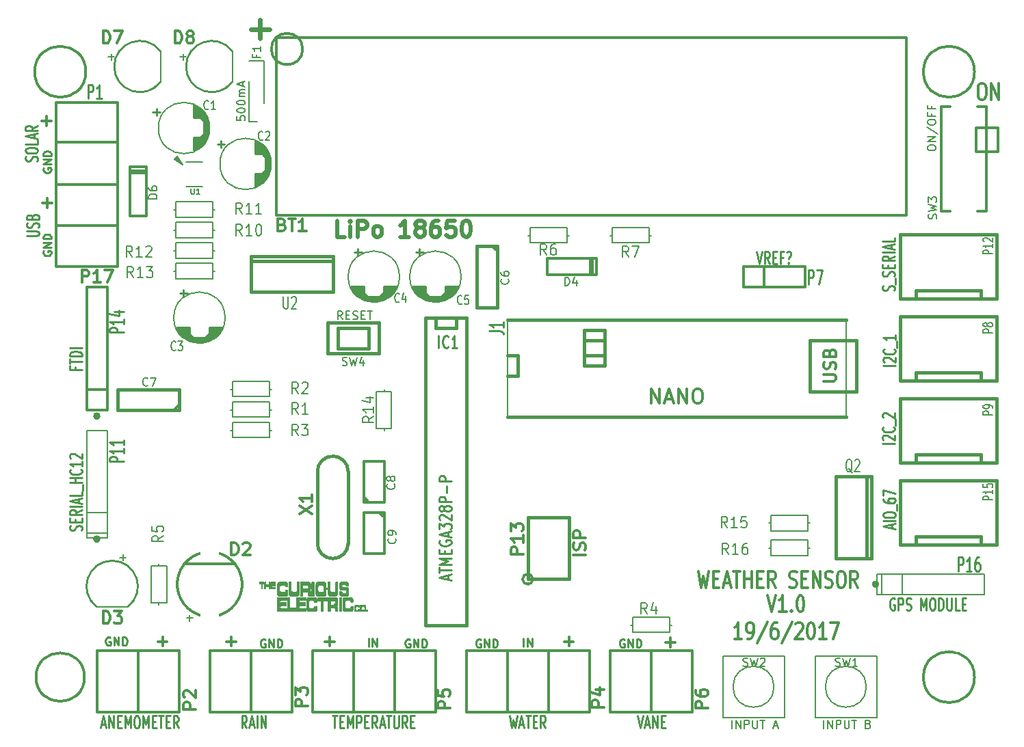
<source format=gto>
G04 #@! TF.FileFunction,Legend,Top*
%FSLAX46Y46*%
G04 Gerber Fmt 4.6, Leading zero omitted, Abs format (unit mm)*
G04 Created by KiCad (PCBNEW 4.0.4-stable) date 06/22/17 17:56:04*
%MOMM*%
%LPD*%
G01*
G04 APERTURE LIST*
%ADD10C,0.150000*%
%ADD11C,0.304800*%
%ADD12C,0.300000*%
%ADD13C,0.127000*%
%ADD14C,0.381000*%
%ADD15C,0.203200*%
%ADD16C,0.254000*%
%ADD17C,0.200000*%
%ADD18C,0.010000*%
%ADD19C,0.271780*%
%ADD20C,0.250000*%
%ADD21C,0.500000*%
%ADD22C,0.600000*%
%ADD23C,0.285750*%
%ADD24C,0.287020*%
%ADD25C,0.269240*%
G04 APERTURE END LIST*
D10*
D11*
X94451714Y18918162D02*
X94959714Y16886162D01*
X95467714Y18918162D01*
X96774000Y16886162D02*
X95903143Y16886162D01*
X96338571Y16886162D02*
X96338571Y18918162D01*
X96193428Y18627876D01*
X96048286Y18434352D01*
X95903143Y18337590D01*
X97427143Y17079686D02*
X97499715Y16982924D01*
X97427143Y16886162D01*
X97354572Y16982924D01*
X97427143Y17079686D01*
X97427143Y16886162D01*
X98443143Y18918162D02*
X98588286Y18918162D01*
X98733429Y18821400D01*
X98806000Y18724638D01*
X98878571Y18531114D01*
X98951143Y18144067D01*
X98951143Y17660257D01*
X98878571Y17273210D01*
X98806000Y17079686D01*
X98733429Y16982924D01*
X98588286Y16886162D01*
X98443143Y16886162D01*
X98298000Y16982924D01*
X98225429Y17079686D01*
X98152857Y17273210D01*
X98080286Y17660257D01*
X98080286Y18144067D01*
X98152857Y18531114D01*
X98225429Y18724638D01*
X98298000Y18821400D01*
X98443143Y18918162D01*
X91258571Y13533362D02*
X90387714Y13533362D01*
X90823142Y13533362D02*
X90823142Y15565362D01*
X90677999Y15275076D01*
X90532857Y15081552D01*
X90387714Y14984790D01*
X91984286Y13533362D02*
X92274571Y13533362D01*
X92419714Y13630124D01*
X92492286Y13726886D01*
X92637428Y14017171D01*
X92710000Y14404219D01*
X92710000Y15178314D01*
X92637428Y15371838D01*
X92564857Y15468600D01*
X92419714Y15565362D01*
X92129428Y15565362D01*
X91984286Y15468600D01*
X91911714Y15371838D01*
X91839143Y15178314D01*
X91839143Y14694505D01*
X91911714Y14500981D01*
X91984286Y14404219D01*
X92129428Y14307457D01*
X92419714Y14307457D01*
X92564857Y14404219D01*
X92637428Y14500981D01*
X92710000Y14694505D01*
X94451715Y15662124D02*
X93145429Y13049552D01*
X95612857Y15565362D02*
X95322571Y15565362D01*
X95177428Y15468600D01*
X95104857Y15371838D01*
X94959714Y15081552D01*
X94887143Y14694505D01*
X94887143Y13920410D01*
X94959714Y13726886D01*
X95032286Y13630124D01*
X95177428Y13533362D01*
X95467714Y13533362D01*
X95612857Y13630124D01*
X95685428Y13726886D01*
X95758000Y13920410D01*
X95758000Y14404219D01*
X95685428Y14597743D01*
X95612857Y14694505D01*
X95467714Y14791267D01*
X95177428Y14791267D01*
X95032286Y14694505D01*
X94959714Y14597743D01*
X94887143Y14404219D01*
X97499715Y15662124D02*
X96193429Y13049552D01*
X97935143Y15371838D02*
X98007714Y15468600D01*
X98152857Y15565362D01*
X98515714Y15565362D01*
X98660857Y15468600D01*
X98733428Y15371838D01*
X98806000Y15178314D01*
X98806000Y14984790D01*
X98733428Y14694505D01*
X97862571Y13533362D01*
X98806000Y13533362D01*
X99749429Y15565362D02*
X99894572Y15565362D01*
X100039715Y15468600D01*
X100112286Y15371838D01*
X100184857Y15178314D01*
X100257429Y14791267D01*
X100257429Y14307457D01*
X100184857Y13920410D01*
X100112286Y13726886D01*
X100039715Y13630124D01*
X99894572Y13533362D01*
X99749429Y13533362D01*
X99604286Y13630124D01*
X99531715Y13726886D01*
X99459143Y13920410D01*
X99386572Y14307457D01*
X99386572Y14791267D01*
X99459143Y15178314D01*
X99531715Y15371838D01*
X99604286Y15468600D01*
X99749429Y15565362D01*
X101708858Y13533362D02*
X100838001Y13533362D01*
X101273429Y13533362D02*
X101273429Y15565362D01*
X101128286Y15275076D01*
X100983144Y15081552D01*
X100838001Y14984790D01*
X102216858Y15565362D02*
X103232858Y15565362D01*
X102579715Y13533362D01*
X85852000Y21940762D02*
X86214857Y19908762D01*
X86505143Y21360190D01*
X86795429Y19908762D01*
X87158286Y21940762D01*
X87738857Y20973143D02*
X88246857Y20973143D01*
X88464571Y19908762D02*
X87738857Y19908762D01*
X87738857Y21940762D01*
X88464571Y21940762D01*
X89045143Y20489333D02*
X89770857Y20489333D01*
X88900000Y19908762D02*
X89408000Y21940762D01*
X89916000Y19908762D01*
X90206286Y21940762D02*
X91077143Y21940762D01*
X90641714Y19908762D02*
X90641714Y21940762D01*
X91585143Y19908762D02*
X91585143Y21940762D01*
X91585143Y20973143D02*
X92456000Y20973143D01*
X92456000Y19908762D02*
X92456000Y21940762D01*
X93181714Y20973143D02*
X93689714Y20973143D01*
X93907428Y19908762D02*
X93181714Y19908762D01*
X93181714Y21940762D01*
X93907428Y21940762D01*
X95431428Y19908762D02*
X94923428Y20876381D01*
X94560571Y19908762D02*
X94560571Y21940762D01*
X95141143Y21940762D01*
X95286285Y21844000D01*
X95358857Y21747238D01*
X95431428Y21553714D01*
X95431428Y21263429D01*
X95358857Y21069905D01*
X95286285Y20973143D01*
X95141143Y20876381D01*
X94560571Y20876381D01*
X97173143Y20005524D02*
X97390857Y19908762D01*
X97753714Y19908762D01*
X97898857Y20005524D01*
X97971428Y20102286D01*
X98044000Y20295810D01*
X98044000Y20489333D01*
X97971428Y20682857D01*
X97898857Y20779619D01*
X97753714Y20876381D01*
X97463428Y20973143D01*
X97318286Y21069905D01*
X97245714Y21166667D01*
X97173143Y21360190D01*
X97173143Y21553714D01*
X97245714Y21747238D01*
X97318286Y21844000D01*
X97463428Y21940762D01*
X97826286Y21940762D01*
X98044000Y21844000D01*
X98697143Y20973143D02*
X99205143Y20973143D01*
X99422857Y19908762D02*
X98697143Y19908762D01*
X98697143Y21940762D01*
X99422857Y21940762D01*
X100076000Y19908762D02*
X100076000Y21940762D01*
X100946857Y19908762D01*
X100946857Y21940762D01*
X101600000Y20005524D02*
X101817714Y19908762D01*
X102180571Y19908762D01*
X102325714Y20005524D01*
X102398285Y20102286D01*
X102470857Y20295810D01*
X102470857Y20489333D01*
X102398285Y20682857D01*
X102325714Y20779619D01*
X102180571Y20876381D01*
X101890285Y20973143D01*
X101745143Y21069905D01*
X101672571Y21166667D01*
X101600000Y21360190D01*
X101600000Y21553714D01*
X101672571Y21747238D01*
X101745143Y21844000D01*
X101890285Y21940762D01*
X102253143Y21940762D01*
X102470857Y21844000D01*
X103414286Y21940762D02*
X103704572Y21940762D01*
X103849714Y21844000D01*
X103994857Y21650476D01*
X104067429Y21263429D01*
X104067429Y20586095D01*
X103994857Y20199048D01*
X103849714Y20005524D01*
X103704572Y19908762D01*
X103414286Y19908762D01*
X103269143Y20005524D01*
X103124000Y20199048D01*
X103051429Y20586095D01*
X103051429Y21263429D01*
X103124000Y21650476D01*
X103269143Y21844000D01*
X103414286Y21940762D01*
X105591428Y19908762D02*
X105083428Y20876381D01*
X104720571Y19908762D02*
X104720571Y21940762D01*
X105301143Y21940762D01*
X105446285Y21844000D01*
X105518857Y21747238D01*
X105591428Y21553714D01*
X105591428Y21263429D01*
X105518857Y21069905D01*
X105446285Y20973143D01*
X105301143Y20876381D01*
X104720571Y20876381D01*
X120849572Y82392762D02*
X121139858Y82392762D01*
X121285000Y82296000D01*
X121430143Y82102476D01*
X121502715Y81715429D01*
X121502715Y81038095D01*
X121430143Y80651048D01*
X121285000Y80457524D01*
X121139858Y80360762D01*
X120849572Y80360762D01*
X120704429Y80457524D01*
X120559286Y80651048D01*
X120486715Y81038095D01*
X120486715Y81715429D01*
X120559286Y82102476D01*
X120704429Y82296000D01*
X120849572Y82392762D01*
X122155857Y80360762D02*
X122155857Y82392762D01*
X123026714Y80360762D01*
X123026714Y82392762D01*
D12*
X13970000Y69850000D02*
X13970000Y80010000D01*
X6350000Y69850000D02*
X6350000Y80010000D01*
X13970000Y80010000D02*
X6350000Y80010000D01*
X6350000Y75057000D02*
X13970000Y75057000D01*
X13970000Y69850000D02*
X6350000Y69850000D01*
X36911571Y86626000D02*
G75*
G03X36911571Y86626000I-1938571J0D01*
G01*
X33655000Y66040000D02*
X33655000Y88040000D01*
X33655000Y88040000D02*
X111655000Y88040000D01*
X111655000Y88040000D02*
X111655000Y66040000D01*
X111655000Y66040000D02*
X33655000Y66040000D01*
X24765000Y77597000D02*
X24384000Y77978000D01*
X24257000Y75565000D02*
X24765000Y76073000D01*
X23495000Y75565000D02*
X24765000Y75565000D01*
X24257000Y78105000D02*
X24892000Y78105000D01*
X23495000Y78105000D02*
X24511000Y78105000D01*
X23495000Y74168000D02*
X24384000Y74676000D01*
X24384000Y74676000D02*
X25019000Y75565000D01*
X25019000Y75565000D02*
X25146000Y76073000D01*
X25146000Y76073000D02*
X25273000Y77216000D01*
X25273000Y77216000D02*
X25019000Y77978000D01*
X25019000Y77978000D02*
X24638000Y78613000D01*
X24638000Y78613000D02*
X23876000Y79375000D01*
X23876000Y79375000D02*
X23876000Y78613000D01*
X24511000Y75565000D02*
X24511000Y74803000D01*
X24257000Y75565000D02*
X24257000Y74676000D01*
X24003000Y75565000D02*
X24003000Y74422000D01*
X23749000Y75565000D02*
X23749000Y74295000D01*
X25146000Y76200000D02*
X25146000Y77597000D01*
X25019000Y78105000D02*
X25019000Y75692000D01*
X24511000Y78105000D02*
X24511000Y78867000D01*
X24765000Y75184000D02*
X24765000Y78613000D01*
X24257000Y78105000D02*
X24257000Y79121000D01*
X24003000Y78105000D02*
X24003000Y79248000D01*
X23749000Y78105000D02*
X23749000Y79502000D01*
X23495000Y78105000D02*
X23495000Y79629000D01*
X23495000Y74041000D02*
X23495000Y75565000D01*
D13*
X25400000Y76835000D02*
G75*
G03X25400000Y76835000I-3175000J0D01*
G01*
D12*
X32385000Y73152000D02*
X32004000Y73533000D01*
X31877000Y71120000D02*
X32385000Y71628000D01*
X31115000Y71120000D02*
X32385000Y71120000D01*
X31877000Y73660000D02*
X32512000Y73660000D01*
X31115000Y73660000D02*
X32131000Y73660000D01*
X31115000Y69723000D02*
X32004000Y70231000D01*
X32004000Y70231000D02*
X32639000Y71120000D01*
X32639000Y71120000D02*
X32766000Y71628000D01*
X32766000Y71628000D02*
X32893000Y72771000D01*
X32893000Y72771000D02*
X32639000Y73533000D01*
X32639000Y73533000D02*
X32258000Y74168000D01*
X32258000Y74168000D02*
X31496000Y74930000D01*
X31496000Y74930000D02*
X31496000Y74168000D01*
X32131000Y71120000D02*
X32131000Y70358000D01*
X31877000Y71120000D02*
X31877000Y70231000D01*
X31623000Y71120000D02*
X31623000Y69977000D01*
X31369000Y71120000D02*
X31369000Y69850000D01*
X32766000Y71755000D02*
X32766000Y73152000D01*
X32639000Y73660000D02*
X32639000Y71247000D01*
X32131000Y73660000D02*
X32131000Y74422000D01*
X32385000Y70739000D02*
X32385000Y74168000D01*
X31877000Y73660000D02*
X31877000Y74676000D01*
X31623000Y73660000D02*
X31623000Y74803000D01*
X31369000Y73660000D02*
X31369000Y75057000D01*
X31115000Y73660000D02*
X31115000Y75184000D01*
X31115000Y69596000D02*
X31115000Y71120000D01*
D13*
X33020000Y72390000D02*
G75*
G03X33020000Y72390000I-3175000J0D01*
G01*
D12*
X24892000Y50800000D02*
X25273000Y51181000D01*
X22860000Y51308000D02*
X23368000Y50800000D01*
X22860000Y52070000D02*
X22860000Y50800000D01*
X25400000Y51308000D02*
X25400000Y50673000D01*
X25400000Y52070000D02*
X25400000Y51054000D01*
X21463000Y52070000D02*
X21971000Y51181000D01*
X21971000Y51181000D02*
X22860000Y50546000D01*
X22860000Y50546000D02*
X23368000Y50419000D01*
X23368000Y50419000D02*
X24511000Y50292000D01*
X24511000Y50292000D02*
X25273000Y50546000D01*
X25273000Y50546000D02*
X25908000Y50927000D01*
X25908000Y50927000D02*
X26670000Y51689000D01*
X26670000Y51689000D02*
X25908000Y51689000D01*
X22860000Y51054000D02*
X22098000Y51054000D01*
X22860000Y51308000D02*
X21971000Y51308000D01*
X22860000Y51562000D02*
X21717000Y51562000D01*
X22860000Y51816000D02*
X21590000Y51816000D01*
X23495000Y50419000D02*
X24892000Y50419000D01*
X25400000Y50546000D02*
X22987000Y50546000D01*
X25400000Y51054000D02*
X26162000Y51054000D01*
X22479000Y50800000D02*
X25908000Y50800000D01*
X25400000Y51308000D02*
X26416000Y51308000D01*
X25400000Y51562000D02*
X26543000Y51562000D01*
X25400000Y51816000D02*
X26797000Y51816000D01*
X25400000Y52070000D02*
X26924000Y52070000D01*
X21336000Y52070000D02*
X22860000Y52070000D01*
D13*
X27305000Y53340000D02*
G75*
G03X27305000Y53340000I-3175000J0D01*
G01*
D12*
X46482000Y55880000D02*
X46863000Y56261000D01*
X44450000Y56388000D02*
X44958000Y55880000D01*
X44450000Y57150000D02*
X44450000Y55880000D01*
X46990000Y56388000D02*
X46990000Y55753000D01*
X46990000Y57150000D02*
X46990000Y56134000D01*
X43053000Y57150000D02*
X43561000Y56261000D01*
X43561000Y56261000D02*
X44450000Y55626000D01*
X44450000Y55626000D02*
X44958000Y55499000D01*
X44958000Y55499000D02*
X46101000Y55372000D01*
X46101000Y55372000D02*
X46863000Y55626000D01*
X46863000Y55626000D02*
X47498000Y56007000D01*
X47498000Y56007000D02*
X48260000Y56769000D01*
X48260000Y56769000D02*
X47498000Y56769000D01*
X44450000Y56134000D02*
X43688000Y56134000D01*
X44450000Y56388000D02*
X43561000Y56388000D01*
X44450000Y56642000D02*
X43307000Y56642000D01*
X44450000Y56896000D02*
X43180000Y56896000D01*
X45085000Y55499000D02*
X46482000Y55499000D01*
X46990000Y55626000D02*
X44577000Y55626000D01*
X46990000Y56134000D02*
X47752000Y56134000D01*
X44069000Y55880000D02*
X47498000Y55880000D01*
X46990000Y56388000D02*
X48006000Y56388000D01*
X46990000Y56642000D02*
X48133000Y56642000D01*
X46990000Y56896000D02*
X48387000Y56896000D01*
X46990000Y57150000D02*
X48514000Y57150000D01*
X42926000Y57150000D02*
X44450000Y57150000D01*
D13*
X48895000Y58420000D02*
G75*
G03X48895000Y58420000I-3175000J0D01*
G01*
D12*
X54102000Y55880000D02*
X54483000Y56261000D01*
X52070000Y56388000D02*
X52578000Y55880000D01*
X52070000Y57150000D02*
X52070000Y55880000D01*
X54610000Y56388000D02*
X54610000Y55753000D01*
X54610000Y57150000D02*
X54610000Y56134000D01*
X50673000Y57150000D02*
X51181000Y56261000D01*
X51181000Y56261000D02*
X52070000Y55626000D01*
X52070000Y55626000D02*
X52578000Y55499000D01*
X52578000Y55499000D02*
X53721000Y55372000D01*
X53721000Y55372000D02*
X54483000Y55626000D01*
X54483000Y55626000D02*
X55118000Y56007000D01*
X55118000Y56007000D02*
X55880000Y56769000D01*
X55880000Y56769000D02*
X55118000Y56769000D01*
X52070000Y56134000D02*
X51308000Y56134000D01*
X52070000Y56388000D02*
X51181000Y56388000D01*
X52070000Y56642000D02*
X50927000Y56642000D01*
X52070000Y56896000D02*
X50800000Y56896000D01*
X52705000Y55499000D02*
X54102000Y55499000D01*
X54610000Y55626000D02*
X52197000Y55626000D01*
X54610000Y56134000D02*
X55372000Y56134000D01*
X51689000Y55880000D02*
X55118000Y55880000D01*
X54610000Y56388000D02*
X55626000Y56388000D01*
X54610000Y56642000D02*
X55753000Y56642000D01*
X54610000Y56896000D02*
X56007000Y56896000D01*
X54610000Y57150000D02*
X56134000Y57150000D01*
X50546000Y57150000D02*
X52070000Y57150000D01*
D13*
X56515000Y58420000D02*
G75*
G03X56515000Y58420000I-3175000J0D01*
G01*
D14*
X60960000Y62230000D02*
X58420000Y62230000D01*
X58420000Y62230000D02*
X58420000Y54610000D01*
X58420000Y54610000D02*
X60960000Y54610000D01*
X60960000Y54610000D02*
X60960000Y62230000D01*
D11*
X60325000Y62230000D02*
X60960000Y61595000D01*
D14*
X21590000Y41910000D02*
X21590000Y44450000D01*
X21590000Y44450000D02*
X13970000Y44450000D01*
X13970000Y44450000D02*
X13970000Y41910000D01*
X13970000Y41910000D02*
X21590000Y41910000D01*
D11*
X21590000Y42545000D02*
X20955000Y41910000D01*
X44450000Y30530800D02*
X44450000Y35560000D01*
X44450000Y35560000D02*
X46990000Y35560000D01*
X46990000Y35560000D02*
X46990000Y30480000D01*
X46990000Y30480000D02*
X44450000Y30480000D01*
X45085000Y30480000D02*
X44450000Y31115000D01*
X46990000Y29159200D02*
X46990000Y24130000D01*
X46990000Y24130000D02*
X44450000Y24130000D01*
X44450000Y24130000D02*
X44450000Y29210000D01*
X44450000Y29210000D02*
X46990000Y29210000D01*
X46355000Y29210000D02*
X46990000Y28575000D01*
D12*
X22352000Y22860000D02*
X28321000Y22860000D01*
X29210000Y19050000D02*
G75*
G03X26670000Y24130000I-3810000J1270000D01*
G01*
X26670000Y16510000D02*
G75*
G03X29210000Y21590000I-1270000J3810000D01*
G01*
X24130000Y24130000D02*
G75*
G03X21590000Y19050000I1270000J-3810000D01*
G01*
X21590000Y21590000D02*
G75*
G03X24130000Y16510000I3810000J-1270000D01*
G01*
D15*
X11430000Y17475200D02*
X15240000Y17475200D01*
D16*
X15242668Y17528003D02*
G75*
G03X11430000Y17526000I-1907668J2537997D01*
G01*
D11*
X73279000Y59690000D02*
X73279000Y60706000D01*
X73279000Y60706000D02*
X67183000Y60706000D01*
X67183000Y60706000D02*
X67183000Y59690000D01*
X67183000Y59690000D02*
X67183000Y58674000D01*
X67183000Y58674000D02*
X73279000Y58674000D01*
X73279000Y58674000D02*
X73279000Y59690000D01*
X72771000Y60706000D02*
X72771000Y58674000D01*
X72517000Y58674000D02*
X72517000Y60706000D01*
X16510000Y72009000D02*
X15494000Y72009000D01*
X15494000Y72009000D02*
X15494000Y65913000D01*
X15494000Y65913000D02*
X16510000Y65913000D01*
X16510000Y65913000D02*
X17526000Y65913000D01*
X17526000Y65913000D02*
X17526000Y72009000D01*
X17526000Y72009000D02*
X16510000Y72009000D01*
X15494000Y71501000D02*
X17526000Y71501000D01*
X17526000Y71247000D02*
X15494000Y71247000D01*
D15*
X19354800Y82550000D02*
X19354800Y86360000D01*
D16*
X19301997Y86362668D02*
G75*
G03X19304000Y82550000I-2537997J-1907668D01*
G01*
D15*
X28244800Y82550000D02*
X28244800Y86360000D01*
D16*
X28191997Y86362668D02*
G75*
G03X28194000Y82550000I-2537997J-1907668D01*
G01*
D14*
X57150000Y53340000D02*
X57150000Y15240000D01*
X57150000Y15240000D02*
X52070000Y15240000D01*
X52070000Y15240000D02*
X52070000Y53340000D01*
X52070000Y53340000D02*
X57150000Y53340000D01*
X55880000Y53340000D02*
X55880000Y52070000D01*
X55880000Y52070000D02*
X53340000Y52070000D01*
X53340000Y52070000D02*
X53340000Y53340000D01*
D17*
X62230000Y41021000D02*
X62230000Y53086000D01*
X104140000Y41021000D02*
X104140000Y53086000D01*
D14*
X71755000Y50546000D02*
X74295000Y50546000D01*
X74295000Y50546000D02*
X74295000Y48641000D01*
X74295000Y48641000D02*
X71755000Y48641000D01*
X71755000Y48641000D02*
X71755000Y50546000D01*
X71755000Y51816000D02*
X71755000Y47371000D01*
X71755000Y47371000D02*
X74295000Y47371000D01*
X74295000Y47371000D02*
X74295000Y51816000D01*
X74295000Y51816000D02*
X71755000Y51816000D01*
X99695000Y50546000D02*
X105410000Y50546000D01*
X105410000Y50546000D02*
X105410000Y44196000D01*
X105410000Y44196000D02*
X99695000Y44196000D01*
X99695000Y44196000D02*
X99695000Y50546000D01*
X62230000Y41021000D02*
X104140000Y41021000D01*
X104140000Y53086000D02*
X62230000Y53086000D01*
X62230000Y48641000D02*
X63500000Y48641000D01*
X63500000Y48641000D02*
X63500000Y46101000D01*
X63500000Y46101000D02*
X62230000Y46101000D01*
D18*
G36*
X31512000Y20685000D02*
X31602000Y20685000D01*
X31602000Y20595000D01*
X31512000Y20595000D01*
X31512000Y20685000D01*
X31512000Y20685000D01*
G37*
X31512000Y20685000D02*
X31602000Y20685000D01*
X31602000Y20595000D01*
X31512000Y20595000D01*
X31512000Y20685000D01*
G36*
X31602000Y20685000D02*
X31692000Y20685000D01*
X31692000Y20595000D01*
X31602000Y20595000D01*
X31602000Y20685000D01*
X31602000Y20685000D01*
G37*
X31602000Y20685000D02*
X31692000Y20685000D01*
X31692000Y20595000D01*
X31602000Y20595000D01*
X31602000Y20685000D01*
G36*
X31692000Y20685000D02*
X31782000Y20685000D01*
X31782000Y20595000D01*
X31692000Y20595000D01*
X31692000Y20685000D01*
X31692000Y20685000D01*
G37*
X31692000Y20685000D02*
X31782000Y20685000D01*
X31782000Y20595000D01*
X31692000Y20595000D01*
X31692000Y20685000D01*
G36*
X31782000Y20685000D02*
X31872000Y20685000D01*
X31872000Y20595000D01*
X31782000Y20595000D01*
X31782000Y20685000D01*
X31782000Y20685000D01*
G37*
X31782000Y20685000D02*
X31872000Y20685000D01*
X31872000Y20595000D01*
X31782000Y20595000D01*
X31782000Y20685000D01*
G36*
X31872000Y20685000D02*
X31962000Y20685000D01*
X31962000Y20595000D01*
X31872000Y20595000D01*
X31872000Y20685000D01*
X31872000Y20685000D01*
G37*
X31872000Y20685000D02*
X31962000Y20685000D01*
X31962000Y20595000D01*
X31872000Y20595000D01*
X31872000Y20685000D01*
G36*
X31962000Y20685000D02*
X32052000Y20685000D01*
X32052000Y20595000D01*
X31962000Y20595000D01*
X31962000Y20685000D01*
X31962000Y20685000D01*
G37*
X31962000Y20685000D02*
X32052000Y20685000D01*
X32052000Y20595000D01*
X31962000Y20595000D01*
X31962000Y20685000D01*
G36*
X32232000Y20685000D02*
X32322000Y20685000D01*
X32322000Y20595000D01*
X32232000Y20595000D01*
X32232000Y20685000D01*
X32232000Y20685000D01*
G37*
X32232000Y20685000D02*
X32322000Y20685000D01*
X32322000Y20595000D01*
X32232000Y20595000D01*
X32232000Y20685000D01*
G36*
X32682000Y20685000D02*
X32772000Y20685000D01*
X32772000Y20595000D01*
X32682000Y20595000D01*
X32682000Y20685000D01*
X32682000Y20685000D01*
G37*
X32682000Y20685000D02*
X32772000Y20685000D01*
X32772000Y20595000D01*
X32682000Y20595000D01*
X32682000Y20685000D01*
G36*
X32952000Y20685000D02*
X33042000Y20685000D01*
X33042000Y20595000D01*
X32952000Y20595000D01*
X32952000Y20685000D01*
X32952000Y20685000D01*
G37*
X32952000Y20685000D02*
X33042000Y20685000D01*
X33042000Y20595000D01*
X32952000Y20595000D01*
X32952000Y20685000D01*
G36*
X33042000Y20685000D02*
X33132000Y20685000D01*
X33132000Y20595000D01*
X33042000Y20595000D01*
X33042000Y20685000D01*
X33042000Y20685000D01*
G37*
X33042000Y20685000D02*
X33132000Y20685000D01*
X33132000Y20595000D01*
X33042000Y20595000D01*
X33042000Y20685000D01*
G36*
X33132000Y20685000D02*
X33222000Y20685000D01*
X33222000Y20595000D01*
X33132000Y20595000D01*
X33132000Y20685000D01*
X33132000Y20685000D01*
G37*
X33132000Y20685000D02*
X33222000Y20685000D01*
X33222000Y20595000D01*
X33132000Y20595000D01*
X33132000Y20685000D01*
G36*
X33222000Y20685000D02*
X33312000Y20685000D01*
X33312000Y20595000D01*
X33222000Y20595000D01*
X33222000Y20685000D01*
X33222000Y20685000D01*
G37*
X33222000Y20685000D02*
X33312000Y20685000D01*
X33312000Y20595000D01*
X33222000Y20595000D01*
X33222000Y20685000D01*
G36*
X33312000Y20685000D02*
X33402000Y20685000D01*
X33402000Y20595000D01*
X33312000Y20595000D01*
X33312000Y20685000D01*
X33312000Y20685000D01*
G37*
X33312000Y20685000D02*
X33402000Y20685000D01*
X33402000Y20595000D01*
X33312000Y20595000D01*
X33312000Y20685000D01*
G36*
X33402000Y20685000D02*
X33492000Y20685000D01*
X33492000Y20595000D01*
X33402000Y20595000D01*
X33402000Y20685000D01*
X33402000Y20685000D01*
G37*
X33402000Y20685000D02*
X33492000Y20685000D01*
X33492000Y20595000D01*
X33402000Y20595000D01*
X33402000Y20685000D01*
G36*
X34032000Y20685000D02*
X34122000Y20685000D01*
X34122000Y20595000D01*
X34032000Y20595000D01*
X34032000Y20685000D01*
X34032000Y20685000D01*
G37*
X34032000Y20685000D02*
X34122000Y20685000D01*
X34122000Y20595000D01*
X34032000Y20595000D01*
X34032000Y20685000D01*
G36*
X34122000Y20685000D02*
X34212000Y20685000D01*
X34212000Y20595000D01*
X34122000Y20595000D01*
X34122000Y20685000D01*
X34122000Y20685000D01*
G37*
X34122000Y20685000D02*
X34212000Y20685000D01*
X34212000Y20595000D01*
X34122000Y20595000D01*
X34122000Y20685000D01*
G36*
X34212000Y20685000D02*
X34302000Y20685000D01*
X34302000Y20595000D01*
X34212000Y20595000D01*
X34212000Y20685000D01*
X34212000Y20685000D01*
G37*
X34212000Y20685000D02*
X34302000Y20685000D01*
X34302000Y20595000D01*
X34212000Y20595000D01*
X34212000Y20685000D01*
G36*
X34302000Y20685000D02*
X34392000Y20685000D01*
X34392000Y20595000D01*
X34302000Y20595000D01*
X34302000Y20685000D01*
X34302000Y20685000D01*
G37*
X34302000Y20685000D02*
X34392000Y20685000D01*
X34392000Y20595000D01*
X34302000Y20595000D01*
X34302000Y20685000D01*
G36*
X34392000Y20685000D02*
X34482000Y20685000D01*
X34482000Y20595000D01*
X34392000Y20595000D01*
X34392000Y20685000D01*
X34392000Y20685000D01*
G37*
X34392000Y20685000D02*
X34482000Y20685000D01*
X34482000Y20595000D01*
X34392000Y20595000D01*
X34392000Y20685000D01*
G36*
X34482000Y20685000D02*
X34572000Y20685000D01*
X34572000Y20595000D01*
X34482000Y20595000D01*
X34482000Y20685000D01*
X34482000Y20685000D01*
G37*
X34482000Y20685000D02*
X34572000Y20685000D01*
X34572000Y20595000D01*
X34482000Y20595000D01*
X34482000Y20685000D01*
G36*
X34572000Y20685000D02*
X34662000Y20685000D01*
X34662000Y20595000D01*
X34572000Y20595000D01*
X34572000Y20685000D01*
X34572000Y20685000D01*
G37*
X34572000Y20685000D02*
X34662000Y20685000D01*
X34662000Y20595000D01*
X34572000Y20595000D01*
X34572000Y20685000D01*
G36*
X34662000Y20685000D02*
X34752000Y20685000D01*
X34752000Y20595000D01*
X34662000Y20595000D01*
X34662000Y20685000D01*
X34662000Y20685000D01*
G37*
X34662000Y20685000D02*
X34752000Y20685000D01*
X34752000Y20595000D01*
X34662000Y20595000D01*
X34662000Y20685000D01*
G36*
X34752000Y20685000D02*
X34842000Y20685000D01*
X34842000Y20595000D01*
X34752000Y20595000D01*
X34752000Y20685000D01*
X34752000Y20685000D01*
G37*
X34752000Y20685000D02*
X34842000Y20685000D01*
X34842000Y20595000D01*
X34752000Y20595000D01*
X34752000Y20685000D01*
G36*
X35202000Y20685000D02*
X35292000Y20685000D01*
X35292000Y20595000D01*
X35202000Y20595000D01*
X35202000Y20685000D01*
X35202000Y20685000D01*
G37*
X35202000Y20685000D02*
X35292000Y20685000D01*
X35292000Y20595000D01*
X35202000Y20595000D01*
X35202000Y20685000D01*
G36*
X35292000Y20685000D02*
X35382000Y20685000D01*
X35382000Y20595000D01*
X35292000Y20595000D01*
X35292000Y20685000D01*
X35292000Y20685000D01*
G37*
X35292000Y20685000D02*
X35382000Y20685000D01*
X35382000Y20595000D01*
X35292000Y20595000D01*
X35292000Y20685000D01*
G36*
X35382000Y20685000D02*
X35472000Y20685000D01*
X35472000Y20595000D01*
X35382000Y20595000D01*
X35382000Y20685000D01*
X35382000Y20685000D01*
G37*
X35382000Y20685000D02*
X35472000Y20685000D01*
X35472000Y20595000D01*
X35382000Y20595000D01*
X35382000Y20685000D01*
G36*
X36192000Y20685000D02*
X36282000Y20685000D01*
X36282000Y20595000D01*
X36192000Y20595000D01*
X36192000Y20685000D01*
X36192000Y20685000D01*
G37*
X36192000Y20685000D02*
X36282000Y20685000D01*
X36282000Y20595000D01*
X36192000Y20595000D01*
X36192000Y20685000D01*
G36*
X36282000Y20685000D02*
X36372000Y20685000D01*
X36372000Y20595000D01*
X36282000Y20595000D01*
X36282000Y20685000D01*
X36282000Y20685000D01*
G37*
X36282000Y20685000D02*
X36372000Y20685000D01*
X36372000Y20595000D01*
X36282000Y20595000D01*
X36282000Y20685000D01*
G36*
X36372000Y20685000D02*
X36462000Y20685000D01*
X36462000Y20595000D01*
X36372000Y20595000D01*
X36372000Y20685000D01*
X36372000Y20685000D01*
G37*
X36372000Y20685000D02*
X36462000Y20685000D01*
X36462000Y20595000D01*
X36372000Y20595000D01*
X36372000Y20685000D01*
G36*
X36642000Y20685000D02*
X36732000Y20685000D01*
X36732000Y20595000D01*
X36642000Y20595000D01*
X36642000Y20685000D01*
X36642000Y20685000D01*
G37*
X36642000Y20685000D02*
X36732000Y20685000D01*
X36732000Y20595000D01*
X36642000Y20595000D01*
X36642000Y20685000D01*
G36*
X36732000Y20685000D02*
X36822000Y20685000D01*
X36822000Y20595000D01*
X36732000Y20595000D01*
X36732000Y20685000D01*
X36732000Y20685000D01*
G37*
X36732000Y20685000D02*
X36822000Y20685000D01*
X36822000Y20595000D01*
X36732000Y20595000D01*
X36732000Y20685000D01*
G36*
X36822000Y20685000D02*
X36912000Y20685000D01*
X36912000Y20595000D01*
X36822000Y20595000D01*
X36822000Y20685000D01*
X36822000Y20685000D01*
G37*
X36822000Y20685000D02*
X36912000Y20685000D01*
X36912000Y20595000D01*
X36822000Y20595000D01*
X36822000Y20685000D01*
G36*
X36912000Y20685000D02*
X37002000Y20685000D01*
X37002000Y20595000D01*
X36912000Y20595000D01*
X36912000Y20685000D01*
X36912000Y20685000D01*
G37*
X36912000Y20685000D02*
X37002000Y20685000D01*
X37002000Y20595000D01*
X36912000Y20595000D01*
X36912000Y20685000D01*
G36*
X37002000Y20685000D02*
X37092000Y20685000D01*
X37092000Y20595000D01*
X37002000Y20595000D01*
X37002000Y20685000D01*
X37002000Y20685000D01*
G37*
X37002000Y20685000D02*
X37092000Y20685000D01*
X37092000Y20595000D01*
X37002000Y20595000D01*
X37002000Y20685000D01*
G36*
X37092000Y20685000D02*
X37182000Y20685000D01*
X37182000Y20595000D01*
X37092000Y20595000D01*
X37092000Y20685000D01*
X37092000Y20685000D01*
G37*
X37092000Y20685000D02*
X37182000Y20685000D01*
X37182000Y20595000D01*
X37092000Y20595000D01*
X37092000Y20685000D01*
G36*
X37182000Y20685000D02*
X37272000Y20685000D01*
X37272000Y20595000D01*
X37182000Y20595000D01*
X37182000Y20685000D01*
X37182000Y20685000D01*
G37*
X37182000Y20685000D02*
X37272000Y20685000D01*
X37272000Y20595000D01*
X37182000Y20595000D01*
X37182000Y20685000D01*
G36*
X37272000Y20685000D02*
X37362000Y20685000D01*
X37362000Y20595000D01*
X37272000Y20595000D01*
X37272000Y20685000D01*
X37272000Y20685000D01*
G37*
X37272000Y20685000D02*
X37362000Y20685000D01*
X37362000Y20595000D01*
X37272000Y20595000D01*
X37272000Y20685000D01*
G36*
X37362000Y20685000D02*
X37452000Y20685000D01*
X37452000Y20595000D01*
X37362000Y20595000D01*
X37362000Y20685000D01*
X37362000Y20685000D01*
G37*
X37362000Y20685000D02*
X37452000Y20685000D01*
X37452000Y20595000D01*
X37362000Y20595000D01*
X37362000Y20685000D01*
G36*
X37452000Y20685000D02*
X37542000Y20685000D01*
X37542000Y20595000D01*
X37452000Y20595000D01*
X37452000Y20685000D01*
X37452000Y20685000D01*
G37*
X37452000Y20685000D02*
X37542000Y20685000D01*
X37542000Y20595000D01*
X37452000Y20595000D01*
X37452000Y20685000D01*
G36*
X37542000Y20685000D02*
X37632000Y20685000D01*
X37632000Y20595000D01*
X37542000Y20595000D01*
X37542000Y20685000D01*
X37542000Y20685000D01*
G37*
X37542000Y20685000D02*
X37632000Y20685000D01*
X37632000Y20595000D01*
X37542000Y20595000D01*
X37542000Y20685000D01*
G36*
X38082000Y20685000D02*
X38172000Y20685000D01*
X38172000Y20595000D01*
X38082000Y20595000D01*
X38082000Y20685000D01*
X38082000Y20685000D01*
G37*
X38082000Y20685000D02*
X38172000Y20685000D01*
X38172000Y20595000D01*
X38082000Y20595000D01*
X38082000Y20685000D01*
G36*
X38172000Y20685000D02*
X38262000Y20685000D01*
X38262000Y20595000D01*
X38172000Y20595000D01*
X38172000Y20685000D01*
X38172000Y20685000D01*
G37*
X38172000Y20685000D02*
X38262000Y20685000D01*
X38262000Y20595000D01*
X38172000Y20595000D01*
X38172000Y20685000D01*
G36*
X38712000Y20685000D02*
X38802000Y20685000D01*
X38802000Y20595000D01*
X38712000Y20595000D01*
X38712000Y20685000D01*
X38712000Y20685000D01*
G37*
X38712000Y20685000D02*
X38802000Y20685000D01*
X38802000Y20595000D01*
X38712000Y20595000D01*
X38712000Y20685000D01*
G36*
X38802000Y20685000D02*
X38892000Y20685000D01*
X38892000Y20595000D01*
X38802000Y20595000D01*
X38802000Y20685000D01*
X38802000Y20685000D01*
G37*
X38802000Y20685000D02*
X38892000Y20685000D01*
X38892000Y20595000D01*
X38802000Y20595000D01*
X38802000Y20685000D01*
G36*
X38892000Y20685000D02*
X38982000Y20685000D01*
X38982000Y20595000D01*
X38892000Y20595000D01*
X38892000Y20685000D01*
X38892000Y20685000D01*
G37*
X38892000Y20685000D02*
X38982000Y20685000D01*
X38982000Y20595000D01*
X38892000Y20595000D01*
X38892000Y20685000D01*
G36*
X38982000Y20685000D02*
X39072000Y20685000D01*
X39072000Y20595000D01*
X38982000Y20595000D01*
X38982000Y20685000D01*
X38982000Y20685000D01*
G37*
X38982000Y20685000D02*
X39072000Y20685000D01*
X39072000Y20595000D01*
X38982000Y20595000D01*
X38982000Y20685000D01*
G36*
X39072000Y20685000D02*
X39162000Y20685000D01*
X39162000Y20595000D01*
X39072000Y20595000D01*
X39072000Y20685000D01*
X39072000Y20685000D01*
G37*
X39072000Y20685000D02*
X39162000Y20685000D01*
X39162000Y20595000D01*
X39072000Y20595000D01*
X39072000Y20685000D01*
G36*
X39162000Y20685000D02*
X39252000Y20685000D01*
X39252000Y20595000D01*
X39162000Y20595000D01*
X39162000Y20685000D01*
X39162000Y20685000D01*
G37*
X39162000Y20685000D02*
X39252000Y20685000D01*
X39252000Y20595000D01*
X39162000Y20595000D01*
X39162000Y20685000D01*
G36*
X39252000Y20685000D02*
X39342000Y20685000D01*
X39342000Y20595000D01*
X39252000Y20595000D01*
X39252000Y20685000D01*
X39252000Y20685000D01*
G37*
X39252000Y20685000D02*
X39342000Y20685000D01*
X39342000Y20595000D01*
X39252000Y20595000D01*
X39252000Y20685000D01*
G36*
X39342000Y20685000D02*
X39432000Y20685000D01*
X39432000Y20595000D01*
X39342000Y20595000D01*
X39342000Y20685000D01*
X39342000Y20685000D01*
G37*
X39342000Y20685000D02*
X39432000Y20685000D01*
X39432000Y20595000D01*
X39342000Y20595000D01*
X39342000Y20685000D01*
G36*
X39432000Y20685000D02*
X39522000Y20685000D01*
X39522000Y20595000D01*
X39432000Y20595000D01*
X39432000Y20685000D01*
X39432000Y20685000D01*
G37*
X39432000Y20685000D02*
X39522000Y20685000D01*
X39522000Y20595000D01*
X39432000Y20595000D01*
X39432000Y20685000D01*
G36*
X39522000Y20685000D02*
X39612000Y20685000D01*
X39612000Y20595000D01*
X39522000Y20595000D01*
X39522000Y20685000D01*
X39522000Y20685000D01*
G37*
X39522000Y20685000D02*
X39612000Y20685000D01*
X39612000Y20595000D01*
X39522000Y20595000D01*
X39522000Y20685000D01*
G36*
X39972000Y20685000D02*
X40062000Y20685000D01*
X40062000Y20595000D01*
X39972000Y20595000D01*
X39972000Y20685000D01*
X39972000Y20685000D01*
G37*
X39972000Y20685000D02*
X40062000Y20685000D01*
X40062000Y20595000D01*
X39972000Y20595000D01*
X39972000Y20685000D01*
G36*
X40062000Y20685000D02*
X40152000Y20685000D01*
X40152000Y20595000D01*
X40062000Y20595000D01*
X40062000Y20685000D01*
X40062000Y20685000D01*
G37*
X40062000Y20685000D02*
X40152000Y20685000D01*
X40152000Y20595000D01*
X40062000Y20595000D01*
X40062000Y20685000D01*
G36*
X40152000Y20685000D02*
X40242000Y20685000D01*
X40242000Y20595000D01*
X40152000Y20595000D01*
X40152000Y20685000D01*
X40152000Y20685000D01*
G37*
X40152000Y20685000D02*
X40242000Y20685000D01*
X40242000Y20595000D01*
X40152000Y20595000D01*
X40152000Y20685000D01*
G36*
X41052000Y20685000D02*
X41142000Y20685000D01*
X41142000Y20595000D01*
X41052000Y20595000D01*
X41052000Y20685000D01*
X41052000Y20685000D01*
G37*
X41052000Y20685000D02*
X41142000Y20685000D01*
X41142000Y20595000D01*
X41052000Y20595000D01*
X41052000Y20685000D01*
G36*
X41142000Y20685000D02*
X41232000Y20685000D01*
X41232000Y20595000D01*
X41142000Y20595000D01*
X41142000Y20685000D01*
X41142000Y20685000D01*
G37*
X41142000Y20685000D02*
X41232000Y20685000D01*
X41232000Y20595000D01*
X41142000Y20595000D01*
X41142000Y20685000D01*
G36*
X41592000Y20685000D02*
X41682000Y20685000D01*
X41682000Y20595000D01*
X41592000Y20595000D01*
X41592000Y20685000D01*
X41592000Y20685000D01*
G37*
X41592000Y20685000D02*
X41682000Y20685000D01*
X41682000Y20595000D01*
X41592000Y20595000D01*
X41592000Y20685000D01*
G36*
X41682000Y20685000D02*
X41772000Y20685000D01*
X41772000Y20595000D01*
X41682000Y20595000D01*
X41682000Y20685000D01*
X41682000Y20685000D01*
G37*
X41682000Y20685000D02*
X41772000Y20685000D01*
X41772000Y20595000D01*
X41682000Y20595000D01*
X41682000Y20685000D01*
G36*
X41772000Y20685000D02*
X41862000Y20685000D01*
X41862000Y20595000D01*
X41772000Y20595000D01*
X41772000Y20685000D01*
X41772000Y20685000D01*
G37*
X41772000Y20685000D02*
X41862000Y20685000D01*
X41862000Y20595000D01*
X41772000Y20595000D01*
X41772000Y20685000D01*
G36*
X41862000Y20685000D02*
X41952000Y20685000D01*
X41952000Y20595000D01*
X41862000Y20595000D01*
X41862000Y20685000D01*
X41862000Y20685000D01*
G37*
X41862000Y20685000D02*
X41952000Y20685000D01*
X41952000Y20595000D01*
X41862000Y20595000D01*
X41862000Y20685000D01*
G36*
X41952000Y20685000D02*
X42042000Y20685000D01*
X42042000Y20595000D01*
X41952000Y20595000D01*
X41952000Y20685000D01*
X41952000Y20685000D01*
G37*
X41952000Y20685000D02*
X42042000Y20685000D01*
X42042000Y20595000D01*
X41952000Y20595000D01*
X41952000Y20685000D01*
G36*
X42042000Y20685000D02*
X42132000Y20685000D01*
X42132000Y20595000D01*
X42042000Y20595000D01*
X42042000Y20685000D01*
X42042000Y20685000D01*
G37*
X42042000Y20685000D02*
X42132000Y20685000D01*
X42132000Y20595000D01*
X42042000Y20595000D01*
X42042000Y20685000D01*
G36*
X42132000Y20685000D02*
X42222000Y20685000D01*
X42222000Y20595000D01*
X42132000Y20595000D01*
X42132000Y20685000D01*
X42132000Y20685000D01*
G37*
X42132000Y20685000D02*
X42222000Y20685000D01*
X42222000Y20595000D01*
X42132000Y20595000D01*
X42132000Y20685000D01*
G36*
X42222000Y20685000D02*
X42312000Y20685000D01*
X42312000Y20595000D01*
X42222000Y20595000D01*
X42222000Y20685000D01*
X42222000Y20685000D01*
G37*
X42222000Y20685000D02*
X42312000Y20685000D01*
X42312000Y20595000D01*
X42222000Y20595000D01*
X42222000Y20685000D01*
G36*
X42312000Y20685000D02*
X42402000Y20685000D01*
X42402000Y20595000D01*
X42312000Y20595000D01*
X42312000Y20685000D01*
X42312000Y20685000D01*
G37*
X42312000Y20685000D02*
X42402000Y20685000D01*
X42402000Y20595000D01*
X42312000Y20595000D01*
X42312000Y20685000D01*
G36*
X31512000Y20595000D02*
X31602000Y20595000D01*
X31602000Y20505000D01*
X31512000Y20505000D01*
X31512000Y20595000D01*
X31512000Y20595000D01*
G37*
X31512000Y20595000D02*
X31602000Y20595000D01*
X31602000Y20505000D01*
X31512000Y20505000D01*
X31512000Y20595000D01*
G36*
X31602000Y20595000D02*
X31692000Y20595000D01*
X31692000Y20505000D01*
X31602000Y20505000D01*
X31602000Y20595000D01*
X31602000Y20595000D01*
G37*
X31602000Y20595000D02*
X31692000Y20595000D01*
X31692000Y20505000D01*
X31602000Y20505000D01*
X31602000Y20595000D01*
G36*
X31692000Y20595000D02*
X31782000Y20595000D01*
X31782000Y20505000D01*
X31692000Y20505000D01*
X31692000Y20595000D01*
X31692000Y20595000D01*
G37*
X31692000Y20595000D02*
X31782000Y20595000D01*
X31782000Y20505000D01*
X31692000Y20505000D01*
X31692000Y20595000D01*
G36*
X31782000Y20595000D02*
X31872000Y20595000D01*
X31872000Y20505000D01*
X31782000Y20505000D01*
X31782000Y20595000D01*
X31782000Y20595000D01*
G37*
X31782000Y20595000D02*
X31872000Y20595000D01*
X31872000Y20505000D01*
X31782000Y20505000D01*
X31782000Y20595000D01*
G36*
X31872000Y20595000D02*
X31962000Y20595000D01*
X31962000Y20505000D01*
X31872000Y20505000D01*
X31872000Y20595000D01*
X31872000Y20595000D01*
G37*
X31872000Y20595000D02*
X31962000Y20595000D01*
X31962000Y20505000D01*
X31872000Y20505000D01*
X31872000Y20595000D01*
G36*
X31962000Y20595000D02*
X32052000Y20595000D01*
X32052000Y20505000D01*
X31962000Y20505000D01*
X31962000Y20595000D01*
X31962000Y20595000D01*
G37*
X31962000Y20595000D02*
X32052000Y20595000D01*
X32052000Y20505000D01*
X31962000Y20505000D01*
X31962000Y20595000D01*
G36*
X32052000Y20595000D02*
X32142000Y20595000D01*
X32142000Y20505000D01*
X32052000Y20505000D01*
X32052000Y20595000D01*
X32052000Y20595000D01*
G37*
X32052000Y20595000D02*
X32142000Y20595000D01*
X32142000Y20505000D01*
X32052000Y20505000D01*
X32052000Y20595000D01*
G36*
X32142000Y20595000D02*
X32232000Y20595000D01*
X32232000Y20505000D01*
X32142000Y20505000D01*
X32142000Y20595000D01*
X32142000Y20595000D01*
G37*
X32142000Y20595000D02*
X32232000Y20595000D01*
X32232000Y20505000D01*
X32142000Y20505000D01*
X32142000Y20595000D01*
G36*
X32232000Y20595000D02*
X32322000Y20595000D01*
X32322000Y20505000D01*
X32232000Y20505000D01*
X32232000Y20595000D01*
X32232000Y20595000D01*
G37*
X32232000Y20595000D02*
X32322000Y20595000D01*
X32322000Y20505000D01*
X32232000Y20505000D01*
X32232000Y20595000D01*
G36*
X32682000Y20595000D02*
X32772000Y20595000D01*
X32772000Y20505000D01*
X32682000Y20505000D01*
X32682000Y20595000D01*
X32682000Y20595000D01*
G37*
X32682000Y20595000D02*
X32772000Y20595000D01*
X32772000Y20505000D01*
X32682000Y20505000D01*
X32682000Y20595000D01*
G36*
X32772000Y20595000D02*
X32862000Y20595000D01*
X32862000Y20505000D01*
X32772000Y20505000D01*
X32772000Y20595000D01*
X32772000Y20595000D01*
G37*
X32772000Y20595000D02*
X32862000Y20595000D01*
X32862000Y20505000D01*
X32772000Y20505000D01*
X32772000Y20595000D01*
G36*
X32952000Y20595000D02*
X33042000Y20595000D01*
X33042000Y20505000D01*
X32952000Y20505000D01*
X32952000Y20595000D01*
X32952000Y20595000D01*
G37*
X32952000Y20595000D02*
X33042000Y20595000D01*
X33042000Y20505000D01*
X32952000Y20505000D01*
X32952000Y20595000D01*
G36*
X33042000Y20595000D02*
X33132000Y20595000D01*
X33132000Y20505000D01*
X33042000Y20505000D01*
X33042000Y20595000D01*
X33042000Y20595000D01*
G37*
X33042000Y20595000D02*
X33132000Y20595000D01*
X33132000Y20505000D01*
X33042000Y20505000D01*
X33042000Y20595000D01*
G36*
X33132000Y20595000D02*
X33222000Y20595000D01*
X33222000Y20505000D01*
X33132000Y20505000D01*
X33132000Y20595000D01*
X33132000Y20595000D01*
G37*
X33132000Y20595000D02*
X33222000Y20595000D01*
X33222000Y20505000D01*
X33132000Y20505000D01*
X33132000Y20595000D01*
G36*
X33222000Y20595000D02*
X33312000Y20595000D01*
X33312000Y20505000D01*
X33222000Y20505000D01*
X33222000Y20595000D01*
X33222000Y20595000D01*
G37*
X33222000Y20595000D02*
X33312000Y20595000D01*
X33312000Y20505000D01*
X33222000Y20505000D01*
X33222000Y20595000D01*
G36*
X33312000Y20595000D02*
X33402000Y20595000D01*
X33402000Y20505000D01*
X33312000Y20505000D01*
X33312000Y20595000D01*
X33312000Y20595000D01*
G37*
X33312000Y20595000D02*
X33402000Y20595000D01*
X33402000Y20505000D01*
X33312000Y20505000D01*
X33312000Y20595000D01*
G36*
X33402000Y20595000D02*
X33492000Y20595000D01*
X33492000Y20505000D01*
X33402000Y20505000D01*
X33402000Y20595000D01*
X33402000Y20595000D01*
G37*
X33402000Y20595000D02*
X33492000Y20595000D01*
X33492000Y20505000D01*
X33402000Y20505000D01*
X33402000Y20595000D01*
G36*
X33852000Y20595000D02*
X33942000Y20595000D01*
X33942000Y20505000D01*
X33852000Y20505000D01*
X33852000Y20595000D01*
X33852000Y20595000D01*
G37*
X33852000Y20595000D02*
X33942000Y20595000D01*
X33942000Y20505000D01*
X33852000Y20505000D01*
X33852000Y20595000D01*
G36*
X33942000Y20595000D02*
X34032000Y20595000D01*
X34032000Y20505000D01*
X33942000Y20505000D01*
X33942000Y20595000D01*
X33942000Y20595000D01*
G37*
X33942000Y20595000D02*
X34032000Y20595000D01*
X34032000Y20505000D01*
X33942000Y20505000D01*
X33942000Y20595000D01*
G36*
X34032000Y20595000D02*
X34122000Y20595000D01*
X34122000Y20505000D01*
X34032000Y20505000D01*
X34032000Y20595000D01*
X34032000Y20595000D01*
G37*
X34032000Y20595000D02*
X34122000Y20595000D01*
X34122000Y20505000D01*
X34032000Y20505000D01*
X34032000Y20595000D01*
G36*
X34122000Y20595000D02*
X34212000Y20595000D01*
X34212000Y20505000D01*
X34122000Y20505000D01*
X34122000Y20595000D01*
X34122000Y20595000D01*
G37*
X34122000Y20595000D02*
X34212000Y20595000D01*
X34212000Y20505000D01*
X34122000Y20505000D01*
X34122000Y20595000D01*
G36*
X34212000Y20595000D02*
X34302000Y20595000D01*
X34302000Y20505000D01*
X34212000Y20505000D01*
X34212000Y20595000D01*
X34212000Y20595000D01*
G37*
X34212000Y20595000D02*
X34302000Y20595000D01*
X34302000Y20505000D01*
X34212000Y20505000D01*
X34212000Y20595000D01*
G36*
X34302000Y20595000D02*
X34392000Y20595000D01*
X34392000Y20505000D01*
X34302000Y20505000D01*
X34302000Y20595000D01*
X34302000Y20595000D01*
G37*
X34302000Y20595000D02*
X34392000Y20595000D01*
X34392000Y20505000D01*
X34302000Y20505000D01*
X34302000Y20595000D01*
G36*
X34392000Y20595000D02*
X34482000Y20595000D01*
X34482000Y20505000D01*
X34392000Y20505000D01*
X34392000Y20595000D01*
X34392000Y20595000D01*
G37*
X34392000Y20595000D02*
X34482000Y20595000D01*
X34482000Y20505000D01*
X34392000Y20505000D01*
X34392000Y20595000D01*
G36*
X34482000Y20595000D02*
X34572000Y20595000D01*
X34572000Y20505000D01*
X34482000Y20505000D01*
X34482000Y20595000D01*
X34482000Y20595000D01*
G37*
X34482000Y20595000D02*
X34572000Y20595000D01*
X34572000Y20505000D01*
X34482000Y20505000D01*
X34482000Y20595000D01*
G36*
X34572000Y20595000D02*
X34662000Y20595000D01*
X34662000Y20505000D01*
X34572000Y20505000D01*
X34572000Y20595000D01*
X34572000Y20595000D01*
G37*
X34572000Y20595000D02*
X34662000Y20595000D01*
X34662000Y20505000D01*
X34572000Y20505000D01*
X34572000Y20595000D01*
G36*
X34662000Y20595000D02*
X34752000Y20595000D01*
X34752000Y20505000D01*
X34662000Y20505000D01*
X34662000Y20595000D01*
X34662000Y20595000D01*
G37*
X34662000Y20595000D02*
X34752000Y20595000D01*
X34752000Y20505000D01*
X34662000Y20505000D01*
X34662000Y20595000D01*
G36*
X34752000Y20595000D02*
X34842000Y20595000D01*
X34842000Y20505000D01*
X34752000Y20505000D01*
X34752000Y20595000D01*
X34752000Y20595000D01*
G37*
X34752000Y20595000D02*
X34842000Y20595000D01*
X34842000Y20505000D01*
X34752000Y20505000D01*
X34752000Y20595000D01*
G36*
X34842000Y20595000D02*
X34932000Y20595000D01*
X34932000Y20505000D01*
X34842000Y20505000D01*
X34842000Y20595000D01*
X34842000Y20595000D01*
G37*
X34842000Y20595000D02*
X34932000Y20595000D01*
X34932000Y20505000D01*
X34842000Y20505000D01*
X34842000Y20595000D01*
G36*
X35202000Y20595000D02*
X35292000Y20595000D01*
X35292000Y20505000D01*
X35202000Y20505000D01*
X35202000Y20595000D01*
X35202000Y20595000D01*
G37*
X35202000Y20595000D02*
X35292000Y20595000D01*
X35292000Y20505000D01*
X35202000Y20505000D01*
X35202000Y20595000D01*
G36*
X35292000Y20595000D02*
X35382000Y20595000D01*
X35382000Y20505000D01*
X35292000Y20505000D01*
X35292000Y20595000D01*
X35292000Y20595000D01*
G37*
X35292000Y20595000D02*
X35382000Y20595000D01*
X35382000Y20505000D01*
X35292000Y20505000D01*
X35292000Y20595000D01*
G36*
X35382000Y20595000D02*
X35472000Y20595000D01*
X35472000Y20505000D01*
X35382000Y20505000D01*
X35382000Y20595000D01*
X35382000Y20595000D01*
G37*
X35382000Y20595000D02*
X35472000Y20595000D01*
X35472000Y20505000D01*
X35382000Y20505000D01*
X35382000Y20595000D01*
G36*
X36192000Y20595000D02*
X36282000Y20595000D01*
X36282000Y20505000D01*
X36192000Y20505000D01*
X36192000Y20595000D01*
X36192000Y20595000D01*
G37*
X36192000Y20595000D02*
X36282000Y20595000D01*
X36282000Y20505000D01*
X36192000Y20505000D01*
X36192000Y20595000D01*
G36*
X36282000Y20595000D02*
X36372000Y20595000D01*
X36372000Y20505000D01*
X36282000Y20505000D01*
X36282000Y20595000D01*
X36282000Y20595000D01*
G37*
X36282000Y20595000D02*
X36372000Y20595000D01*
X36372000Y20505000D01*
X36282000Y20505000D01*
X36282000Y20595000D01*
G36*
X36372000Y20595000D02*
X36462000Y20595000D01*
X36462000Y20505000D01*
X36372000Y20505000D01*
X36372000Y20595000D01*
X36372000Y20595000D01*
G37*
X36372000Y20595000D02*
X36462000Y20595000D01*
X36462000Y20505000D01*
X36372000Y20505000D01*
X36372000Y20595000D01*
G36*
X36642000Y20595000D02*
X36732000Y20595000D01*
X36732000Y20505000D01*
X36642000Y20505000D01*
X36642000Y20595000D01*
X36642000Y20595000D01*
G37*
X36642000Y20595000D02*
X36732000Y20595000D01*
X36732000Y20505000D01*
X36642000Y20505000D01*
X36642000Y20595000D01*
G36*
X36732000Y20595000D02*
X36822000Y20595000D01*
X36822000Y20505000D01*
X36732000Y20505000D01*
X36732000Y20595000D01*
X36732000Y20595000D01*
G37*
X36732000Y20595000D02*
X36822000Y20595000D01*
X36822000Y20505000D01*
X36732000Y20505000D01*
X36732000Y20595000D01*
G36*
X36822000Y20595000D02*
X36912000Y20595000D01*
X36912000Y20505000D01*
X36822000Y20505000D01*
X36822000Y20595000D01*
X36822000Y20595000D01*
G37*
X36822000Y20595000D02*
X36912000Y20595000D01*
X36912000Y20505000D01*
X36822000Y20505000D01*
X36822000Y20595000D01*
G36*
X36912000Y20595000D02*
X37002000Y20595000D01*
X37002000Y20505000D01*
X36912000Y20505000D01*
X36912000Y20595000D01*
X36912000Y20595000D01*
G37*
X36912000Y20595000D02*
X37002000Y20595000D01*
X37002000Y20505000D01*
X36912000Y20505000D01*
X36912000Y20595000D01*
G36*
X37002000Y20595000D02*
X37092000Y20595000D01*
X37092000Y20505000D01*
X37002000Y20505000D01*
X37002000Y20595000D01*
X37002000Y20595000D01*
G37*
X37002000Y20595000D02*
X37092000Y20595000D01*
X37092000Y20505000D01*
X37002000Y20505000D01*
X37002000Y20595000D01*
G36*
X37092000Y20595000D02*
X37182000Y20595000D01*
X37182000Y20505000D01*
X37092000Y20505000D01*
X37092000Y20595000D01*
X37092000Y20595000D01*
G37*
X37092000Y20595000D02*
X37182000Y20595000D01*
X37182000Y20505000D01*
X37092000Y20505000D01*
X37092000Y20595000D01*
G36*
X37182000Y20595000D02*
X37272000Y20595000D01*
X37272000Y20505000D01*
X37182000Y20505000D01*
X37182000Y20595000D01*
X37182000Y20595000D01*
G37*
X37182000Y20595000D02*
X37272000Y20595000D01*
X37272000Y20505000D01*
X37182000Y20505000D01*
X37182000Y20595000D01*
G36*
X37272000Y20595000D02*
X37362000Y20595000D01*
X37362000Y20505000D01*
X37272000Y20505000D01*
X37272000Y20595000D01*
X37272000Y20595000D01*
G37*
X37272000Y20595000D02*
X37362000Y20595000D01*
X37362000Y20505000D01*
X37272000Y20505000D01*
X37272000Y20595000D01*
G36*
X37362000Y20595000D02*
X37452000Y20595000D01*
X37452000Y20505000D01*
X37362000Y20505000D01*
X37362000Y20595000D01*
X37362000Y20595000D01*
G37*
X37362000Y20595000D02*
X37452000Y20595000D01*
X37452000Y20505000D01*
X37362000Y20505000D01*
X37362000Y20595000D01*
G36*
X37452000Y20595000D02*
X37542000Y20595000D01*
X37542000Y20505000D01*
X37452000Y20505000D01*
X37452000Y20595000D01*
X37452000Y20595000D01*
G37*
X37452000Y20595000D02*
X37542000Y20595000D01*
X37542000Y20505000D01*
X37452000Y20505000D01*
X37452000Y20595000D01*
G36*
X37542000Y20595000D02*
X37632000Y20595000D01*
X37632000Y20505000D01*
X37542000Y20505000D01*
X37542000Y20595000D01*
X37542000Y20595000D01*
G37*
X37542000Y20595000D02*
X37632000Y20595000D01*
X37632000Y20505000D01*
X37542000Y20505000D01*
X37542000Y20595000D01*
G36*
X37632000Y20595000D02*
X37722000Y20595000D01*
X37722000Y20505000D01*
X37632000Y20505000D01*
X37632000Y20595000D01*
X37632000Y20595000D01*
G37*
X37632000Y20595000D02*
X37722000Y20595000D01*
X37722000Y20505000D01*
X37632000Y20505000D01*
X37632000Y20595000D01*
G36*
X37722000Y20595000D02*
X37812000Y20595000D01*
X37812000Y20505000D01*
X37722000Y20505000D01*
X37722000Y20595000D01*
X37722000Y20595000D01*
G37*
X37722000Y20595000D02*
X37812000Y20595000D01*
X37812000Y20505000D01*
X37722000Y20505000D01*
X37722000Y20595000D01*
G36*
X37992000Y20595000D02*
X38082000Y20595000D01*
X38082000Y20505000D01*
X37992000Y20505000D01*
X37992000Y20595000D01*
X37992000Y20595000D01*
G37*
X37992000Y20595000D02*
X38082000Y20595000D01*
X38082000Y20505000D01*
X37992000Y20505000D01*
X37992000Y20595000D01*
G36*
X38082000Y20595000D02*
X38172000Y20595000D01*
X38172000Y20505000D01*
X38082000Y20505000D01*
X38082000Y20595000D01*
X38082000Y20595000D01*
G37*
X38082000Y20595000D02*
X38172000Y20595000D01*
X38172000Y20505000D01*
X38082000Y20505000D01*
X38082000Y20595000D01*
G36*
X38172000Y20595000D02*
X38262000Y20595000D01*
X38262000Y20505000D01*
X38172000Y20505000D01*
X38172000Y20595000D01*
X38172000Y20595000D01*
G37*
X38172000Y20595000D02*
X38262000Y20595000D01*
X38262000Y20505000D01*
X38172000Y20505000D01*
X38172000Y20595000D01*
G36*
X38262000Y20595000D02*
X38352000Y20595000D01*
X38352000Y20505000D01*
X38262000Y20505000D01*
X38262000Y20595000D01*
X38262000Y20595000D01*
G37*
X38262000Y20595000D02*
X38352000Y20595000D01*
X38352000Y20505000D01*
X38262000Y20505000D01*
X38262000Y20595000D01*
G36*
X38532000Y20595000D02*
X38622000Y20595000D01*
X38622000Y20505000D01*
X38532000Y20505000D01*
X38532000Y20595000D01*
X38532000Y20595000D01*
G37*
X38532000Y20595000D02*
X38622000Y20595000D01*
X38622000Y20505000D01*
X38532000Y20505000D01*
X38532000Y20595000D01*
G36*
X38622000Y20595000D02*
X38712000Y20595000D01*
X38712000Y20505000D01*
X38622000Y20505000D01*
X38622000Y20595000D01*
X38622000Y20595000D01*
G37*
X38622000Y20595000D02*
X38712000Y20595000D01*
X38712000Y20505000D01*
X38622000Y20505000D01*
X38622000Y20595000D01*
G36*
X38712000Y20595000D02*
X38802000Y20595000D01*
X38802000Y20505000D01*
X38712000Y20505000D01*
X38712000Y20595000D01*
X38712000Y20595000D01*
G37*
X38712000Y20595000D02*
X38802000Y20595000D01*
X38802000Y20505000D01*
X38712000Y20505000D01*
X38712000Y20595000D01*
G36*
X38802000Y20595000D02*
X38892000Y20595000D01*
X38892000Y20505000D01*
X38802000Y20505000D01*
X38802000Y20595000D01*
X38802000Y20595000D01*
G37*
X38802000Y20595000D02*
X38892000Y20595000D01*
X38892000Y20505000D01*
X38802000Y20505000D01*
X38802000Y20595000D01*
G36*
X38892000Y20595000D02*
X38982000Y20595000D01*
X38982000Y20505000D01*
X38892000Y20505000D01*
X38892000Y20595000D01*
X38892000Y20595000D01*
G37*
X38892000Y20595000D02*
X38982000Y20595000D01*
X38982000Y20505000D01*
X38892000Y20505000D01*
X38892000Y20595000D01*
G36*
X38982000Y20595000D02*
X39072000Y20595000D01*
X39072000Y20505000D01*
X38982000Y20505000D01*
X38982000Y20595000D01*
X38982000Y20595000D01*
G37*
X38982000Y20595000D02*
X39072000Y20595000D01*
X39072000Y20505000D01*
X38982000Y20505000D01*
X38982000Y20595000D01*
G36*
X39072000Y20595000D02*
X39162000Y20595000D01*
X39162000Y20505000D01*
X39072000Y20505000D01*
X39072000Y20595000D01*
X39072000Y20595000D01*
G37*
X39072000Y20595000D02*
X39162000Y20595000D01*
X39162000Y20505000D01*
X39072000Y20505000D01*
X39072000Y20595000D01*
G36*
X39162000Y20595000D02*
X39252000Y20595000D01*
X39252000Y20505000D01*
X39162000Y20505000D01*
X39162000Y20595000D01*
X39162000Y20595000D01*
G37*
X39162000Y20595000D02*
X39252000Y20595000D01*
X39252000Y20505000D01*
X39162000Y20505000D01*
X39162000Y20595000D01*
G36*
X39252000Y20595000D02*
X39342000Y20595000D01*
X39342000Y20505000D01*
X39252000Y20505000D01*
X39252000Y20595000D01*
X39252000Y20595000D01*
G37*
X39252000Y20595000D02*
X39342000Y20595000D01*
X39342000Y20505000D01*
X39252000Y20505000D01*
X39252000Y20595000D01*
G36*
X39342000Y20595000D02*
X39432000Y20595000D01*
X39432000Y20505000D01*
X39342000Y20505000D01*
X39342000Y20595000D01*
X39342000Y20595000D01*
G37*
X39342000Y20595000D02*
X39432000Y20595000D01*
X39432000Y20505000D01*
X39342000Y20505000D01*
X39342000Y20595000D01*
G36*
X39432000Y20595000D02*
X39522000Y20595000D01*
X39522000Y20505000D01*
X39432000Y20505000D01*
X39432000Y20595000D01*
X39432000Y20595000D01*
G37*
X39432000Y20595000D02*
X39522000Y20595000D01*
X39522000Y20505000D01*
X39432000Y20505000D01*
X39432000Y20595000D01*
G36*
X39522000Y20595000D02*
X39612000Y20595000D01*
X39612000Y20505000D01*
X39522000Y20505000D01*
X39522000Y20595000D01*
X39522000Y20595000D01*
G37*
X39522000Y20595000D02*
X39612000Y20595000D01*
X39612000Y20505000D01*
X39522000Y20505000D01*
X39522000Y20595000D01*
G36*
X39612000Y20595000D02*
X39702000Y20595000D01*
X39702000Y20505000D01*
X39612000Y20505000D01*
X39612000Y20595000D01*
X39612000Y20595000D01*
G37*
X39612000Y20595000D02*
X39702000Y20595000D01*
X39702000Y20505000D01*
X39612000Y20505000D01*
X39612000Y20595000D01*
G36*
X39972000Y20595000D02*
X40062000Y20595000D01*
X40062000Y20505000D01*
X39972000Y20505000D01*
X39972000Y20595000D01*
X39972000Y20595000D01*
G37*
X39972000Y20595000D02*
X40062000Y20595000D01*
X40062000Y20505000D01*
X39972000Y20505000D01*
X39972000Y20595000D01*
G36*
X40062000Y20595000D02*
X40152000Y20595000D01*
X40152000Y20505000D01*
X40062000Y20505000D01*
X40062000Y20595000D01*
X40062000Y20595000D01*
G37*
X40062000Y20595000D02*
X40152000Y20595000D01*
X40152000Y20505000D01*
X40062000Y20505000D01*
X40062000Y20595000D01*
G36*
X40152000Y20595000D02*
X40242000Y20595000D01*
X40242000Y20505000D01*
X40152000Y20505000D01*
X40152000Y20595000D01*
X40152000Y20595000D01*
G37*
X40152000Y20595000D02*
X40242000Y20595000D01*
X40242000Y20505000D01*
X40152000Y20505000D01*
X40152000Y20595000D01*
G36*
X40962000Y20595000D02*
X41052000Y20595000D01*
X41052000Y20505000D01*
X40962000Y20505000D01*
X40962000Y20595000D01*
X40962000Y20595000D01*
G37*
X40962000Y20595000D02*
X41052000Y20595000D01*
X41052000Y20505000D01*
X40962000Y20505000D01*
X40962000Y20595000D01*
G36*
X41052000Y20595000D02*
X41142000Y20595000D01*
X41142000Y20505000D01*
X41052000Y20505000D01*
X41052000Y20595000D01*
X41052000Y20595000D01*
G37*
X41052000Y20595000D02*
X41142000Y20595000D01*
X41142000Y20505000D01*
X41052000Y20505000D01*
X41052000Y20595000D01*
G36*
X41142000Y20595000D02*
X41232000Y20595000D01*
X41232000Y20505000D01*
X41142000Y20505000D01*
X41142000Y20595000D01*
X41142000Y20595000D01*
G37*
X41142000Y20595000D02*
X41232000Y20595000D01*
X41232000Y20505000D01*
X41142000Y20505000D01*
X41142000Y20595000D01*
G36*
X41502000Y20595000D02*
X41592000Y20595000D01*
X41592000Y20505000D01*
X41502000Y20505000D01*
X41502000Y20595000D01*
X41502000Y20595000D01*
G37*
X41502000Y20595000D02*
X41592000Y20595000D01*
X41592000Y20505000D01*
X41502000Y20505000D01*
X41502000Y20595000D01*
G36*
X41592000Y20595000D02*
X41682000Y20595000D01*
X41682000Y20505000D01*
X41592000Y20505000D01*
X41592000Y20595000D01*
X41592000Y20595000D01*
G37*
X41592000Y20595000D02*
X41682000Y20595000D01*
X41682000Y20505000D01*
X41592000Y20505000D01*
X41592000Y20595000D01*
G36*
X41682000Y20595000D02*
X41772000Y20595000D01*
X41772000Y20505000D01*
X41682000Y20505000D01*
X41682000Y20595000D01*
X41682000Y20595000D01*
G37*
X41682000Y20595000D02*
X41772000Y20595000D01*
X41772000Y20505000D01*
X41682000Y20505000D01*
X41682000Y20595000D01*
G36*
X41772000Y20595000D02*
X41862000Y20595000D01*
X41862000Y20505000D01*
X41772000Y20505000D01*
X41772000Y20595000D01*
X41772000Y20595000D01*
G37*
X41772000Y20595000D02*
X41862000Y20595000D01*
X41862000Y20505000D01*
X41772000Y20505000D01*
X41772000Y20595000D01*
G36*
X41862000Y20595000D02*
X41952000Y20595000D01*
X41952000Y20505000D01*
X41862000Y20505000D01*
X41862000Y20595000D01*
X41862000Y20595000D01*
G37*
X41862000Y20595000D02*
X41952000Y20595000D01*
X41952000Y20505000D01*
X41862000Y20505000D01*
X41862000Y20595000D01*
G36*
X41952000Y20595000D02*
X42042000Y20595000D01*
X42042000Y20505000D01*
X41952000Y20505000D01*
X41952000Y20595000D01*
X41952000Y20595000D01*
G37*
X41952000Y20595000D02*
X42042000Y20595000D01*
X42042000Y20505000D01*
X41952000Y20505000D01*
X41952000Y20595000D01*
G36*
X42042000Y20595000D02*
X42132000Y20595000D01*
X42132000Y20505000D01*
X42042000Y20505000D01*
X42042000Y20595000D01*
X42042000Y20595000D01*
G37*
X42042000Y20595000D02*
X42132000Y20595000D01*
X42132000Y20505000D01*
X42042000Y20505000D01*
X42042000Y20595000D01*
G36*
X42132000Y20595000D02*
X42222000Y20595000D01*
X42222000Y20505000D01*
X42132000Y20505000D01*
X42132000Y20595000D01*
X42132000Y20595000D01*
G37*
X42132000Y20595000D02*
X42222000Y20595000D01*
X42222000Y20505000D01*
X42132000Y20505000D01*
X42132000Y20595000D01*
G36*
X42222000Y20595000D02*
X42312000Y20595000D01*
X42312000Y20505000D01*
X42222000Y20505000D01*
X42222000Y20595000D01*
X42222000Y20595000D01*
G37*
X42222000Y20595000D02*
X42312000Y20595000D01*
X42312000Y20505000D01*
X42222000Y20505000D01*
X42222000Y20595000D01*
G36*
X42312000Y20595000D02*
X42402000Y20595000D01*
X42402000Y20505000D01*
X42312000Y20505000D01*
X42312000Y20595000D01*
X42312000Y20595000D01*
G37*
X42312000Y20595000D02*
X42402000Y20595000D01*
X42402000Y20505000D01*
X42312000Y20505000D01*
X42312000Y20595000D01*
G36*
X42402000Y20595000D02*
X42492000Y20595000D01*
X42492000Y20505000D01*
X42402000Y20505000D01*
X42402000Y20595000D01*
X42402000Y20595000D01*
G37*
X42402000Y20595000D02*
X42492000Y20595000D01*
X42492000Y20505000D01*
X42402000Y20505000D01*
X42402000Y20595000D01*
G36*
X31512000Y20505000D02*
X31602000Y20505000D01*
X31602000Y20415000D01*
X31512000Y20415000D01*
X31512000Y20505000D01*
X31512000Y20505000D01*
G37*
X31512000Y20505000D02*
X31602000Y20505000D01*
X31602000Y20415000D01*
X31512000Y20415000D01*
X31512000Y20505000D01*
G36*
X31602000Y20505000D02*
X31692000Y20505000D01*
X31692000Y20415000D01*
X31602000Y20415000D01*
X31602000Y20505000D01*
X31602000Y20505000D01*
G37*
X31602000Y20505000D02*
X31692000Y20505000D01*
X31692000Y20415000D01*
X31602000Y20415000D01*
X31602000Y20505000D01*
G36*
X31692000Y20505000D02*
X31782000Y20505000D01*
X31782000Y20415000D01*
X31692000Y20415000D01*
X31692000Y20505000D01*
X31692000Y20505000D01*
G37*
X31692000Y20505000D02*
X31782000Y20505000D01*
X31782000Y20415000D01*
X31692000Y20415000D01*
X31692000Y20505000D01*
G36*
X31782000Y20505000D02*
X31872000Y20505000D01*
X31872000Y20415000D01*
X31782000Y20415000D01*
X31782000Y20505000D01*
X31782000Y20505000D01*
G37*
X31782000Y20505000D02*
X31872000Y20505000D01*
X31872000Y20415000D01*
X31782000Y20415000D01*
X31782000Y20505000D01*
G36*
X31872000Y20505000D02*
X31962000Y20505000D01*
X31962000Y20415000D01*
X31872000Y20415000D01*
X31872000Y20505000D01*
X31872000Y20505000D01*
G37*
X31872000Y20505000D02*
X31962000Y20505000D01*
X31962000Y20415000D01*
X31872000Y20415000D01*
X31872000Y20505000D01*
G36*
X31962000Y20505000D02*
X32052000Y20505000D01*
X32052000Y20415000D01*
X31962000Y20415000D01*
X31962000Y20505000D01*
X31962000Y20505000D01*
G37*
X31962000Y20505000D02*
X32052000Y20505000D01*
X32052000Y20415000D01*
X31962000Y20415000D01*
X31962000Y20505000D01*
G36*
X32052000Y20505000D02*
X32142000Y20505000D01*
X32142000Y20415000D01*
X32052000Y20415000D01*
X32052000Y20505000D01*
X32052000Y20505000D01*
G37*
X32052000Y20505000D02*
X32142000Y20505000D01*
X32142000Y20415000D01*
X32052000Y20415000D01*
X32052000Y20505000D01*
G36*
X32142000Y20505000D02*
X32232000Y20505000D01*
X32232000Y20415000D01*
X32142000Y20415000D01*
X32142000Y20505000D01*
X32142000Y20505000D01*
G37*
X32142000Y20505000D02*
X32232000Y20505000D01*
X32232000Y20415000D01*
X32142000Y20415000D01*
X32142000Y20505000D01*
G36*
X32232000Y20505000D02*
X32322000Y20505000D01*
X32322000Y20415000D01*
X32232000Y20415000D01*
X32232000Y20505000D01*
X32232000Y20505000D01*
G37*
X32232000Y20505000D02*
X32322000Y20505000D01*
X32322000Y20415000D01*
X32232000Y20415000D01*
X32232000Y20505000D01*
G36*
X32682000Y20505000D02*
X32772000Y20505000D01*
X32772000Y20415000D01*
X32682000Y20415000D01*
X32682000Y20505000D01*
X32682000Y20505000D01*
G37*
X32682000Y20505000D02*
X32772000Y20505000D01*
X32772000Y20415000D01*
X32682000Y20415000D01*
X32682000Y20505000D01*
G36*
X32772000Y20505000D02*
X32862000Y20505000D01*
X32862000Y20415000D01*
X32772000Y20415000D01*
X32772000Y20505000D01*
X32772000Y20505000D01*
G37*
X32772000Y20505000D02*
X32862000Y20505000D01*
X32862000Y20415000D01*
X32772000Y20415000D01*
X32772000Y20505000D01*
G36*
X32952000Y20505000D02*
X33042000Y20505000D01*
X33042000Y20415000D01*
X32952000Y20415000D01*
X32952000Y20505000D01*
X32952000Y20505000D01*
G37*
X32952000Y20505000D02*
X33042000Y20505000D01*
X33042000Y20415000D01*
X32952000Y20415000D01*
X32952000Y20505000D01*
G36*
X33042000Y20505000D02*
X33132000Y20505000D01*
X33132000Y20415000D01*
X33042000Y20415000D01*
X33042000Y20505000D01*
X33042000Y20505000D01*
G37*
X33042000Y20505000D02*
X33132000Y20505000D01*
X33132000Y20415000D01*
X33042000Y20415000D01*
X33042000Y20505000D01*
G36*
X33132000Y20505000D02*
X33222000Y20505000D01*
X33222000Y20415000D01*
X33132000Y20415000D01*
X33132000Y20505000D01*
X33132000Y20505000D01*
G37*
X33132000Y20505000D02*
X33222000Y20505000D01*
X33222000Y20415000D01*
X33132000Y20415000D01*
X33132000Y20505000D01*
G36*
X33222000Y20505000D02*
X33312000Y20505000D01*
X33312000Y20415000D01*
X33222000Y20415000D01*
X33222000Y20505000D01*
X33222000Y20505000D01*
G37*
X33222000Y20505000D02*
X33312000Y20505000D01*
X33312000Y20415000D01*
X33222000Y20415000D01*
X33222000Y20505000D01*
G36*
X33312000Y20505000D02*
X33402000Y20505000D01*
X33402000Y20415000D01*
X33312000Y20415000D01*
X33312000Y20505000D01*
X33312000Y20505000D01*
G37*
X33312000Y20505000D02*
X33402000Y20505000D01*
X33402000Y20415000D01*
X33312000Y20415000D01*
X33312000Y20505000D01*
G36*
X33402000Y20505000D02*
X33492000Y20505000D01*
X33492000Y20415000D01*
X33402000Y20415000D01*
X33402000Y20505000D01*
X33402000Y20505000D01*
G37*
X33402000Y20505000D02*
X33492000Y20505000D01*
X33492000Y20415000D01*
X33402000Y20415000D01*
X33402000Y20505000D01*
G36*
X33852000Y20505000D02*
X33942000Y20505000D01*
X33942000Y20415000D01*
X33852000Y20415000D01*
X33852000Y20505000D01*
X33852000Y20505000D01*
G37*
X33852000Y20505000D02*
X33942000Y20505000D01*
X33942000Y20415000D01*
X33852000Y20415000D01*
X33852000Y20505000D01*
G36*
X33942000Y20505000D02*
X34032000Y20505000D01*
X34032000Y20415000D01*
X33942000Y20415000D01*
X33942000Y20505000D01*
X33942000Y20505000D01*
G37*
X33942000Y20505000D02*
X34032000Y20505000D01*
X34032000Y20415000D01*
X33942000Y20415000D01*
X33942000Y20505000D01*
G36*
X34032000Y20505000D02*
X34122000Y20505000D01*
X34122000Y20415000D01*
X34032000Y20415000D01*
X34032000Y20505000D01*
X34032000Y20505000D01*
G37*
X34032000Y20505000D02*
X34122000Y20505000D01*
X34122000Y20415000D01*
X34032000Y20415000D01*
X34032000Y20505000D01*
G36*
X34122000Y20505000D02*
X34212000Y20505000D01*
X34212000Y20415000D01*
X34122000Y20415000D01*
X34122000Y20505000D01*
X34122000Y20505000D01*
G37*
X34122000Y20505000D02*
X34212000Y20505000D01*
X34212000Y20415000D01*
X34122000Y20415000D01*
X34122000Y20505000D01*
G36*
X34212000Y20505000D02*
X34302000Y20505000D01*
X34302000Y20415000D01*
X34212000Y20415000D01*
X34212000Y20505000D01*
X34212000Y20505000D01*
G37*
X34212000Y20505000D02*
X34302000Y20505000D01*
X34302000Y20415000D01*
X34212000Y20415000D01*
X34212000Y20505000D01*
G36*
X34302000Y20505000D02*
X34392000Y20505000D01*
X34392000Y20415000D01*
X34302000Y20415000D01*
X34302000Y20505000D01*
X34302000Y20505000D01*
G37*
X34302000Y20505000D02*
X34392000Y20505000D01*
X34392000Y20415000D01*
X34302000Y20415000D01*
X34302000Y20505000D01*
G36*
X34392000Y20505000D02*
X34482000Y20505000D01*
X34482000Y20415000D01*
X34392000Y20415000D01*
X34392000Y20505000D01*
X34392000Y20505000D01*
G37*
X34392000Y20505000D02*
X34482000Y20505000D01*
X34482000Y20415000D01*
X34392000Y20415000D01*
X34392000Y20505000D01*
G36*
X34482000Y20505000D02*
X34572000Y20505000D01*
X34572000Y20415000D01*
X34482000Y20415000D01*
X34482000Y20505000D01*
X34482000Y20505000D01*
G37*
X34482000Y20505000D02*
X34572000Y20505000D01*
X34572000Y20415000D01*
X34482000Y20415000D01*
X34482000Y20505000D01*
G36*
X34572000Y20505000D02*
X34662000Y20505000D01*
X34662000Y20415000D01*
X34572000Y20415000D01*
X34572000Y20505000D01*
X34572000Y20505000D01*
G37*
X34572000Y20505000D02*
X34662000Y20505000D01*
X34662000Y20415000D01*
X34572000Y20415000D01*
X34572000Y20505000D01*
G36*
X34662000Y20505000D02*
X34752000Y20505000D01*
X34752000Y20415000D01*
X34662000Y20415000D01*
X34662000Y20505000D01*
X34662000Y20505000D01*
G37*
X34662000Y20505000D02*
X34752000Y20505000D01*
X34752000Y20415000D01*
X34662000Y20415000D01*
X34662000Y20505000D01*
G36*
X34752000Y20505000D02*
X34842000Y20505000D01*
X34842000Y20415000D01*
X34752000Y20415000D01*
X34752000Y20505000D01*
X34752000Y20505000D01*
G37*
X34752000Y20505000D02*
X34842000Y20505000D01*
X34842000Y20415000D01*
X34752000Y20415000D01*
X34752000Y20505000D01*
G36*
X34842000Y20505000D02*
X34932000Y20505000D01*
X34932000Y20415000D01*
X34842000Y20415000D01*
X34842000Y20505000D01*
X34842000Y20505000D01*
G37*
X34842000Y20505000D02*
X34932000Y20505000D01*
X34932000Y20415000D01*
X34842000Y20415000D01*
X34842000Y20505000D01*
G36*
X34932000Y20505000D02*
X35022000Y20505000D01*
X35022000Y20415000D01*
X34932000Y20415000D01*
X34932000Y20505000D01*
X34932000Y20505000D01*
G37*
X34932000Y20505000D02*
X35022000Y20505000D01*
X35022000Y20415000D01*
X34932000Y20415000D01*
X34932000Y20505000D01*
G36*
X35202000Y20505000D02*
X35292000Y20505000D01*
X35292000Y20415000D01*
X35202000Y20415000D01*
X35202000Y20505000D01*
X35202000Y20505000D01*
G37*
X35202000Y20505000D02*
X35292000Y20505000D01*
X35292000Y20415000D01*
X35202000Y20415000D01*
X35202000Y20505000D01*
G36*
X35292000Y20505000D02*
X35382000Y20505000D01*
X35382000Y20415000D01*
X35292000Y20415000D01*
X35292000Y20505000D01*
X35292000Y20505000D01*
G37*
X35292000Y20505000D02*
X35382000Y20505000D01*
X35382000Y20415000D01*
X35292000Y20415000D01*
X35292000Y20505000D01*
G36*
X35382000Y20505000D02*
X35472000Y20505000D01*
X35472000Y20415000D01*
X35382000Y20415000D01*
X35382000Y20505000D01*
X35382000Y20505000D01*
G37*
X35382000Y20505000D02*
X35472000Y20505000D01*
X35472000Y20415000D01*
X35382000Y20415000D01*
X35382000Y20505000D01*
G36*
X36192000Y20505000D02*
X36282000Y20505000D01*
X36282000Y20415000D01*
X36192000Y20415000D01*
X36192000Y20505000D01*
X36192000Y20505000D01*
G37*
X36192000Y20505000D02*
X36282000Y20505000D01*
X36282000Y20415000D01*
X36192000Y20415000D01*
X36192000Y20505000D01*
G36*
X36282000Y20505000D02*
X36372000Y20505000D01*
X36372000Y20415000D01*
X36282000Y20415000D01*
X36282000Y20505000D01*
X36282000Y20505000D01*
G37*
X36282000Y20505000D02*
X36372000Y20505000D01*
X36372000Y20415000D01*
X36282000Y20415000D01*
X36282000Y20505000D01*
G36*
X36372000Y20505000D02*
X36462000Y20505000D01*
X36462000Y20415000D01*
X36372000Y20415000D01*
X36372000Y20505000D01*
X36372000Y20505000D01*
G37*
X36372000Y20505000D02*
X36462000Y20505000D01*
X36462000Y20415000D01*
X36372000Y20415000D01*
X36372000Y20505000D01*
G36*
X36642000Y20505000D02*
X36732000Y20505000D01*
X36732000Y20415000D01*
X36642000Y20415000D01*
X36642000Y20505000D01*
X36642000Y20505000D01*
G37*
X36642000Y20505000D02*
X36732000Y20505000D01*
X36732000Y20415000D01*
X36642000Y20415000D01*
X36642000Y20505000D01*
G36*
X36732000Y20505000D02*
X36822000Y20505000D01*
X36822000Y20415000D01*
X36732000Y20415000D01*
X36732000Y20505000D01*
X36732000Y20505000D01*
G37*
X36732000Y20505000D02*
X36822000Y20505000D01*
X36822000Y20415000D01*
X36732000Y20415000D01*
X36732000Y20505000D01*
G36*
X36822000Y20505000D02*
X36912000Y20505000D01*
X36912000Y20415000D01*
X36822000Y20415000D01*
X36822000Y20505000D01*
X36822000Y20505000D01*
G37*
X36822000Y20505000D02*
X36912000Y20505000D01*
X36912000Y20415000D01*
X36822000Y20415000D01*
X36822000Y20505000D01*
G36*
X36912000Y20505000D02*
X37002000Y20505000D01*
X37002000Y20415000D01*
X36912000Y20415000D01*
X36912000Y20505000D01*
X36912000Y20505000D01*
G37*
X36912000Y20505000D02*
X37002000Y20505000D01*
X37002000Y20415000D01*
X36912000Y20415000D01*
X36912000Y20505000D01*
G36*
X37002000Y20505000D02*
X37092000Y20505000D01*
X37092000Y20415000D01*
X37002000Y20415000D01*
X37002000Y20505000D01*
X37002000Y20505000D01*
G37*
X37002000Y20505000D02*
X37092000Y20505000D01*
X37092000Y20415000D01*
X37002000Y20415000D01*
X37002000Y20505000D01*
G36*
X37092000Y20505000D02*
X37182000Y20505000D01*
X37182000Y20415000D01*
X37092000Y20415000D01*
X37092000Y20505000D01*
X37092000Y20505000D01*
G37*
X37092000Y20505000D02*
X37182000Y20505000D01*
X37182000Y20415000D01*
X37092000Y20415000D01*
X37092000Y20505000D01*
G36*
X37182000Y20505000D02*
X37272000Y20505000D01*
X37272000Y20415000D01*
X37182000Y20415000D01*
X37182000Y20505000D01*
X37182000Y20505000D01*
G37*
X37182000Y20505000D02*
X37272000Y20505000D01*
X37272000Y20415000D01*
X37182000Y20415000D01*
X37182000Y20505000D01*
G36*
X37272000Y20505000D02*
X37362000Y20505000D01*
X37362000Y20415000D01*
X37272000Y20415000D01*
X37272000Y20505000D01*
X37272000Y20505000D01*
G37*
X37272000Y20505000D02*
X37362000Y20505000D01*
X37362000Y20415000D01*
X37272000Y20415000D01*
X37272000Y20505000D01*
G36*
X37362000Y20505000D02*
X37452000Y20505000D01*
X37452000Y20415000D01*
X37362000Y20415000D01*
X37362000Y20505000D01*
X37362000Y20505000D01*
G37*
X37362000Y20505000D02*
X37452000Y20505000D01*
X37452000Y20415000D01*
X37362000Y20415000D01*
X37362000Y20505000D01*
G36*
X37452000Y20505000D02*
X37542000Y20505000D01*
X37542000Y20415000D01*
X37452000Y20415000D01*
X37452000Y20505000D01*
X37452000Y20505000D01*
G37*
X37452000Y20505000D02*
X37542000Y20505000D01*
X37542000Y20415000D01*
X37452000Y20415000D01*
X37452000Y20505000D01*
G36*
X37542000Y20505000D02*
X37632000Y20505000D01*
X37632000Y20415000D01*
X37542000Y20415000D01*
X37542000Y20505000D01*
X37542000Y20505000D01*
G37*
X37542000Y20505000D02*
X37632000Y20505000D01*
X37632000Y20415000D01*
X37542000Y20415000D01*
X37542000Y20505000D01*
G36*
X37632000Y20505000D02*
X37722000Y20505000D01*
X37722000Y20415000D01*
X37632000Y20415000D01*
X37632000Y20505000D01*
X37632000Y20505000D01*
G37*
X37632000Y20505000D02*
X37722000Y20505000D01*
X37722000Y20415000D01*
X37632000Y20415000D01*
X37632000Y20505000D01*
G36*
X37722000Y20505000D02*
X37812000Y20505000D01*
X37812000Y20415000D01*
X37722000Y20415000D01*
X37722000Y20505000D01*
X37722000Y20505000D01*
G37*
X37722000Y20505000D02*
X37812000Y20505000D01*
X37812000Y20415000D01*
X37722000Y20415000D01*
X37722000Y20505000D01*
G36*
X37992000Y20505000D02*
X38082000Y20505000D01*
X38082000Y20415000D01*
X37992000Y20415000D01*
X37992000Y20505000D01*
X37992000Y20505000D01*
G37*
X37992000Y20505000D02*
X38082000Y20505000D01*
X38082000Y20415000D01*
X37992000Y20415000D01*
X37992000Y20505000D01*
G36*
X38082000Y20505000D02*
X38172000Y20505000D01*
X38172000Y20415000D01*
X38082000Y20415000D01*
X38082000Y20505000D01*
X38082000Y20505000D01*
G37*
X38082000Y20505000D02*
X38172000Y20505000D01*
X38172000Y20415000D01*
X38082000Y20415000D01*
X38082000Y20505000D01*
G36*
X38172000Y20505000D02*
X38262000Y20505000D01*
X38262000Y20415000D01*
X38172000Y20415000D01*
X38172000Y20505000D01*
X38172000Y20505000D01*
G37*
X38172000Y20505000D02*
X38262000Y20505000D01*
X38262000Y20415000D01*
X38172000Y20415000D01*
X38172000Y20505000D01*
G36*
X38262000Y20505000D02*
X38352000Y20505000D01*
X38352000Y20415000D01*
X38262000Y20415000D01*
X38262000Y20505000D01*
X38262000Y20505000D01*
G37*
X38262000Y20505000D02*
X38352000Y20505000D01*
X38352000Y20415000D01*
X38262000Y20415000D01*
X38262000Y20505000D01*
G36*
X38532000Y20505000D02*
X38622000Y20505000D01*
X38622000Y20415000D01*
X38532000Y20415000D01*
X38532000Y20505000D01*
X38532000Y20505000D01*
G37*
X38532000Y20505000D02*
X38622000Y20505000D01*
X38622000Y20415000D01*
X38532000Y20415000D01*
X38532000Y20505000D01*
G36*
X38622000Y20505000D02*
X38712000Y20505000D01*
X38712000Y20415000D01*
X38622000Y20415000D01*
X38622000Y20505000D01*
X38622000Y20505000D01*
G37*
X38622000Y20505000D02*
X38712000Y20505000D01*
X38712000Y20415000D01*
X38622000Y20415000D01*
X38622000Y20505000D01*
G36*
X38712000Y20505000D02*
X38802000Y20505000D01*
X38802000Y20415000D01*
X38712000Y20415000D01*
X38712000Y20505000D01*
X38712000Y20505000D01*
G37*
X38712000Y20505000D02*
X38802000Y20505000D01*
X38802000Y20415000D01*
X38712000Y20415000D01*
X38712000Y20505000D01*
G36*
X38802000Y20505000D02*
X38892000Y20505000D01*
X38892000Y20415000D01*
X38802000Y20415000D01*
X38802000Y20505000D01*
X38802000Y20505000D01*
G37*
X38802000Y20505000D02*
X38892000Y20505000D01*
X38892000Y20415000D01*
X38802000Y20415000D01*
X38802000Y20505000D01*
G36*
X38892000Y20505000D02*
X38982000Y20505000D01*
X38982000Y20415000D01*
X38892000Y20415000D01*
X38892000Y20505000D01*
X38892000Y20505000D01*
G37*
X38892000Y20505000D02*
X38982000Y20505000D01*
X38982000Y20415000D01*
X38892000Y20415000D01*
X38892000Y20505000D01*
G36*
X38982000Y20505000D02*
X39072000Y20505000D01*
X39072000Y20415000D01*
X38982000Y20415000D01*
X38982000Y20505000D01*
X38982000Y20505000D01*
G37*
X38982000Y20505000D02*
X39072000Y20505000D01*
X39072000Y20415000D01*
X38982000Y20415000D01*
X38982000Y20505000D01*
G36*
X39072000Y20505000D02*
X39162000Y20505000D01*
X39162000Y20415000D01*
X39072000Y20415000D01*
X39072000Y20505000D01*
X39072000Y20505000D01*
G37*
X39072000Y20505000D02*
X39162000Y20505000D01*
X39162000Y20415000D01*
X39072000Y20415000D01*
X39072000Y20505000D01*
G36*
X39162000Y20505000D02*
X39252000Y20505000D01*
X39252000Y20415000D01*
X39162000Y20415000D01*
X39162000Y20505000D01*
X39162000Y20505000D01*
G37*
X39162000Y20505000D02*
X39252000Y20505000D01*
X39252000Y20415000D01*
X39162000Y20415000D01*
X39162000Y20505000D01*
G36*
X39252000Y20505000D02*
X39342000Y20505000D01*
X39342000Y20415000D01*
X39252000Y20415000D01*
X39252000Y20505000D01*
X39252000Y20505000D01*
G37*
X39252000Y20505000D02*
X39342000Y20505000D01*
X39342000Y20415000D01*
X39252000Y20415000D01*
X39252000Y20505000D01*
G36*
X39342000Y20505000D02*
X39432000Y20505000D01*
X39432000Y20415000D01*
X39342000Y20415000D01*
X39342000Y20505000D01*
X39342000Y20505000D01*
G37*
X39342000Y20505000D02*
X39432000Y20505000D01*
X39432000Y20415000D01*
X39342000Y20415000D01*
X39342000Y20505000D01*
G36*
X39432000Y20505000D02*
X39522000Y20505000D01*
X39522000Y20415000D01*
X39432000Y20415000D01*
X39432000Y20505000D01*
X39432000Y20505000D01*
G37*
X39432000Y20505000D02*
X39522000Y20505000D01*
X39522000Y20415000D01*
X39432000Y20415000D01*
X39432000Y20505000D01*
G36*
X39522000Y20505000D02*
X39612000Y20505000D01*
X39612000Y20415000D01*
X39522000Y20415000D01*
X39522000Y20505000D01*
X39522000Y20505000D01*
G37*
X39522000Y20505000D02*
X39612000Y20505000D01*
X39612000Y20415000D01*
X39522000Y20415000D01*
X39522000Y20505000D01*
G36*
X39612000Y20505000D02*
X39702000Y20505000D01*
X39702000Y20415000D01*
X39612000Y20415000D01*
X39612000Y20505000D01*
X39612000Y20505000D01*
G37*
X39612000Y20505000D02*
X39702000Y20505000D01*
X39702000Y20415000D01*
X39612000Y20415000D01*
X39612000Y20505000D01*
G36*
X39702000Y20505000D02*
X39792000Y20505000D01*
X39792000Y20415000D01*
X39702000Y20415000D01*
X39702000Y20505000D01*
X39702000Y20505000D01*
G37*
X39702000Y20505000D02*
X39792000Y20505000D01*
X39792000Y20415000D01*
X39702000Y20415000D01*
X39702000Y20505000D01*
G36*
X39972000Y20505000D02*
X40062000Y20505000D01*
X40062000Y20415000D01*
X39972000Y20415000D01*
X39972000Y20505000D01*
X39972000Y20505000D01*
G37*
X39972000Y20505000D02*
X40062000Y20505000D01*
X40062000Y20415000D01*
X39972000Y20415000D01*
X39972000Y20505000D01*
G36*
X40062000Y20505000D02*
X40152000Y20505000D01*
X40152000Y20415000D01*
X40062000Y20415000D01*
X40062000Y20505000D01*
X40062000Y20505000D01*
G37*
X40062000Y20505000D02*
X40152000Y20505000D01*
X40152000Y20415000D01*
X40062000Y20415000D01*
X40062000Y20505000D01*
G36*
X40152000Y20505000D02*
X40242000Y20505000D01*
X40242000Y20415000D01*
X40152000Y20415000D01*
X40152000Y20505000D01*
X40152000Y20505000D01*
G37*
X40152000Y20505000D02*
X40242000Y20505000D01*
X40242000Y20415000D01*
X40152000Y20415000D01*
X40152000Y20505000D01*
G36*
X40962000Y20505000D02*
X41052000Y20505000D01*
X41052000Y20415000D01*
X40962000Y20415000D01*
X40962000Y20505000D01*
X40962000Y20505000D01*
G37*
X40962000Y20505000D02*
X41052000Y20505000D01*
X41052000Y20415000D01*
X40962000Y20415000D01*
X40962000Y20505000D01*
G36*
X41052000Y20505000D02*
X41142000Y20505000D01*
X41142000Y20415000D01*
X41052000Y20415000D01*
X41052000Y20505000D01*
X41052000Y20505000D01*
G37*
X41052000Y20505000D02*
X41142000Y20505000D01*
X41142000Y20415000D01*
X41052000Y20415000D01*
X41052000Y20505000D01*
G36*
X41142000Y20505000D02*
X41232000Y20505000D01*
X41232000Y20415000D01*
X41142000Y20415000D01*
X41142000Y20505000D01*
X41142000Y20505000D01*
G37*
X41142000Y20505000D02*
X41232000Y20505000D01*
X41232000Y20415000D01*
X41142000Y20415000D01*
X41142000Y20505000D01*
G36*
X41412000Y20505000D02*
X41502000Y20505000D01*
X41502000Y20415000D01*
X41412000Y20415000D01*
X41412000Y20505000D01*
X41412000Y20505000D01*
G37*
X41412000Y20505000D02*
X41502000Y20505000D01*
X41502000Y20415000D01*
X41412000Y20415000D01*
X41412000Y20505000D01*
G36*
X41502000Y20505000D02*
X41592000Y20505000D01*
X41592000Y20415000D01*
X41502000Y20415000D01*
X41502000Y20505000D01*
X41502000Y20505000D01*
G37*
X41502000Y20505000D02*
X41592000Y20505000D01*
X41592000Y20415000D01*
X41502000Y20415000D01*
X41502000Y20505000D01*
G36*
X41592000Y20505000D02*
X41682000Y20505000D01*
X41682000Y20415000D01*
X41592000Y20415000D01*
X41592000Y20505000D01*
X41592000Y20505000D01*
G37*
X41592000Y20505000D02*
X41682000Y20505000D01*
X41682000Y20415000D01*
X41592000Y20415000D01*
X41592000Y20505000D01*
G36*
X41682000Y20505000D02*
X41772000Y20505000D01*
X41772000Y20415000D01*
X41682000Y20415000D01*
X41682000Y20505000D01*
X41682000Y20505000D01*
G37*
X41682000Y20505000D02*
X41772000Y20505000D01*
X41772000Y20415000D01*
X41682000Y20415000D01*
X41682000Y20505000D01*
G36*
X41772000Y20505000D02*
X41862000Y20505000D01*
X41862000Y20415000D01*
X41772000Y20415000D01*
X41772000Y20505000D01*
X41772000Y20505000D01*
G37*
X41772000Y20505000D02*
X41862000Y20505000D01*
X41862000Y20415000D01*
X41772000Y20415000D01*
X41772000Y20505000D01*
G36*
X41862000Y20505000D02*
X41952000Y20505000D01*
X41952000Y20415000D01*
X41862000Y20415000D01*
X41862000Y20505000D01*
X41862000Y20505000D01*
G37*
X41862000Y20505000D02*
X41952000Y20505000D01*
X41952000Y20415000D01*
X41862000Y20415000D01*
X41862000Y20505000D01*
G36*
X41952000Y20505000D02*
X42042000Y20505000D01*
X42042000Y20415000D01*
X41952000Y20415000D01*
X41952000Y20505000D01*
X41952000Y20505000D01*
G37*
X41952000Y20505000D02*
X42042000Y20505000D01*
X42042000Y20415000D01*
X41952000Y20415000D01*
X41952000Y20505000D01*
G36*
X42042000Y20505000D02*
X42132000Y20505000D01*
X42132000Y20415000D01*
X42042000Y20415000D01*
X42042000Y20505000D01*
X42042000Y20505000D01*
G37*
X42042000Y20505000D02*
X42132000Y20505000D01*
X42132000Y20415000D01*
X42042000Y20415000D01*
X42042000Y20505000D01*
G36*
X42132000Y20505000D02*
X42222000Y20505000D01*
X42222000Y20415000D01*
X42132000Y20415000D01*
X42132000Y20505000D01*
X42132000Y20505000D01*
G37*
X42132000Y20505000D02*
X42222000Y20505000D01*
X42222000Y20415000D01*
X42132000Y20415000D01*
X42132000Y20505000D01*
G36*
X42222000Y20505000D02*
X42312000Y20505000D01*
X42312000Y20415000D01*
X42222000Y20415000D01*
X42222000Y20505000D01*
X42222000Y20505000D01*
G37*
X42222000Y20505000D02*
X42312000Y20505000D01*
X42312000Y20415000D01*
X42222000Y20415000D01*
X42222000Y20505000D01*
G36*
X42312000Y20505000D02*
X42402000Y20505000D01*
X42402000Y20415000D01*
X42312000Y20415000D01*
X42312000Y20505000D01*
X42312000Y20505000D01*
G37*
X42312000Y20505000D02*
X42402000Y20505000D01*
X42402000Y20415000D01*
X42312000Y20415000D01*
X42312000Y20505000D01*
G36*
X42402000Y20505000D02*
X42492000Y20505000D01*
X42492000Y20415000D01*
X42402000Y20415000D01*
X42402000Y20505000D01*
X42402000Y20505000D01*
G37*
X42402000Y20505000D02*
X42492000Y20505000D01*
X42492000Y20415000D01*
X42402000Y20415000D01*
X42402000Y20505000D01*
G36*
X42492000Y20505000D02*
X42582000Y20505000D01*
X42582000Y20415000D01*
X42492000Y20415000D01*
X42492000Y20505000D01*
X42492000Y20505000D01*
G37*
X42492000Y20505000D02*
X42582000Y20505000D01*
X42582000Y20415000D01*
X42492000Y20415000D01*
X42492000Y20505000D01*
G36*
X31782000Y20415000D02*
X31872000Y20415000D01*
X31872000Y20325000D01*
X31782000Y20325000D01*
X31782000Y20415000D01*
X31782000Y20415000D01*
G37*
X31782000Y20415000D02*
X31872000Y20415000D01*
X31872000Y20325000D01*
X31782000Y20325000D01*
X31782000Y20415000D01*
G36*
X32142000Y20415000D02*
X32232000Y20415000D01*
X32232000Y20325000D01*
X32142000Y20325000D01*
X32142000Y20415000D01*
X32142000Y20415000D01*
G37*
X32142000Y20415000D02*
X32232000Y20415000D01*
X32232000Y20325000D01*
X32142000Y20325000D01*
X32142000Y20415000D01*
G36*
X32232000Y20415000D02*
X32322000Y20415000D01*
X32322000Y20325000D01*
X32232000Y20325000D01*
X32232000Y20415000D01*
X32232000Y20415000D01*
G37*
X32232000Y20415000D02*
X32322000Y20415000D01*
X32322000Y20325000D01*
X32232000Y20325000D01*
X32232000Y20415000D01*
G36*
X32682000Y20415000D02*
X32772000Y20415000D01*
X32772000Y20325000D01*
X32682000Y20325000D01*
X32682000Y20415000D01*
X32682000Y20415000D01*
G37*
X32682000Y20415000D02*
X32772000Y20415000D01*
X32772000Y20325000D01*
X32682000Y20325000D01*
X32682000Y20415000D01*
G36*
X32772000Y20415000D02*
X32862000Y20415000D01*
X32862000Y20325000D01*
X32772000Y20325000D01*
X32772000Y20415000D01*
X32772000Y20415000D01*
G37*
X32772000Y20415000D02*
X32862000Y20415000D01*
X32862000Y20325000D01*
X32772000Y20325000D01*
X32772000Y20415000D01*
G36*
X32952000Y20415000D02*
X33042000Y20415000D01*
X33042000Y20325000D01*
X32952000Y20325000D01*
X32952000Y20415000D01*
X32952000Y20415000D01*
G37*
X32952000Y20415000D02*
X33042000Y20415000D01*
X33042000Y20325000D01*
X32952000Y20325000D01*
X32952000Y20415000D01*
G36*
X33762000Y20415000D02*
X33852000Y20415000D01*
X33852000Y20325000D01*
X33762000Y20325000D01*
X33762000Y20415000D01*
X33762000Y20415000D01*
G37*
X33762000Y20415000D02*
X33852000Y20415000D01*
X33852000Y20325000D01*
X33762000Y20325000D01*
X33762000Y20415000D01*
G36*
X33852000Y20415000D02*
X33942000Y20415000D01*
X33942000Y20325000D01*
X33852000Y20325000D01*
X33852000Y20415000D01*
X33852000Y20415000D01*
G37*
X33852000Y20415000D02*
X33942000Y20415000D01*
X33942000Y20325000D01*
X33852000Y20325000D01*
X33852000Y20415000D01*
G36*
X33942000Y20415000D02*
X34032000Y20415000D01*
X34032000Y20325000D01*
X33942000Y20325000D01*
X33942000Y20415000D01*
X33942000Y20415000D01*
G37*
X33942000Y20415000D02*
X34032000Y20415000D01*
X34032000Y20325000D01*
X33942000Y20325000D01*
X33942000Y20415000D01*
G36*
X34032000Y20415000D02*
X34122000Y20415000D01*
X34122000Y20325000D01*
X34032000Y20325000D01*
X34032000Y20415000D01*
X34032000Y20415000D01*
G37*
X34032000Y20415000D02*
X34122000Y20415000D01*
X34122000Y20325000D01*
X34032000Y20325000D01*
X34032000Y20415000D01*
G36*
X34122000Y20415000D02*
X34212000Y20415000D01*
X34212000Y20325000D01*
X34122000Y20325000D01*
X34122000Y20415000D01*
X34122000Y20415000D01*
G37*
X34122000Y20415000D02*
X34212000Y20415000D01*
X34212000Y20325000D01*
X34122000Y20325000D01*
X34122000Y20415000D01*
G36*
X34212000Y20415000D02*
X34302000Y20415000D01*
X34302000Y20325000D01*
X34212000Y20325000D01*
X34212000Y20415000D01*
X34212000Y20415000D01*
G37*
X34212000Y20415000D02*
X34302000Y20415000D01*
X34302000Y20325000D01*
X34212000Y20325000D01*
X34212000Y20415000D01*
G36*
X34302000Y20415000D02*
X34392000Y20415000D01*
X34392000Y20325000D01*
X34302000Y20325000D01*
X34302000Y20415000D01*
X34302000Y20415000D01*
G37*
X34302000Y20415000D02*
X34392000Y20415000D01*
X34392000Y20325000D01*
X34302000Y20325000D01*
X34302000Y20415000D01*
G36*
X34392000Y20415000D02*
X34482000Y20415000D01*
X34482000Y20325000D01*
X34392000Y20325000D01*
X34392000Y20415000D01*
X34392000Y20415000D01*
G37*
X34392000Y20415000D02*
X34482000Y20415000D01*
X34482000Y20325000D01*
X34392000Y20325000D01*
X34392000Y20415000D01*
G36*
X34482000Y20415000D02*
X34572000Y20415000D01*
X34572000Y20325000D01*
X34482000Y20325000D01*
X34482000Y20415000D01*
X34482000Y20415000D01*
G37*
X34482000Y20415000D02*
X34572000Y20415000D01*
X34572000Y20325000D01*
X34482000Y20325000D01*
X34482000Y20415000D01*
G36*
X34572000Y20415000D02*
X34662000Y20415000D01*
X34662000Y20325000D01*
X34572000Y20325000D01*
X34572000Y20415000D01*
X34572000Y20415000D01*
G37*
X34572000Y20415000D02*
X34662000Y20415000D01*
X34662000Y20325000D01*
X34572000Y20325000D01*
X34572000Y20415000D01*
G36*
X34662000Y20415000D02*
X34752000Y20415000D01*
X34752000Y20325000D01*
X34662000Y20325000D01*
X34662000Y20415000D01*
X34662000Y20415000D01*
G37*
X34662000Y20415000D02*
X34752000Y20415000D01*
X34752000Y20325000D01*
X34662000Y20325000D01*
X34662000Y20415000D01*
G36*
X34752000Y20415000D02*
X34842000Y20415000D01*
X34842000Y20325000D01*
X34752000Y20325000D01*
X34752000Y20415000D01*
X34752000Y20415000D01*
G37*
X34752000Y20415000D02*
X34842000Y20415000D01*
X34842000Y20325000D01*
X34752000Y20325000D01*
X34752000Y20415000D01*
G36*
X34842000Y20415000D02*
X34932000Y20415000D01*
X34932000Y20325000D01*
X34842000Y20325000D01*
X34842000Y20415000D01*
X34842000Y20415000D01*
G37*
X34842000Y20415000D02*
X34932000Y20415000D01*
X34932000Y20325000D01*
X34842000Y20325000D01*
X34842000Y20415000D01*
G36*
X34932000Y20415000D02*
X35022000Y20415000D01*
X35022000Y20325000D01*
X34932000Y20325000D01*
X34932000Y20415000D01*
X34932000Y20415000D01*
G37*
X34932000Y20415000D02*
X35022000Y20415000D01*
X35022000Y20325000D01*
X34932000Y20325000D01*
X34932000Y20415000D01*
G36*
X35202000Y20415000D02*
X35292000Y20415000D01*
X35292000Y20325000D01*
X35202000Y20325000D01*
X35202000Y20415000D01*
X35202000Y20415000D01*
G37*
X35202000Y20415000D02*
X35292000Y20415000D01*
X35292000Y20325000D01*
X35202000Y20325000D01*
X35202000Y20415000D01*
G36*
X35292000Y20415000D02*
X35382000Y20415000D01*
X35382000Y20325000D01*
X35292000Y20325000D01*
X35292000Y20415000D01*
X35292000Y20415000D01*
G37*
X35292000Y20415000D02*
X35382000Y20415000D01*
X35382000Y20325000D01*
X35292000Y20325000D01*
X35292000Y20415000D01*
G36*
X35382000Y20415000D02*
X35472000Y20415000D01*
X35472000Y20325000D01*
X35382000Y20325000D01*
X35382000Y20415000D01*
X35382000Y20415000D01*
G37*
X35382000Y20415000D02*
X35472000Y20415000D01*
X35472000Y20325000D01*
X35382000Y20325000D01*
X35382000Y20415000D01*
G36*
X36192000Y20415000D02*
X36282000Y20415000D01*
X36282000Y20325000D01*
X36192000Y20325000D01*
X36192000Y20415000D01*
X36192000Y20415000D01*
G37*
X36192000Y20415000D02*
X36282000Y20415000D01*
X36282000Y20325000D01*
X36192000Y20325000D01*
X36192000Y20415000D01*
G36*
X36282000Y20415000D02*
X36372000Y20415000D01*
X36372000Y20325000D01*
X36282000Y20325000D01*
X36282000Y20415000D01*
X36282000Y20415000D01*
G37*
X36282000Y20415000D02*
X36372000Y20415000D01*
X36372000Y20325000D01*
X36282000Y20325000D01*
X36282000Y20415000D01*
G36*
X36372000Y20415000D02*
X36462000Y20415000D01*
X36462000Y20325000D01*
X36372000Y20325000D01*
X36372000Y20415000D01*
X36372000Y20415000D01*
G37*
X36372000Y20415000D02*
X36462000Y20415000D01*
X36462000Y20325000D01*
X36372000Y20325000D01*
X36372000Y20415000D01*
G36*
X36642000Y20415000D02*
X36732000Y20415000D01*
X36732000Y20325000D01*
X36642000Y20325000D01*
X36642000Y20415000D01*
X36642000Y20415000D01*
G37*
X36642000Y20415000D02*
X36732000Y20415000D01*
X36732000Y20325000D01*
X36642000Y20325000D01*
X36642000Y20415000D01*
G36*
X36732000Y20415000D02*
X36822000Y20415000D01*
X36822000Y20325000D01*
X36732000Y20325000D01*
X36732000Y20415000D01*
X36732000Y20415000D01*
G37*
X36732000Y20415000D02*
X36822000Y20415000D01*
X36822000Y20325000D01*
X36732000Y20325000D01*
X36732000Y20415000D01*
G36*
X36822000Y20415000D02*
X36912000Y20415000D01*
X36912000Y20325000D01*
X36822000Y20325000D01*
X36822000Y20415000D01*
X36822000Y20415000D01*
G37*
X36822000Y20415000D02*
X36912000Y20415000D01*
X36912000Y20325000D01*
X36822000Y20325000D01*
X36822000Y20415000D01*
G36*
X36912000Y20415000D02*
X37002000Y20415000D01*
X37002000Y20325000D01*
X36912000Y20325000D01*
X36912000Y20415000D01*
X36912000Y20415000D01*
G37*
X36912000Y20415000D02*
X37002000Y20415000D01*
X37002000Y20325000D01*
X36912000Y20325000D01*
X36912000Y20415000D01*
G36*
X37002000Y20415000D02*
X37092000Y20415000D01*
X37092000Y20325000D01*
X37002000Y20325000D01*
X37002000Y20415000D01*
X37002000Y20415000D01*
G37*
X37002000Y20415000D02*
X37092000Y20415000D01*
X37092000Y20325000D01*
X37002000Y20325000D01*
X37002000Y20415000D01*
G36*
X37092000Y20415000D02*
X37182000Y20415000D01*
X37182000Y20325000D01*
X37092000Y20325000D01*
X37092000Y20415000D01*
X37092000Y20415000D01*
G37*
X37092000Y20415000D02*
X37182000Y20415000D01*
X37182000Y20325000D01*
X37092000Y20325000D01*
X37092000Y20415000D01*
G36*
X37182000Y20415000D02*
X37272000Y20415000D01*
X37272000Y20325000D01*
X37182000Y20325000D01*
X37182000Y20415000D01*
X37182000Y20415000D01*
G37*
X37182000Y20415000D02*
X37272000Y20415000D01*
X37272000Y20325000D01*
X37182000Y20325000D01*
X37182000Y20415000D01*
G36*
X37272000Y20415000D02*
X37362000Y20415000D01*
X37362000Y20325000D01*
X37272000Y20325000D01*
X37272000Y20415000D01*
X37272000Y20415000D01*
G37*
X37272000Y20415000D02*
X37362000Y20415000D01*
X37362000Y20325000D01*
X37272000Y20325000D01*
X37272000Y20415000D01*
G36*
X37362000Y20415000D02*
X37452000Y20415000D01*
X37452000Y20325000D01*
X37362000Y20325000D01*
X37362000Y20415000D01*
X37362000Y20415000D01*
G37*
X37362000Y20415000D02*
X37452000Y20415000D01*
X37452000Y20325000D01*
X37362000Y20325000D01*
X37362000Y20415000D01*
G36*
X37452000Y20415000D02*
X37542000Y20415000D01*
X37542000Y20325000D01*
X37452000Y20325000D01*
X37452000Y20415000D01*
X37452000Y20415000D01*
G37*
X37452000Y20415000D02*
X37542000Y20415000D01*
X37542000Y20325000D01*
X37452000Y20325000D01*
X37452000Y20415000D01*
G36*
X37542000Y20415000D02*
X37632000Y20415000D01*
X37632000Y20325000D01*
X37542000Y20325000D01*
X37542000Y20415000D01*
X37542000Y20415000D01*
G37*
X37542000Y20415000D02*
X37632000Y20415000D01*
X37632000Y20325000D01*
X37542000Y20325000D01*
X37542000Y20415000D01*
G36*
X37632000Y20415000D02*
X37722000Y20415000D01*
X37722000Y20325000D01*
X37632000Y20325000D01*
X37632000Y20415000D01*
X37632000Y20415000D01*
G37*
X37632000Y20415000D02*
X37722000Y20415000D01*
X37722000Y20325000D01*
X37632000Y20325000D01*
X37632000Y20415000D01*
G36*
X37722000Y20415000D02*
X37812000Y20415000D01*
X37812000Y20325000D01*
X37722000Y20325000D01*
X37722000Y20415000D01*
X37722000Y20415000D01*
G37*
X37722000Y20415000D02*
X37812000Y20415000D01*
X37812000Y20325000D01*
X37722000Y20325000D01*
X37722000Y20415000D01*
G36*
X37812000Y20415000D02*
X37902000Y20415000D01*
X37902000Y20325000D01*
X37812000Y20325000D01*
X37812000Y20415000D01*
X37812000Y20415000D01*
G37*
X37812000Y20415000D02*
X37902000Y20415000D01*
X37902000Y20325000D01*
X37812000Y20325000D01*
X37812000Y20415000D01*
G36*
X37992000Y20415000D02*
X38082000Y20415000D01*
X38082000Y20325000D01*
X37992000Y20325000D01*
X37992000Y20415000D01*
X37992000Y20415000D01*
G37*
X37992000Y20415000D02*
X38082000Y20415000D01*
X38082000Y20325000D01*
X37992000Y20325000D01*
X37992000Y20415000D01*
G36*
X38082000Y20415000D02*
X38172000Y20415000D01*
X38172000Y20325000D01*
X38082000Y20325000D01*
X38082000Y20415000D01*
X38082000Y20415000D01*
G37*
X38082000Y20415000D02*
X38172000Y20415000D01*
X38172000Y20325000D01*
X38082000Y20325000D01*
X38082000Y20415000D01*
G36*
X38172000Y20415000D02*
X38262000Y20415000D01*
X38262000Y20325000D01*
X38172000Y20325000D01*
X38172000Y20415000D01*
X38172000Y20415000D01*
G37*
X38172000Y20415000D02*
X38262000Y20415000D01*
X38262000Y20325000D01*
X38172000Y20325000D01*
X38172000Y20415000D01*
G36*
X38262000Y20415000D02*
X38352000Y20415000D01*
X38352000Y20325000D01*
X38262000Y20325000D01*
X38262000Y20415000D01*
X38262000Y20415000D01*
G37*
X38262000Y20415000D02*
X38352000Y20415000D01*
X38352000Y20325000D01*
X38262000Y20325000D01*
X38262000Y20415000D01*
G36*
X38532000Y20415000D02*
X38622000Y20415000D01*
X38622000Y20325000D01*
X38532000Y20325000D01*
X38532000Y20415000D01*
X38532000Y20415000D01*
G37*
X38532000Y20415000D02*
X38622000Y20415000D01*
X38622000Y20325000D01*
X38532000Y20325000D01*
X38532000Y20415000D01*
G36*
X38622000Y20415000D02*
X38712000Y20415000D01*
X38712000Y20325000D01*
X38622000Y20325000D01*
X38622000Y20415000D01*
X38622000Y20415000D01*
G37*
X38622000Y20415000D02*
X38712000Y20415000D01*
X38712000Y20325000D01*
X38622000Y20325000D01*
X38622000Y20415000D01*
G36*
X38712000Y20415000D02*
X38802000Y20415000D01*
X38802000Y20325000D01*
X38712000Y20325000D01*
X38712000Y20415000D01*
X38712000Y20415000D01*
G37*
X38712000Y20415000D02*
X38802000Y20415000D01*
X38802000Y20325000D01*
X38712000Y20325000D01*
X38712000Y20415000D01*
G36*
X38802000Y20415000D02*
X38892000Y20415000D01*
X38892000Y20325000D01*
X38802000Y20325000D01*
X38802000Y20415000D01*
X38802000Y20415000D01*
G37*
X38802000Y20415000D02*
X38892000Y20415000D01*
X38892000Y20325000D01*
X38802000Y20325000D01*
X38802000Y20415000D01*
G36*
X38892000Y20415000D02*
X38982000Y20415000D01*
X38982000Y20325000D01*
X38892000Y20325000D01*
X38892000Y20415000D01*
X38892000Y20415000D01*
G37*
X38892000Y20415000D02*
X38982000Y20415000D01*
X38982000Y20325000D01*
X38892000Y20325000D01*
X38892000Y20415000D01*
G36*
X38982000Y20415000D02*
X39072000Y20415000D01*
X39072000Y20325000D01*
X38982000Y20325000D01*
X38982000Y20415000D01*
X38982000Y20415000D01*
G37*
X38982000Y20415000D02*
X39072000Y20415000D01*
X39072000Y20325000D01*
X38982000Y20325000D01*
X38982000Y20415000D01*
G36*
X39072000Y20415000D02*
X39162000Y20415000D01*
X39162000Y20325000D01*
X39072000Y20325000D01*
X39072000Y20415000D01*
X39072000Y20415000D01*
G37*
X39072000Y20415000D02*
X39162000Y20415000D01*
X39162000Y20325000D01*
X39072000Y20325000D01*
X39072000Y20415000D01*
G36*
X39162000Y20415000D02*
X39252000Y20415000D01*
X39252000Y20325000D01*
X39162000Y20325000D01*
X39162000Y20415000D01*
X39162000Y20415000D01*
G37*
X39162000Y20415000D02*
X39252000Y20415000D01*
X39252000Y20325000D01*
X39162000Y20325000D01*
X39162000Y20415000D01*
G36*
X39252000Y20415000D02*
X39342000Y20415000D01*
X39342000Y20325000D01*
X39252000Y20325000D01*
X39252000Y20415000D01*
X39252000Y20415000D01*
G37*
X39252000Y20415000D02*
X39342000Y20415000D01*
X39342000Y20325000D01*
X39252000Y20325000D01*
X39252000Y20415000D01*
G36*
X39342000Y20415000D02*
X39432000Y20415000D01*
X39432000Y20325000D01*
X39342000Y20325000D01*
X39342000Y20415000D01*
X39342000Y20415000D01*
G37*
X39342000Y20415000D02*
X39432000Y20415000D01*
X39432000Y20325000D01*
X39342000Y20325000D01*
X39342000Y20415000D01*
G36*
X39432000Y20415000D02*
X39522000Y20415000D01*
X39522000Y20325000D01*
X39432000Y20325000D01*
X39432000Y20415000D01*
X39432000Y20415000D01*
G37*
X39432000Y20415000D02*
X39522000Y20415000D01*
X39522000Y20325000D01*
X39432000Y20325000D01*
X39432000Y20415000D01*
G36*
X39522000Y20415000D02*
X39612000Y20415000D01*
X39612000Y20325000D01*
X39522000Y20325000D01*
X39522000Y20415000D01*
X39522000Y20415000D01*
G37*
X39522000Y20415000D02*
X39612000Y20415000D01*
X39612000Y20325000D01*
X39522000Y20325000D01*
X39522000Y20415000D01*
G36*
X39612000Y20415000D02*
X39702000Y20415000D01*
X39702000Y20325000D01*
X39612000Y20325000D01*
X39612000Y20415000D01*
X39612000Y20415000D01*
G37*
X39612000Y20415000D02*
X39702000Y20415000D01*
X39702000Y20325000D01*
X39612000Y20325000D01*
X39612000Y20415000D01*
G36*
X39702000Y20415000D02*
X39792000Y20415000D01*
X39792000Y20325000D01*
X39702000Y20325000D01*
X39702000Y20415000D01*
X39702000Y20415000D01*
G37*
X39702000Y20415000D02*
X39792000Y20415000D01*
X39792000Y20325000D01*
X39702000Y20325000D01*
X39702000Y20415000D01*
G36*
X39972000Y20415000D02*
X40062000Y20415000D01*
X40062000Y20325000D01*
X39972000Y20325000D01*
X39972000Y20415000D01*
X39972000Y20415000D01*
G37*
X39972000Y20415000D02*
X40062000Y20415000D01*
X40062000Y20325000D01*
X39972000Y20325000D01*
X39972000Y20415000D01*
G36*
X40062000Y20415000D02*
X40152000Y20415000D01*
X40152000Y20325000D01*
X40062000Y20325000D01*
X40062000Y20415000D01*
X40062000Y20415000D01*
G37*
X40062000Y20415000D02*
X40152000Y20415000D01*
X40152000Y20325000D01*
X40062000Y20325000D01*
X40062000Y20415000D01*
G36*
X40152000Y20415000D02*
X40242000Y20415000D01*
X40242000Y20325000D01*
X40152000Y20325000D01*
X40152000Y20415000D01*
X40152000Y20415000D01*
G37*
X40152000Y20415000D02*
X40242000Y20415000D01*
X40242000Y20325000D01*
X40152000Y20325000D01*
X40152000Y20415000D01*
G36*
X40962000Y20415000D02*
X41052000Y20415000D01*
X41052000Y20325000D01*
X40962000Y20325000D01*
X40962000Y20415000D01*
X40962000Y20415000D01*
G37*
X40962000Y20415000D02*
X41052000Y20415000D01*
X41052000Y20325000D01*
X40962000Y20325000D01*
X40962000Y20415000D01*
G36*
X41052000Y20415000D02*
X41142000Y20415000D01*
X41142000Y20325000D01*
X41052000Y20325000D01*
X41052000Y20415000D01*
X41052000Y20415000D01*
G37*
X41052000Y20415000D02*
X41142000Y20415000D01*
X41142000Y20325000D01*
X41052000Y20325000D01*
X41052000Y20415000D01*
G36*
X41142000Y20415000D02*
X41232000Y20415000D01*
X41232000Y20325000D01*
X41142000Y20325000D01*
X41142000Y20415000D01*
X41142000Y20415000D01*
G37*
X41142000Y20415000D02*
X41232000Y20415000D01*
X41232000Y20325000D01*
X41142000Y20325000D01*
X41142000Y20415000D01*
G36*
X41412000Y20415000D02*
X41502000Y20415000D01*
X41502000Y20325000D01*
X41412000Y20325000D01*
X41412000Y20415000D01*
X41412000Y20415000D01*
G37*
X41412000Y20415000D02*
X41502000Y20415000D01*
X41502000Y20325000D01*
X41412000Y20325000D01*
X41412000Y20415000D01*
G36*
X41502000Y20415000D02*
X41592000Y20415000D01*
X41592000Y20325000D01*
X41502000Y20325000D01*
X41502000Y20415000D01*
X41502000Y20415000D01*
G37*
X41502000Y20415000D02*
X41592000Y20415000D01*
X41592000Y20325000D01*
X41502000Y20325000D01*
X41502000Y20415000D01*
G36*
X41592000Y20415000D02*
X41682000Y20415000D01*
X41682000Y20325000D01*
X41592000Y20325000D01*
X41592000Y20415000D01*
X41592000Y20415000D01*
G37*
X41592000Y20415000D02*
X41682000Y20415000D01*
X41682000Y20325000D01*
X41592000Y20325000D01*
X41592000Y20415000D01*
G36*
X41682000Y20415000D02*
X41772000Y20415000D01*
X41772000Y20325000D01*
X41682000Y20325000D01*
X41682000Y20415000D01*
X41682000Y20415000D01*
G37*
X41682000Y20415000D02*
X41772000Y20415000D01*
X41772000Y20325000D01*
X41682000Y20325000D01*
X41682000Y20415000D01*
G36*
X41772000Y20415000D02*
X41862000Y20415000D01*
X41862000Y20325000D01*
X41772000Y20325000D01*
X41772000Y20415000D01*
X41772000Y20415000D01*
G37*
X41772000Y20415000D02*
X41862000Y20415000D01*
X41862000Y20325000D01*
X41772000Y20325000D01*
X41772000Y20415000D01*
G36*
X41862000Y20415000D02*
X41952000Y20415000D01*
X41952000Y20325000D01*
X41862000Y20325000D01*
X41862000Y20415000D01*
X41862000Y20415000D01*
G37*
X41862000Y20415000D02*
X41952000Y20415000D01*
X41952000Y20325000D01*
X41862000Y20325000D01*
X41862000Y20415000D01*
G36*
X41952000Y20415000D02*
X42042000Y20415000D01*
X42042000Y20325000D01*
X41952000Y20325000D01*
X41952000Y20415000D01*
X41952000Y20415000D01*
G37*
X41952000Y20415000D02*
X42042000Y20415000D01*
X42042000Y20325000D01*
X41952000Y20325000D01*
X41952000Y20415000D01*
G36*
X42042000Y20415000D02*
X42132000Y20415000D01*
X42132000Y20325000D01*
X42042000Y20325000D01*
X42042000Y20415000D01*
X42042000Y20415000D01*
G37*
X42042000Y20415000D02*
X42132000Y20415000D01*
X42132000Y20325000D01*
X42042000Y20325000D01*
X42042000Y20415000D01*
G36*
X42132000Y20415000D02*
X42222000Y20415000D01*
X42222000Y20325000D01*
X42132000Y20325000D01*
X42132000Y20415000D01*
X42132000Y20415000D01*
G37*
X42132000Y20415000D02*
X42222000Y20415000D01*
X42222000Y20325000D01*
X42132000Y20325000D01*
X42132000Y20415000D01*
G36*
X42222000Y20415000D02*
X42312000Y20415000D01*
X42312000Y20325000D01*
X42222000Y20325000D01*
X42222000Y20415000D01*
X42222000Y20415000D01*
G37*
X42222000Y20415000D02*
X42312000Y20415000D01*
X42312000Y20325000D01*
X42222000Y20325000D01*
X42222000Y20415000D01*
G36*
X42312000Y20415000D02*
X42402000Y20415000D01*
X42402000Y20325000D01*
X42312000Y20325000D01*
X42312000Y20415000D01*
X42312000Y20415000D01*
G37*
X42312000Y20415000D02*
X42402000Y20415000D01*
X42402000Y20325000D01*
X42312000Y20325000D01*
X42312000Y20415000D01*
G36*
X42402000Y20415000D02*
X42492000Y20415000D01*
X42492000Y20325000D01*
X42402000Y20325000D01*
X42402000Y20415000D01*
X42402000Y20415000D01*
G37*
X42402000Y20415000D02*
X42492000Y20415000D01*
X42492000Y20325000D01*
X42402000Y20325000D01*
X42402000Y20415000D01*
G36*
X42492000Y20415000D02*
X42582000Y20415000D01*
X42582000Y20325000D01*
X42492000Y20325000D01*
X42492000Y20415000D01*
X42492000Y20415000D01*
G37*
X42492000Y20415000D02*
X42582000Y20415000D01*
X42582000Y20325000D01*
X42492000Y20325000D01*
X42492000Y20415000D01*
G36*
X31782000Y20325000D02*
X31872000Y20325000D01*
X31872000Y20235000D01*
X31782000Y20235000D01*
X31782000Y20325000D01*
X31782000Y20325000D01*
G37*
X31782000Y20325000D02*
X31872000Y20325000D01*
X31872000Y20235000D01*
X31782000Y20235000D01*
X31782000Y20325000D01*
G36*
X32142000Y20325000D02*
X32232000Y20325000D01*
X32232000Y20235000D01*
X32142000Y20235000D01*
X32142000Y20325000D01*
X32142000Y20325000D01*
G37*
X32142000Y20325000D02*
X32232000Y20325000D01*
X32232000Y20235000D01*
X32142000Y20235000D01*
X32142000Y20325000D01*
G36*
X32232000Y20325000D02*
X32322000Y20325000D01*
X32322000Y20235000D01*
X32232000Y20235000D01*
X32232000Y20325000D01*
X32232000Y20325000D01*
G37*
X32232000Y20325000D02*
X32322000Y20325000D01*
X32322000Y20235000D01*
X32232000Y20235000D01*
X32232000Y20325000D01*
G36*
X32322000Y20325000D02*
X32412000Y20325000D01*
X32412000Y20235000D01*
X32322000Y20235000D01*
X32322000Y20325000D01*
X32322000Y20325000D01*
G37*
X32322000Y20325000D02*
X32412000Y20325000D01*
X32412000Y20235000D01*
X32322000Y20235000D01*
X32322000Y20325000D01*
G36*
X32412000Y20325000D02*
X32502000Y20325000D01*
X32502000Y20235000D01*
X32412000Y20235000D01*
X32412000Y20325000D01*
X32412000Y20325000D01*
G37*
X32412000Y20325000D02*
X32502000Y20325000D01*
X32502000Y20235000D01*
X32412000Y20235000D01*
X32412000Y20325000D01*
G36*
X32502000Y20325000D02*
X32592000Y20325000D01*
X32592000Y20235000D01*
X32502000Y20235000D01*
X32502000Y20325000D01*
X32502000Y20325000D01*
G37*
X32502000Y20325000D02*
X32592000Y20325000D01*
X32592000Y20235000D01*
X32502000Y20235000D01*
X32502000Y20325000D01*
G36*
X32592000Y20325000D02*
X32682000Y20325000D01*
X32682000Y20235000D01*
X32592000Y20235000D01*
X32592000Y20325000D01*
X32592000Y20325000D01*
G37*
X32592000Y20325000D02*
X32682000Y20325000D01*
X32682000Y20235000D01*
X32592000Y20235000D01*
X32592000Y20325000D01*
G36*
X32682000Y20325000D02*
X32772000Y20325000D01*
X32772000Y20235000D01*
X32682000Y20235000D01*
X32682000Y20325000D01*
X32682000Y20325000D01*
G37*
X32682000Y20325000D02*
X32772000Y20325000D01*
X32772000Y20235000D01*
X32682000Y20235000D01*
X32682000Y20325000D01*
G36*
X32772000Y20325000D02*
X32862000Y20325000D01*
X32862000Y20235000D01*
X32772000Y20235000D01*
X32772000Y20325000D01*
X32772000Y20325000D01*
G37*
X32772000Y20325000D02*
X32862000Y20325000D01*
X32862000Y20235000D01*
X32772000Y20235000D01*
X32772000Y20325000D01*
G36*
X32952000Y20325000D02*
X33042000Y20325000D01*
X33042000Y20235000D01*
X32952000Y20235000D01*
X32952000Y20325000D01*
X32952000Y20325000D01*
G37*
X32952000Y20325000D02*
X33042000Y20325000D01*
X33042000Y20235000D01*
X32952000Y20235000D01*
X32952000Y20325000D01*
G36*
X33042000Y20325000D02*
X33132000Y20325000D01*
X33132000Y20235000D01*
X33042000Y20235000D01*
X33042000Y20325000D01*
X33042000Y20325000D01*
G37*
X33042000Y20325000D02*
X33132000Y20325000D01*
X33132000Y20235000D01*
X33042000Y20235000D01*
X33042000Y20325000D01*
G36*
X33132000Y20325000D02*
X33222000Y20325000D01*
X33222000Y20235000D01*
X33132000Y20235000D01*
X33132000Y20325000D01*
X33132000Y20325000D01*
G37*
X33132000Y20325000D02*
X33222000Y20325000D01*
X33222000Y20235000D01*
X33132000Y20235000D01*
X33132000Y20325000D01*
G36*
X33222000Y20325000D02*
X33312000Y20325000D01*
X33312000Y20235000D01*
X33222000Y20235000D01*
X33222000Y20325000D01*
X33222000Y20325000D01*
G37*
X33222000Y20325000D02*
X33312000Y20325000D01*
X33312000Y20235000D01*
X33222000Y20235000D01*
X33222000Y20325000D01*
G36*
X33312000Y20325000D02*
X33402000Y20325000D01*
X33402000Y20235000D01*
X33312000Y20235000D01*
X33312000Y20325000D01*
X33312000Y20325000D01*
G37*
X33312000Y20325000D02*
X33402000Y20325000D01*
X33402000Y20235000D01*
X33312000Y20235000D01*
X33312000Y20325000D01*
G36*
X33402000Y20325000D02*
X33492000Y20325000D01*
X33492000Y20235000D01*
X33402000Y20235000D01*
X33402000Y20325000D01*
X33402000Y20325000D01*
G37*
X33402000Y20325000D02*
X33492000Y20325000D01*
X33492000Y20235000D01*
X33402000Y20235000D01*
X33402000Y20325000D01*
G36*
X33762000Y20325000D02*
X33852000Y20325000D01*
X33852000Y20235000D01*
X33762000Y20235000D01*
X33762000Y20325000D01*
X33762000Y20325000D01*
G37*
X33762000Y20325000D02*
X33852000Y20325000D01*
X33852000Y20235000D01*
X33762000Y20235000D01*
X33762000Y20325000D01*
G36*
X33852000Y20325000D02*
X33942000Y20325000D01*
X33942000Y20235000D01*
X33852000Y20235000D01*
X33852000Y20325000D01*
X33852000Y20325000D01*
G37*
X33852000Y20325000D02*
X33942000Y20325000D01*
X33942000Y20235000D01*
X33852000Y20235000D01*
X33852000Y20325000D01*
G36*
X33942000Y20325000D02*
X34032000Y20325000D01*
X34032000Y20235000D01*
X33942000Y20235000D01*
X33942000Y20325000D01*
X33942000Y20325000D01*
G37*
X33942000Y20325000D02*
X34032000Y20325000D01*
X34032000Y20235000D01*
X33942000Y20235000D01*
X33942000Y20325000D01*
G36*
X34032000Y20325000D02*
X34122000Y20325000D01*
X34122000Y20235000D01*
X34032000Y20235000D01*
X34032000Y20325000D01*
X34032000Y20325000D01*
G37*
X34032000Y20325000D02*
X34122000Y20325000D01*
X34122000Y20235000D01*
X34032000Y20235000D01*
X34032000Y20325000D01*
G36*
X34122000Y20325000D02*
X34212000Y20325000D01*
X34212000Y20235000D01*
X34122000Y20235000D01*
X34122000Y20325000D01*
X34122000Y20325000D01*
G37*
X34122000Y20325000D02*
X34212000Y20325000D01*
X34212000Y20235000D01*
X34122000Y20235000D01*
X34122000Y20325000D01*
G36*
X34212000Y20325000D02*
X34302000Y20325000D01*
X34302000Y20235000D01*
X34212000Y20235000D01*
X34212000Y20325000D01*
X34212000Y20325000D01*
G37*
X34212000Y20325000D02*
X34302000Y20325000D01*
X34302000Y20235000D01*
X34212000Y20235000D01*
X34212000Y20325000D01*
G36*
X34302000Y20325000D02*
X34392000Y20325000D01*
X34392000Y20235000D01*
X34302000Y20235000D01*
X34302000Y20325000D01*
X34302000Y20325000D01*
G37*
X34302000Y20325000D02*
X34392000Y20325000D01*
X34392000Y20235000D01*
X34302000Y20235000D01*
X34302000Y20325000D01*
G36*
X34392000Y20325000D02*
X34482000Y20325000D01*
X34482000Y20235000D01*
X34392000Y20235000D01*
X34392000Y20325000D01*
X34392000Y20325000D01*
G37*
X34392000Y20325000D02*
X34482000Y20325000D01*
X34482000Y20235000D01*
X34392000Y20235000D01*
X34392000Y20325000D01*
G36*
X34482000Y20325000D02*
X34572000Y20325000D01*
X34572000Y20235000D01*
X34482000Y20235000D01*
X34482000Y20325000D01*
X34482000Y20325000D01*
G37*
X34482000Y20325000D02*
X34572000Y20325000D01*
X34572000Y20235000D01*
X34482000Y20235000D01*
X34482000Y20325000D01*
G36*
X34572000Y20325000D02*
X34662000Y20325000D01*
X34662000Y20235000D01*
X34572000Y20235000D01*
X34572000Y20325000D01*
X34572000Y20325000D01*
G37*
X34572000Y20325000D02*
X34662000Y20325000D01*
X34662000Y20235000D01*
X34572000Y20235000D01*
X34572000Y20325000D01*
G36*
X34662000Y20325000D02*
X34752000Y20325000D01*
X34752000Y20235000D01*
X34662000Y20235000D01*
X34662000Y20325000D01*
X34662000Y20325000D01*
G37*
X34662000Y20325000D02*
X34752000Y20325000D01*
X34752000Y20235000D01*
X34662000Y20235000D01*
X34662000Y20325000D01*
G36*
X34752000Y20325000D02*
X34842000Y20325000D01*
X34842000Y20235000D01*
X34752000Y20235000D01*
X34752000Y20325000D01*
X34752000Y20325000D01*
G37*
X34752000Y20325000D02*
X34842000Y20325000D01*
X34842000Y20235000D01*
X34752000Y20235000D01*
X34752000Y20325000D01*
G36*
X34842000Y20325000D02*
X34932000Y20325000D01*
X34932000Y20235000D01*
X34842000Y20235000D01*
X34842000Y20325000D01*
X34842000Y20325000D01*
G37*
X34842000Y20325000D02*
X34932000Y20325000D01*
X34932000Y20235000D01*
X34842000Y20235000D01*
X34842000Y20325000D01*
G36*
X34932000Y20325000D02*
X35022000Y20325000D01*
X35022000Y20235000D01*
X34932000Y20235000D01*
X34932000Y20325000D01*
X34932000Y20325000D01*
G37*
X34932000Y20325000D02*
X35022000Y20325000D01*
X35022000Y20235000D01*
X34932000Y20235000D01*
X34932000Y20325000D01*
G36*
X35202000Y20325000D02*
X35292000Y20325000D01*
X35292000Y20235000D01*
X35202000Y20235000D01*
X35202000Y20325000D01*
X35202000Y20325000D01*
G37*
X35202000Y20325000D02*
X35292000Y20325000D01*
X35292000Y20235000D01*
X35202000Y20235000D01*
X35202000Y20325000D01*
G36*
X35292000Y20325000D02*
X35382000Y20325000D01*
X35382000Y20235000D01*
X35292000Y20235000D01*
X35292000Y20325000D01*
X35292000Y20325000D01*
G37*
X35292000Y20325000D02*
X35382000Y20325000D01*
X35382000Y20235000D01*
X35292000Y20235000D01*
X35292000Y20325000D01*
G36*
X35382000Y20325000D02*
X35472000Y20325000D01*
X35472000Y20235000D01*
X35382000Y20235000D01*
X35382000Y20325000D01*
X35382000Y20325000D01*
G37*
X35382000Y20325000D02*
X35472000Y20325000D01*
X35472000Y20235000D01*
X35382000Y20235000D01*
X35382000Y20325000D01*
G36*
X36192000Y20325000D02*
X36282000Y20325000D01*
X36282000Y20235000D01*
X36192000Y20235000D01*
X36192000Y20325000D01*
X36192000Y20325000D01*
G37*
X36192000Y20325000D02*
X36282000Y20325000D01*
X36282000Y20235000D01*
X36192000Y20235000D01*
X36192000Y20325000D01*
G36*
X36282000Y20325000D02*
X36372000Y20325000D01*
X36372000Y20235000D01*
X36282000Y20235000D01*
X36282000Y20325000D01*
X36282000Y20325000D01*
G37*
X36282000Y20325000D02*
X36372000Y20325000D01*
X36372000Y20235000D01*
X36282000Y20235000D01*
X36282000Y20325000D01*
G36*
X36372000Y20325000D02*
X36462000Y20325000D01*
X36462000Y20235000D01*
X36372000Y20235000D01*
X36372000Y20325000D01*
X36372000Y20325000D01*
G37*
X36372000Y20325000D02*
X36462000Y20325000D01*
X36462000Y20235000D01*
X36372000Y20235000D01*
X36372000Y20325000D01*
G36*
X36642000Y20325000D02*
X36732000Y20325000D01*
X36732000Y20235000D01*
X36642000Y20235000D01*
X36642000Y20325000D01*
X36642000Y20325000D01*
G37*
X36642000Y20325000D02*
X36732000Y20325000D01*
X36732000Y20235000D01*
X36642000Y20235000D01*
X36642000Y20325000D01*
G36*
X36732000Y20325000D02*
X36822000Y20325000D01*
X36822000Y20235000D01*
X36732000Y20235000D01*
X36732000Y20325000D01*
X36732000Y20325000D01*
G37*
X36732000Y20325000D02*
X36822000Y20325000D01*
X36822000Y20235000D01*
X36732000Y20235000D01*
X36732000Y20325000D01*
G36*
X36822000Y20325000D02*
X36912000Y20325000D01*
X36912000Y20235000D01*
X36822000Y20235000D01*
X36822000Y20325000D01*
X36822000Y20325000D01*
G37*
X36822000Y20325000D02*
X36912000Y20325000D01*
X36912000Y20235000D01*
X36822000Y20235000D01*
X36822000Y20325000D01*
G36*
X36912000Y20325000D02*
X37002000Y20325000D01*
X37002000Y20235000D01*
X36912000Y20235000D01*
X36912000Y20325000D01*
X36912000Y20325000D01*
G37*
X36912000Y20325000D02*
X37002000Y20325000D01*
X37002000Y20235000D01*
X36912000Y20235000D01*
X36912000Y20325000D01*
G36*
X37002000Y20325000D02*
X37092000Y20325000D01*
X37092000Y20235000D01*
X37002000Y20235000D01*
X37002000Y20325000D01*
X37002000Y20325000D01*
G37*
X37002000Y20325000D02*
X37092000Y20325000D01*
X37092000Y20235000D01*
X37002000Y20235000D01*
X37002000Y20325000D01*
G36*
X37092000Y20325000D02*
X37182000Y20325000D01*
X37182000Y20235000D01*
X37092000Y20235000D01*
X37092000Y20325000D01*
X37092000Y20325000D01*
G37*
X37092000Y20325000D02*
X37182000Y20325000D01*
X37182000Y20235000D01*
X37092000Y20235000D01*
X37092000Y20325000D01*
G36*
X37182000Y20325000D02*
X37272000Y20325000D01*
X37272000Y20235000D01*
X37182000Y20235000D01*
X37182000Y20325000D01*
X37182000Y20325000D01*
G37*
X37182000Y20325000D02*
X37272000Y20325000D01*
X37272000Y20235000D01*
X37182000Y20235000D01*
X37182000Y20325000D01*
G36*
X37272000Y20325000D02*
X37362000Y20325000D01*
X37362000Y20235000D01*
X37272000Y20235000D01*
X37272000Y20325000D01*
X37272000Y20325000D01*
G37*
X37272000Y20325000D02*
X37362000Y20325000D01*
X37362000Y20235000D01*
X37272000Y20235000D01*
X37272000Y20325000D01*
G36*
X37362000Y20325000D02*
X37452000Y20325000D01*
X37452000Y20235000D01*
X37362000Y20235000D01*
X37362000Y20325000D01*
X37362000Y20325000D01*
G37*
X37362000Y20325000D02*
X37452000Y20325000D01*
X37452000Y20235000D01*
X37362000Y20235000D01*
X37362000Y20325000D01*
G36*
X37452000Y20325000D02*
X37542000Y20325000D01*
X37542000Y20235000D01*
X37452000Y20235000D01*
X37452000Y20325000D01*
X37452000Y20325000D01*
G37*
X37452000Y20325000D02*
X37542000Y20325000D01*
X37542000Y20235000D01*
X37452000Y20235000D01*
X37452000Y20325000D01*
G36*
X37542000Y20325000D02*
X37632000Y20325000D01*
X37632000Y20235000D01*
X37542000Y20235000D01*
X37542000Y20325000D01*
X37542000Y20325000D01*
G37*
X37542000Y20325000D02*
X37632000Y20325000D01*
X37632000Y20235000D01*
X37542000Y20235000D01*
X37542000Y20325000D01*
G36*
X37632000Y20325000D02*
X37722000Y20325000D01*
X37722000Y20235000D01*
X37632000Y20235000D01*
X37632000Y20325000D01*
X37632000Y20325000D01*
G37*
X37632000Y20325000D02*
X37722000Y20325000D01*
X37722000Y20235000D01*
X37632000Y20235000D01*
X37632000Y20325000D01*
G36*
X37722000Y20325000D02*
X37812000Y20325000D01*
X37812000Y20235000D01*
X37722000Y20235000D01*
X37722000Y20325000D01*
X37722000Y20325000D01*
G37*
X37722000Y20325000D02*
X37812000Y20325000D01*
X37812000Y20235000D01*
X37722000Y20235000D01*
X37722000Y20325000D01*
G36*
X37812000Y20325000D02*
X37902000Y20325000D01*
X37902000Y20235000D01*
X37812000Y20235000D01*
X37812000Y20325000D01*
X37812000Y20325000D01*
G37*
X37812000Y20325000D02*
X37902000Y20325000D01*
X37902000Y20235000D01*
X37812000Y20235000D01*
X37812000Y20325000D01*
G36*
X37992000Y20325000D02*
X38082000Y20325000D01*
X38082000Y20235000D01*
X37992000Y20235000D01*
X37992000Y20325000D01*
X37992000Y20325000D01*
G37*
X37992000Y20325000D02*
X38082000Y20325000D01*
X38082000Y20235000D01*
X37992000Y20235000D01*
X37992000Y20325000D01*
G36*
X38082000Y20325000D02*
X38172000Y20325000D01*
X38172000Y20235000D01*
X38082000Y20235000D01*
X38082000Y20325000D01*
X38082000Y20325000D01*
G37*
X38082000Y20325000D02*
X38172000Y20325000D01*
X38172000Y20235000D01*
X38082000Y20235000D01*
X38082000Y20325000D01*
G36*
X38172000Y20325000D02*
X38262000Y20325000D01*
X38262000Y20235000D01*
X38172000Y20235000D01*
X38172000Y20325000D01*
X38172000Y20325000D01*
G37*
X38172000Y20325000D02*
X38262000Y20325000D01*
X38262000Y20235000D01*
X38172000Y20235000D01*
X38172000Y20325000D01*
G36*
X38262000Y20325000D02*
X38352000Y20325000D01*
X38352000Y20235000D01*
X38262000Y20235000D01*
X38262000Y20325000D01*
X38262000Y20325000D01*
G37*
X38262000Y20325000D02*
X38352000Y20325000D01*
X38352000Y20235000D01*
X38262000Y20235000D01*
X38262000Y20325000D01*
G36*
X38442000Y20325000D02*
X38532000Y20325000D01*
X38532000Y20235000D01*
X38442000Y20235000D01*
X38442000Y20325000D01*
X38442000Y20325000D01*
G37*
X38442000Y20325000D02*
X38532000Y20325000D01*
X38532000Y20235000D01*
X38442000Y20235000D01*
X38442000Y20325000D01*
G36*
X38532000Y20325000D02*
X38622000Y20325000D01*
X38622000Y20235000D01*
X38532000Y20235000D01*
X38532000Y20325000D01*
X38532000Y20325000D01*
G37*
X38532000Y20325000D02*
X38622000Y20325000D01*
X38622000Y20235000D01*
X38532000Y20235000D01*
X38532000Y20325000D01*
G36*
X38622000Y20325000D02*
X38712000Y20325000D01*
X38712000Y20235000D01*
X38622000Y20235000D01*
X38622000Y20325000D01*
X38622000Y20325000D01*
G37*
X38622000Y20325000D02*
X38712000Y20325000D01*
X38712000Y20235000D01*
X38622000Y20235000D01*
X38622000Y20325000D01*
G36*
X38712000Y20325000D02*
X38802000Y20325000D01*
X38802000Y20235000D01*
X38712000Y20235000D01*
X38712000Y20325000D01*
X38712000Y20325000D01*
G37*
X38712000Y20325000D02*
X38802000Y20325000D01*
X38802000Y20235000D01*
X38712000Y20235000D01*
X38712000Y20325000D01*
G36*
X38802000Y20325000D02*
X38892000Y20325000D01*
X38892000Y20235000D01*
X38802000Y20235000D01*
X38802000Y20325000D01*
X38802000Y20325000D01*
G37*
X38802000Y20325000D02*
X38892000Y20325000D01*
X38892000Y20235000D01*
X38802000Y20235000D01*
X38802000Y20325000D01*
G36*
X38892000Y20325000D02*
X38982000Y20325000D01*
X38982000Y20235000D01*
X38892000Y20235000D01*
X38892000Y20325000D01*
X38892000Y20325000D01*
G37*
X38892000Y20325000D02*
X38982000Y20325000D01*
X38982000Y20235000D01*
X38892000Y20235000D01*
X38892000Y20325000D01*
G36*
X38982000Y20325000D02*
X39072000Y20325000D01*
X39072000Y20235000D01*
X38982000Y20235000D01*
X38982000Y20325000D01*
X38982000Y20325000D01*
G37*
X38982000Y20325000D02*
X39072000Y20325000D01*
X39072000Y20235000D01*
X38982000Y20235000D01*
X38982000Y20325000D01*
G36*
X39072000Y20325000D02*
X39162000Y20325000D01*
X39162000Y20235000D01*
X39072000Y20235000D01*
X39072000Y20325000D01*
X39072000Y20325000D01*
G37*
X39072000Y20325000D02*
X39162000Y20325000D01*
X39162000Y20235000D01*
X39072000Y20235000D01*
X39072000Y20325000D01*
G36*
X39162000Y20325000D02*
X39252000Y20325000D01*
X39252000Y20235000D01*
X39162000Y20235000D01*
X39162000Y20325000D01*
X39162000Y20325000D01*
G37*
X39162000Y20325000D02*
X39252000Y20325000D01*
X39252000Y20235000D01*
X39162000Y20235000D01*
X39162000Y20325000D01*
G36*
X39252000Y20325000D02*
X39342000Y20325000D01*
X39342000Y20235000D01*
X39252000Y20235000D01*
X39252000Y20325000D01*
X39252000Y20325000D01*
G37*
X39252000Y20325000D02*
X39342000Y20325000D01*
X39342000Y20235000D01*
X39252000Y20235000D01*
X39252000Y20325000D01*
G36*
X39342000Y20325000D02*
X39432000Y20325000D01*
X39432000Y20235000D01*
X39342000Y20235000D01*
X39342000Y20325000D01*
X39342000Y20325000D01*
G37*
X39342000Y20325000D02*
X39432000Y20325000D01*
X39432000Y20235000D01*
X39342000Y20235000D01*
X39342000Y20325000D01*
G36*
X39432000Y20325000D02*
X39522000Y20325000D01*
X39522000Y20235000D01*
X39432000Y20235000D01*
X39432000Y20325000D01*
X39432000Y20325000D01*
G37*
X39432000Y20325000D02*
X39522000Y20325000D01*
X39522000Y20235000D01*
X39432000Y20235000D01*
X39432000Y20325000D01*
G36*
X39522000Y20325000D02*
X39612000Y20325000D01*
X39612000Y20235000D01*
X39522000Y20235000D01*
X39522000Y20325000D01*
X39522000Y20325000D01*
G37*
X39522000Y20325000D02*
X39612000Y20325000D01*
X39612000Y20235000D01*
X39522000Y20235000D01*
X39522000Y20325000D01*
G36*
X39612000Y20325000D02*
X39702000Y20325000D01*
X39702000Y20235000D01*
X39612000Y20235000D01*
X39612000Y20325000D01*
X39612000Y20325000D01*
G37*
X39612000Y20325000D02*
X39702000Y20325000D01*
X39702000Y20235000D01*
X39612000Y20235000D01*
X39612000Y20325000D01*
G36*
X39702000Y20325000D02*
X39792000Y20325000D01*
X39792000Y20235000D01*
X39702000Y20235000D01*
X39702000Y20325000D01*
X39702000Y20325000D01*
G37*
X39702000Y20325000D02*
X39792000Y20325000D01*
X39792000Y20235000D01*
X39702000Y20235000D01*
X39702000Y20325000D01*
G36*
X39972000Y20325000D02*
X40062000Y20325000D01*
X40062000Y20235000D01*
X39972000Y20235000D01*
X39972000Y20325000D01*
X39972000Y20325000D01*
G37*
X39972000Y20325000D02*
X40062000Y20325000D01*
X40062000Y20235000D01*
X39972000Y20235000D01*
X39972000Y20325000D01*
G36*
X40062000Y20325000D02*
X40152000Y20325000D01*
X40152000Y20235000D01*
X40062000Y20235000D01*
X40062000Y20325000D01*
X40062000Y20325000D01*
G37*
X40062000Y20325000D02*
X40152000Y20325000D01*
X40152000Y20235000D01*
X40062000Y20235000D01*
X40062000Y20325000D01*
G36*
X40152000Y20325000D02*
X40242000Y20325000D01*
X40242000Y20235000D01*
X40152000Y20235000D01*
X40152000Y20325000D01*
X40152000Y20325000D01*
G37*
X40152000Y20325000D02*
X40242000Y20325000D01*
X40242000Y20235000D01*
X40152000Y20235000D01*
X40152000Y20325000D01*
G36*
X40962000Y20325000D02*
X41052000Y20325000D01*
X41052000Y20235000D01*
X40962000Y20235000D01*
X40962000Y20325000D01*
X40962000Y20325000D01*
G37*
X40962000Y20325000D02*
X41052000Y20325000D01*
X41052000Y20235000D01*
X40962000Y20235000D01*
X40962000Y20325000D01*
G36*
X41052000Y20325000D02*
X41142000Y20325000D01*
X41142000Y20235000D01*
X41052000Y20235000D01*
X41052000Y20325000D01*
X41052000Y20325000D01*
G37*
X41052000Y20325000D02*
X41142000Y20325000D01*
X41142000Y20235000D01*
X41052000Y20235000D01*
X41052000Y20325000D01*
G36*
X41142000Y20325000D02*
X41232000Y20325000D01*
X41232000Y20235000D01*
X41142000Y20235000D01*
X41142000Y20325000D01*
X41142000Y20325000D01*
G37*
X41142000Y20325000D02*
X41232000Y20325000D01*
X41232000Y20235000D01*
X41142000Y20235000D01*
X41142000Y20325000D01*
G36*
X41412000Y20325000D02*
X41502000Y20325000D01*
X41502000Y20235000D01*
X41412000Y20235000D01*
X41412000Y20325000D01*
X41412000Y20325000D01*
G37*
X41412000Y20325000D02*
X41502000Y20325000D01*
X41502000Y20235000D01*
X41412000Y20235000D01*
X41412000Y20325000D01*
G36*
X41502000Y20325000D02*
X41592000Y20325000D01*
X41592000Y20235000D01*
X41502000Y20235000D01*
X41502000Y20325000D01*
X41502000Y20325000D01*
G37*
X41502000Y20325000D02*
X41592000Y20325000D01*
X41592000Y20235000D01*
X41502000Y20235000D01*
X41502000Y20325000D01*
G36*
X41592000Y20325000D02*
X41682000Y20325000D01*
X41682000Y20235000D01*
X41592000Y20235000D01*
X41592000Y20325000D01*
X41592000Y20325000D01*
G37*
X41592000Y20325000D02*
X41682000Y20325000D01*
X41682000Y20235000D01*
X41592000Y20235000D01*
X41592000Y20325000D01*
G36*
X41682000Y20325000D02*
X41772000Y20325000D01*
X41772000Y20235000D01*
X41682000Y20235000D01*
X41682000Y20325000D01*
X41682000Y20325000D01*
G37*
X41682000Y20325000D02*
X41772000Y20325000D01*
X41772000Y20235000D01*
X41682000Y20235000D01*
X41682000Y20325000D01*
G36*
X42222000Y20325000D02*
X42312000Y20325000D01*
X42312000Y20235000D01*
X42222000Y20235000D01*
X42222000Y20325000D01*
X42222000Y20325000D01*
G37*
X42222000Y20325000D02*
X42312000Y20325000D01*
X42312000Y20235000D01*
X42222000Y20235000D01*
X42222000Y20325000D01*
G36*
X42312000Y20325000D02*
X42402000Y20325000D01*
X42402000Y20235000D01*
X42312000Y20235000D01*
X42312000Y20325000D01*
X42312000Y20325000D01*
G37*
X42312000Y20325000D02*
X42402000Y20325000D01*
X42402000Y20235000D01*
X42312000Y20235000D01*
X42312000Y20325000D01*
G36*
X42402000Y20325000D02*
X42492000Y20325000D01*
X42492000Y20235000D01*
X42402000Y20235000D01*
X42402000Y20325000D01*
X42402000Y20325000D01*
G37*
X42402000Y20325000D02*
X42492000Y20325000D01*
X42492000Y20235000D01*
X42402000Y20235000D01*
X42402000Y20325000D01*
G36*
X42492000Y20325000D02*
X42582000Y20325000D01*
X42582000Y20235000D01*
X42492000Y20235000D01*
X42492000Y20325000D01*
X42492000Y20325000D01*
G37*
X42492000Y20325000D02*
X42582000Y20325000D01*
X42582000Y20235000D01*
X42492000Y20235000D01*
X42492000Y20325000D01*
G36*
X31782000Y20235000D02*
X31872000Y20235000D01*
X31872000Y20145000D01*
X31782000Y20145000D01*
X31782000Y20235000D01*
X31782000Y20235000D01*
G37*
X31782000Y20235000D02*
X31872000Y20235000D01*
X31872000Y20145000D01*
X31782000Y20145000D01*
X31782000Y20235000D01*
G36*
X32142000Y20235000D02*
X32232000Y20235000D01*
X32232000Y20145000D01*
X32142000Y20145000D01*
X32142000Y20235000D01*
X32142000Y20235000D01*
G37*
X32142000Y20235000D02*
X32232000Y20235000D01*
X32232000Y20145000D01*
X32142000Y20145000D01*
X32142000Y20235000D01*
G36*
X32232000Y20235000D02*
X32322000Y20235000D01*
X32322000Y20145000D01*
X32232000Y20145000D01*
X32232000Y20235000D01*
X32232000Y20235000D01*
G37*
X32232000Y20235000D02*
X32322000Y20235000D01*
X32322000Y20145000D01*
X32232000Y20145000D01*
X32232000Y20235000D01*
G36*
X32322000Y20235000D02*
X32412000Y20235000D01*
X32412000Y20145000D01*
X32322000Y20145000D01*
X32322000Y20235000D01*
X32322000Y20235000D01*
G37*
X32322000Y20235000D02*
X32412000Y20235000D01*
X32412000Y20145000D01*
X32322000Y20145000D01*
X32322000Y20235000D01*
G36*
X32412000Y20235000D02*
X32502000Y20235000D01*
X32502000Y20145000D01*
X32412000Y20145000D01*
X32412000Y20235000D01*
X32412000Y20235000D01*
G37*
X32412000Y20235000D02*
X32502000Y20235000D01*
X32502000Y20145000D01*
X32412000Y20145000D01*
X32412000Y20235000D01*
G36*
X32502000Y20235000D02*
X32592000Y20235000D01*
X32592000Y20145000D01*
X32502000Y20145000D01*
X32502000Y20235000D01*
X32502000Y20235000D01*
G37*
X32502000Y20235000D02*
X32592000Y20235000D01*
X32592000Y20145000D01*
X32502000Y20145000D01*
X32502000Y20235000D01*
G36*
X32592000Y20235000D02*
X32682000Y20235000D01*
X32682000Y20145000D01*
X32592000Y20145000D01*
X32592000Y20235000D01*
X32592000Y20235000D01*
G37*
X32592000Y20235000D02*
X32682000Y20235000D01*
X32682000Y20145000D01*
X32592000Y20145000D01*
X32592000Y20235000D01*
G36*
X32682000Y20235000D02*
X32772000Y20235000D01*
X32772000Y20145000D01*
X32682000Y20145000D01*
X32682000Y20235000D01*
X32682000Y20235000D01*
G37*
X32682000Y20235000D02*
X32772000Y20235000D01*
X32772000Y20145000D01*
X32682000Y20145000D01*
X32682000Y20235000D01*
G36*
X32772000Y20235000D02*
X32862000Y20235000D01*
X32862000Y20145000D01*
X32772000Y20145000D01*
X32772000Y20235000D01*
X32772000Y20235000D01*
G37*
X32772000Y20235000D02*
X32862000Y20235000D01*
X32862000Y20145000D01*
X32772000Y20145000D01*
X32772000Y20235000D01*
G36*
X32952000Y20235000D02*
X33042000Y20235000D01*
X33042000Y20145000D01*
X32952000Y20145000D01*
X32952000Y20235000D01*
X32952000Y20235000D01*
G37*
X32952000Y20235000D02*
X33042000Y20235000D01*
X33042000Y20145000D01*
X32952000Y20145000D01*
X32952000Y20235000D01*
G36*
X33042000Y20235000D02*
X33132000Y20235000D01*
X33132000Y20145000D01*
X33042000Y20145000D01*
X33042000Y20235000D01*
X33042000Y20235000D01*
G37*
X33042000Y20235000D02*
X33132000Y20235000D01*
X33132000Y20145000D01*
X33042000Y20145000D01*
X33042000Y20235000D01*
G36*
X33132000Y20235000D02*
X33222000Y20235000D01*
X33222000Y20145000D01*
X33132000Y20145000D01*
X33132000Y20235000D01*
X33132000Y20235000D01*
G37*
X33132000Y20235000D02*
X33222000Y20235000D01*
X33222000Y20145000D01*
X33132000Y20145000D01*
X33132000Y20235000D01*
G36*
X33222000Y20235000D02*
X33312000Y20235000D01*
X33312000Y20145000D01*
X33222000Y20145000D01*
X33222000Y20235000D01*
X33222000Y20235000D01*
G37*
X33222000Y20235000D02*
X33312000Y20235000D01*
X33312000Y20145000D01*
X33222000Y20145000D01*
X33222000Y20235000D01*
G36*
X33312000Y20235000D02*
X33402000Y20235000D01*
X33402000Y20145000D01*
X33312000Y20145000D01*
X33312000Y20235000D01*
X33312000Y20235000D01*
G37*
X33312000Y20235000D02*
X33402000Y20235000D01*
X33402000Y20145000D01*
X33312000Y20145000D01*
X33312000Y20235000D01*
G36*
X33402000Y20235000D02*
X33492000Y20235000D01*
X33492000Y20145000D01*
X33402000Y20145000D01*
X33402000Y20235000D01*
X33402000Y20235000D01*
G37*
X33402000Y20235000D02*
X33492000Y20235000D01*
X33492000Y20145000D01*
X33402000Y20145000D01*
X33402000Y20235000D01*
G36*
X33762000Y20235000D02*
X33852000Y20235000D01*
X33852000Y20145000D01*
X33762000Y20145000D01*
X33762000Y20235000D01*
X33762000Y20235000D01*
G37*
X33762000Y20235000D02*
X33852000Y20235000D01*
X33852000Y20145000D01*
X33762000Y20145000D01*
X33762000Y20235000D01*
G36*
X33852000Y20235000D02*
X33942000Y20235000D01*
X33942000Y20145000D01*
X33852000Y20145000D01*
X33852000Y20235000D01*
X33852000Y20235000D01*
G37*
X33852000Y20235000D02*
X33942000Y20235000D01*
X33942000Y20145000D01*
X33852000Y20145000D01*
X33852000Y20235000D01*
G36*
X33942000Y20235000D02*
X34032000Y20235000D01*
X34032000Y20145000D01*
X33942000Y20145000D01*
X33942000Y20235000D01*
X33942000Y20235000D01*
G37*
X33942000Y20235000D02*
X34032000Y20235000D01*
X34032000Y20145000D01*
X33942000Y20145000D01*
X33942000Y20235000D01*
G36*
X34032000Y20235000D02*
X34122000Y20235000D01*
X34122000Y20145000D01*
X34032000Y20145000D01*
X34032000Y20235000D01*
X34032000Y20235000D01*
G37*
X34032000Y20235000D02*
X34122000Y20235000D01*
X34122000Y20145000D01*
X34032000Y20145000D01*
X34032000Y20235000D01*
G36*
X34752000Y20235000D02*
X34842000Y20235000D01*
X34842000Y20145000D01*
X34752000Y20145000D01*
X34752000Y20235000D01*
X34752000Y20235000D01*
G37*
X34752000Y20235000D02*
X34842000Y20235000D01*
X34842000Y20145000D01*
X34752000Y20145000D01*
X34752000Y20235000D01*
G36*
X34842000Y20235000D02*
X34932000Y20235000D01*
X34932000Y20145000D01*
X34842000Y20145000D01*
X34842000Y20235000D01*
X34842000Y20235000D01*
G37*
X34842000Y20235000D02*
X34932000Y20235000D01*
X34932000Y20145000D01*
X34842000Y20145000D01*
X34842000Y20235000D01*
G36*
X34932000Y20235000D02*
X35022000Y20235000D01*
X35022000Y20145000D01*
X34932000Y20145000D01*
X34932000Y20235000D01*
X34932000Y20235000D01*
G37*
X34932000Y20235000D02*
X35022000Y20235000D01*
X35022000Y20145000D01*
X34932000Y20145000D01*
X34932000Y20235000D01*
G36*
X35202000Y20235000D02*
X35292000Y20235000D01*
X35292000Y20145000D01*
X35202000Y20145000D01*
X35202000Y20235000D01*
X35202000Y20235000D01*
G37*
X35202000Y20235000D02*
X35292000Y20235000D01*
X35292000Y20145000D01*
X35202000Y20145000D01*
X35202000Y20235000D01*
G36*
X35292000Y20235000D02*
X35382000Y20235000D01*
X35382000Y20145000D01*
X35292000Y20145000D01*
X35292000Y20235000D01*
X35292000Y20235000D01*
G37*
X35292000Y20235000D02*
X35382000Y20235000D01*
X35382000Y20145000D01*
X35292000Y20145000D01*
X35292000Y20235000D01*
G36*
X35382000Y20235000D02*
X35472000Y20235000D01*
X35472000Y20145000D01*
X35382000Y20145000D01*
X35382000Y20235000D01*
X35382000Y20235000D01*
G37*
X35382000Y20235000D02*
X35472000Y20235000D01*
X35472000Y20145000D01*
X35382000Y20145000D01*
X35382000Y20235000D01*
G36*
X36192000Y20235000D02*
X36282000Y20235000D01*
X36282000Y20145000D01*
X36192000Y20145000D01*
X36192000Y20235000D01*
X36192000Y20235000D01*
G37*
X36192000Y20235000D02*
X36282000Y20235000D01*
X36282000Y20145000D01*
X36192000Y20145000D01*
X36192000Y20235000D01*
G36*
X36282000Y20235000D02*
X36372000Y20235000D01*
X36372000Y20145000D01*
X36282000Y20145000D01*
X36282000Y20235000D01*
X36282000Y20235000D01*
G37*
X36282000Y20235000D02*
X36372000Y20235000D01*
X36372000Y20145000D01*
X36282000Y20145000D01*
X36282000Y20235000D01*
G36*
X36372000Y20235000D02*
X36462000Y20235000D01*
X36462000Y20145000D01*
X36372000Y20145000D01*
X36372000Y20235000D01*
X36372000Y20235000D01*
G37*
X36372000Y20235000D02*
X36462000Y20235000D01*
X36462000Y20145000D01*
X36372000Y20145000D01*
X36372000Y20235000D01*
G36*
X36642000Y20235000D02*
X36732000Y20235000D01*
X36732000Y20145000D01*
X36642000Y20145000D01*
X36642000Y20235000D01*
X36642000Y20235000D01*
G37*
X36642000Y20235000D02*
X36732000Y20235000D01*
X36732000Y20145000D01*
X36642000Y20145000D01*
X36642000Y20235000D01*
G36*
X36732000Y20235000D02*
X36822000Y20235000D01*
X36822000Y20145000D01*
X36732000Y20145000D01*
X36732000Y20235000D01*
X36732000Y20235000D01*
G37*
X36732000Y20235000D02*
X36822000Y20235000D01*
X36822000Y20145000D01*
X36732000Y20145000D01*
X36732000Y20235000D01*
G36*
X36822000Y20235000D02*
X36912000Y20235000D01*
X36912000Y20145000D01*
X36822000Y20145000D01*
X36822000Y20235000D01*
X36822000Y20235000D01*
G37*
X36822000Y20235000D02*
X36912000Y20235000D01*
X36912000Y20145000D01*
X36822000Y20145000D01*
X36822000Y20235000D01*
G36*
X37542000Y20235000D02*
X37632000Y20235000D01*
X37632000Y20145000D01*
X37542000Y20145000D01*
X37542000Y20235000D01*
X37542000Y20235000D01*
G37*
X37542000Y20235000D02*
X37632000Y20235000D01*
X37632000Y20145000D01*
X37542000Y20145000D01*
X37542000Y20235000D01*
G36*
X37632000Y20235000D02*
X37722000Y20235000D01*
X37722000Y20145000D01*
X37632000Y20145000D01*
X37632000Y20235000D01*
X37632000Y20235000D01*
G37*
X37632000Y20235000D02*
X37722000Y20235000D01*
X37722000Y20145000D01*
X37632000Y20145000D01*
X37632000Y20235000D01*
G36*
X37722000Y20235000D02*
X37812000Y20235000D01*
X37812000Y20145000D01*
X37722000Y20145000D01*
X37722000Y20235000D01*
X37722000Y20235000D01*
G37*
X37722000Y20235000D02*
X37812000Y20235000D01*
X37812000Y20145000D01*
X37722000Y20145000D01*
X37722000Y20235000D01*
G36*
X37812000Y20235000D02*
X37902000Y20235000D01*
X37902000Y20145000D01*
X37812000Y20145000D01*
X37812000Y20235000D01*
X37812000Y20235000D01*
G37*
X37812000Y20235000D02*
X37902000Y20235000D01*
X37902000Y20145000D01*
X37812000Y20145000D01*
X37812000Y20235000D01*
G36*
X37992000Y20235000D02*
X38082000Y20235000D01*
X38082000Y20145000D01*
X37992000Y20145000D01*
X37992000Y20235000D01*
X37992000Y20235000D01*
G37*
X37992000Y20235000D02*
X38082000Y20235000D01*
X38082000Y20145000D01*
X37992000Y20145000D01*
X37992000Y20235000D01*
G36*
X38082000Y20235000D02*
X38172000Y20235000D01*
X38172000Y20145000D01*
X38082000Y20145000D01*
X38082000Y20235000D01*
X38082000Y20235000D01*
G37*
X38082000Y20235000D02*
X38172000Y20235000D01*
X38172000Y20145000D01*
X38082000Y20145000D01*
X38082000Y20235000D01*
G36*
X38172000Y20235000D02*
X38262000Y20235000D01*
X38262000Y20145000D01*
X38172000Y20145000D01*
X38172000Y20235000D01*
X38172000Y20235000D01*
G37*
X38172000Y20235000D02*
X38262000Y20235000D01*
X38262000Y20145000D01*
X38172000Y20145000D01*
X38172000Y20235000D01*
G36*
X38262000Y20235000D02*
X38352000Y20235000D01*
X38352000Y20145000D01*
X38262000Y20145000D01*
X38262000Y20235000D01*
X38262000Y20235000D01*
G37*
X38262000Y20235000D02*
X38352000Y20235000D01*
X38352000Y20145000D01*
X38262000Y20145000D01*
X38262000Y20235000D01*
G36*
X38442000Y20235000D02*
X38532000Y20235000D01*
X38532000Y20145000D01*
X38442000Y20145000D01*
X38442000Y20235000D01*
X38442000Y20235000D01*
G37*
X38442000Y20235000D02*
X38532000Y20235000D01*
X38532000Y20145000D01*
X38442000Y20145000D01*
X38442000Y20235000D01*
G36*
X38532000Y20235000D02*
X38622000Y20235000D01*
X38622000Y20145000D01*
X38532000Y20145000D01*
X38532000Y20235000D01*
X38532000Y20235000D01*
G37*
X38532000Y20235000D02*
X38622000Y20235000D01*
X38622000Y20145000D01*
X38532000Y20145000D01*
X38532000Y20235000D01*
G36*
X38622000Y20235000D02*
X38712000Y20235000D01*
X38712000Y20145000D01*
X38622000Y20145000D01*
X38622000Y20235000D01*
X38622000Y20235000D01*
G37*
X38622000Y20235000D02*
X38712000Y20235000D01*
X38712000Y20145000D01*
X38622000Y20145000D01*
X38622000Y20235000D01*
G36*
X38712000Y20235000D02*
X38802000Y20235000D01*
X38802000Y20145000D01*
X38712000Y20145000D01*
X38712000Y20235000D01*
X38712000Y20235000D01*
G37*
X38712000Y20235000D02*
X38802000Y20235000D01*
X38802000Y20145000D01*
X38712000Y20145000D01*
X38712000Y20235000D01*
G36*
X39432000Y20235000D02*
X39522000Y20235000D01*
X39522000Y20145000D01*
X39432000Y20145000D01*
X39432000Y20235000D01*
X39432000Y20235000D01*
G37*
X39432000Y20235000D02*
X39522000Y20235000D01*
X39522000Y20145000D01*
X39432000Y20145000D01*
X39432000Y20235000D01*
G36*
X39522000Y20235000D02*
X39612000Y20235000D01*
X39612000Y20145000D01*
X39522000Y20145000D01*
X39522000Y20235000D01*
X39522000Y20235000D01*
G37*
X39522000Y20235000D02*
X39612000Y20235000D01*
X39612000Y20145000D01*
X39522000Y20145000D01*
X39522000Y20235000D01*
G36*
X39612000Y20235000D02*
X39702000Y20235000D01*
X39702000Y20145000D01*
X39612000Y20145000D01*
X39612000Y20235000D01*
X39612000Y20235000D01*
G37*
X39612000Y20235000D02*
X39702000Y20235000D01*
X39702000Y20145000D01*
X39612000Y20145000D01*
X39612000Y20235000D01*
G36*
X39702000Y20235000D02*
X39792000Y20235000D01*
X39792000Y20145000D01*
X39702000Y20145000D01*
X39702000Y20235000D01*
X39702000Y20235000D01*
G37*
X39702000Y20235000D02*
X39792000Y20235000D01*
X39792000Y20145000D01*
X39702000Y20145000D01*
X39702000Y20235000D01*
G36*
X39972000Y20235000D02*
X40062000Y20235000D01*
X40062000Y20145000D01*
X39972000Y20145000D01*
X39972000Y20235000D01*
X39972000Y20235000D01*
G37*
X39972000Y20235000D02*
X40062000Y20235000D01*
X40062000Y20145000D01*
X39972000Y20145000D01*
X39972000Y20235000D01*
G36*
X40062000Y20235000D02*
X40152000Y20235000D01*
X40152000Y20145000D01*
X40062000Y20145000D01*
X40062000Y20235000D01*
X40062000Y20235000D01*
G37*
X40062000Y20235000D02*
X40152000Y20235000D01*
X40152000Y20145000D01*
X40062000Y20145000D01*
X40062000Y20235000D01*
G36*
X40152000Y20235000D02*
X40242000Y20235000D01*
X40242000Y20145000D01*
X40152000Y20145000D01*
X40152000Y20235000D01*
X40152000Y20235000D01*
G37*
X40152000Y20235000D02*
X40242000Y20235000D01*
X40242000Y20145000D01*
X40152000Y20145000D01*
X40152000Y20235000D01*
G36*
X40962000Y20235000D02*
X41052000Y20235000D01*
X41052000Y20145000D01*
X40962000Y20145000D01*
X40962000Y20235000D01*
X40962000Y20235000D01*
G37*
X40962000Y20235000D02*
X41052000Y20235000D01*
X41052000Y20145000D01*
X40962000Y20145000D01*
X40962000Y20235000D01*
G36*
X41052000Y20235000D02*
X41142000Y20235000D01*
X41142000Y20145000D01*
X41052000Y20145000D01*
X41052000Y20235000D01*
X41052000Y20235000D01*
G37*
X41052000Y20235000D02*
X41142000Y20235000D01*
X41142000Y20145000D01*
X41052000Y20145000D01*
X41052000Y20235000D01*
G36*
X41142000Y20235000D02*
X41232000Y20235000D01*
X41232000Y20145000D01*
X41142000Y20145000D01*
X41142000Y20235000D01*
X41142000Y20235000D01*
G37*
X41142000Y20235000D02*
X41232000Y20235000D01*
X41232000Y20145000D01*
X41142000Y20145000D01*
X41142000Y20235000D01*
G36*
X41412000Y20235000D02*
X41502000Y20235000D01*
X41502000Y20145000D01*
X41412000Y20145000D01*
X41412000Y20235000D01*
X41412000Y20235000D01*
G37*
X41412000Y20235000D02*
X41502000Y20235000D01*
X41502000Y20145000D01*
X41412000Y20145000D01*
X41412000Y20235000D01*
G36*
X41502000Y20235000D02*
X41592000Y20235000D01*
X41592000Y20145000D01*
X41502000Y20145000D01*
X41502000Y20235000D01*
X41502000Y20235000D01*
G37*
X41502000Y20235000D02*
X41592000Y20235000D01*
X41592000Y20145000D01*
X41502000Y20145000D01*
X41502000Y20235000D01*
G36*
X41592000Y20235000D02*
X41682000Y20235000D01*
X41682000Y20145000D01*
X41592000Y20145000D01*
X41592000Y20235000D01*
X41592000Y20235000D01*
G37*
X41592000Y20235000D02*
X41682000Y20235000D01*
X41682000Y20145000D01*
X41592000Y20145000D01*
X41592000Y20235000D01*
G36*
X42312000Y20235000D02*
X42402000Y20235000D01*
X42402000Y20145000D01*
X42312000Y20145000D01*
X42312000Y20235000D01*
X42312000Y20235000D01*
G37*
X42312000Y20235000D02*
X42402000Y20235000D01*
X42402000Y20145000D01*
X42312000Y20145000D01*
X42312000Y20235000D01*
G36*
X42402000Y20235000D02*
X42492000Y20235000D01*
X42492000Y20145000D01*
X42402000Y20145000D01*
X42402000Y20235000D01*
X42402000Y20235000D01*
G37*
X42402000Y20235000D02*
X42492000Y20235000D01*
X42492000Y20145000D01*
X42402000Y20145000D01*
X42402000Y20235000D01*
G36*
X42492000Y20235000D02*
X42582000Y20235000D01*
X42582000Y20145000D01*
X42492000Y20145000D01*
X42492000Y20235000D01*
X42492000Y20235000D01*
G37*
X42492000Y20235000D02*
X42582000Y20235000D01*
X42582000Y20145000D01*
X42492000Y20145000D01*
X42492000Y20235000D01*
G36*
X31782000Y20145000D02*
X31872000Y20145000D01*
X31872000Y20055000D01*
X31782000Y20055000D01*
X31782000Y20145000D01*
X31782000Y20145000D01*
G37*
X31782000Y20145000D02*
X31872000Y20145000D01*
X31872000Y20055000D01*
X31782000Y20055000D01*
X31782000Y20145000D01*
G36*
X32142000Y20145000D02*
X32232000Y20145000D01*
X32232000Y20055000D01*
X32142000Y20055000D01*
X32142000Y20145000D01*
X32142000Y20145000D01*
G37*
X32142000Y20145000D02*
X32232000Y20145000D01*
X32232000Y20055000D01*
X32142000Y20055000D01*
X32142000Y20145000D01*
G36*
X32232000Y20145000D02*
X32322000Y20145000D01*
X32322000Y20055000D01*
X32232000Y20055000D01*
X32232000Y20145000D01*
X32232000Y20145000D01*
G37*
X32232000Y20145000D02*
X32322000Y20145000D01*
X32322000Y20055000D01*
X32232000Y20055000D01*
X32232000Y20145000D01*
G36*
X32322000Y20145000D02*
X32412000Y20145000D01*
X32412000Y20055000D01*
X32322000Y20055000D01*
X32322000Y20145000D01*
X32322000Y20145000D01*
G37*
X32322000Y20145000D02*
X32412000Y20145000D01*
X32412000Y20055000D01*
X32322000Y20055000D01*
X32322000Y20145000D01*
G36*
X32412000Y20145000D02*
X32502000Y20145000D01*
X32502000Y20055000D01*
X32412000Y20055000D01*
X32412000Y20145000D01*
X32412000Y20145000D01*
G37*
X32412000Y20145000D02*
X32502000Y20145000D01*
X32502000Y20055000D01*
X32412000Y20055000D01*
X32412000Y20145000D01*
G36*
X32502000Y20145000D02*
X32592000Y20145000D01*
X32592000Y20055000D01*
X32502000Y20055000D01*
X32502000Y20145000D01*
X32502000Y20145000D01*
G37*
X32502000Y20145000D02*
X32592000Y20145000D01*
X32592000Y20055000D01*
X32502000Y20055000D01*
X32502000Y20145000D01*
G36*
X32592000Y20145000D02*
X32682000Y20145000D01*
X32682000Y20055000D01*
X32592000Y20055000D01*
X32592000Y20145000D01*
X32592000Y20145000D01*
G37*
X32592000Y20145000D02*
X32682000Y20145000D01*
X32682000Y20055000D01*
X32592000Y20055000D01*
X32592000Y20145000D01*
G36*
X32682000Y20145000D02*
X32772000Y20145000D01*
X32772000Y20055000D01*
X32682000Y20055000D01*
X32682000Y20145000D01*
X32682000Y20145000D01*
G37*
X32682000Y20145000D02*
X32772000Y20145000D01*
X32772000Y20055000D01*
X32682000Y20055000D01*
X32682000Y20145000D01*
G36*
X32772000Y20145000D02*
X32862000Y20145000D01*
X32862000Y20055000D01*
X32772000Y20055000D01*
X32772000Y20145000D01*
X32772000Y20145000D01*
G37*
X32772000Y20145000D02*
X32862000Y20145000D01*
X32862000Y20055000D01*
X32772000Y20055000D01*
X32772000Y20145000D01*
G36*
X32952000Y20145000D02*
X33042000Y20145000D01*
X33042000Y20055000D01*
X32952000Y20055000D01*
X32952000Y20145000D01*
X32952000Y20145000D01*
G37*
X32952000Y20145000D02*
X33042000Y20145000D01*
X33042000Y20055000D01*
X32952000Y20055000D01*
X32952000Y20145000D01*
G36*
X33762000Y20145000D02*
X33852000Y20145000D01*
X33852000Y20055000D01*
X33762000Y20055000D01*
X33762000Y20145000D01*
X33762000Y20145000D01*
G37*
X33762000Y20145000D02*
X33852000Y20145000D01*
X33852000Y20055000D01*
X33762000Y20055000D01*
X33762000Y20145000D01*
G36*
X33852000Y20145000D02*
X33942000Y20145000D01*
X33942000Y20055000D01*
X33852000Y20055000D01*
X33852000Y20145000D01*
X33852000Y20145000D01*
G37*
X33852000Y20145000D02*
X33942000Y20145000D01*
X33942000Y20055000D01*
X33852000Y20055000D01*
X33852000Y20145000D01*
G36*
X33942000Y20145000D02*
X34032000Y20145000D01*
X34032000Y20055000D01*
X33942000Y20055000D01*
X33942000Y20145000D01*
X33942000Y20145000D01*
G37*
X33942000Y20145000D02*
X34032000Y20145000D01*
X34032000Y20055000D01*
X33942000Y20055000D01*
X33942000Y20145000D01*
G36*
X34752000Y20145000D02*
X34842000Y20145000D01*
X34842000Y20055000D01*
X34752000Y20055000D01*
X34752000Y20145000D01*
X34752000Y20145000D01*
G37*
X34752000Y20145000D02*
X34842000Y20145000D01*
X34842000Y20055000D01*
X34752000Y20055000D01*
X34752000Y20145000D01*
G36*
X34842000Y20145000D02*
X34932000Y20145000D01*
X34932000Y20055000D01*
X34842000Y20055000D01*
X34842000Y20145000D01*
X34842000Y20145000D01*
G37*
X34842000Y20145000D02*
X34932000Y20145000D01*
X34932000Y20055000D01*
X34842000Y20055000D01*
X34842000Y20145000D01*
G36*
X34932000Y20145000D02*
X35022000Y20145000D01*
X35022000Y20055000D01*
X34932000Y20055000D01*
X34932000Y20145000D01*
X34932000Y20145000D01*
G37*
X34932000Y20145000D02*
X35022000Y20145000D01*
X35022000Y20055000D01*
X34932000Y20055000D01*
X34932000Y20145000D01*
G36*
X35202000Y20145000D02*
X35292000Y20145000D01*
X35292000Y20055000D01*
X35202000Y20055000D01*
X35202000Y20145000D01*
X35202000Y20145000D01*
G37*
X35202000Y20145000D02*
X35292000Y20145000D01*
X35292000Y20055000D01*
X35202000Y20055000D01*
X35202000Y20145000D01*
G36*
X35292000Y20145000D02*
X35382000Y20145000D01*
X35382000Y20055000D01*
X35292000Y20055000D01*
X35292000Y20145000D01*
X35292000Y20145000D01*
G37*
X35292000Y20145000D02*
X35382000Y20145000D01*
X35382000Y20055000D01*
X35292000Y20055000D01*
X35292000Y20145000D01*
G36*
X35382000Y20145000D02*
X35472000Y20145000D01*
X35472000Y20055000D01*
X35382000Y20055000D01*
X35382000Y20145000D01*
X35382000Y20145000D01*
G37*
X35382000Y20145000D02*
X35472000Y20145000D01*
X35472000Y20055000D01*
X35382000Y20055000D01*
X35382000Y20145000D01*
G36*
X36192000Y20145000D02*
X36282000Y20145000D01*
X36282000Y20055000D01*
X36192000Y20055000D01*
X36192000Y20145000D01*
X36192000Y20145000D01*
G37*
X36192000Y20145000D02*
X36282000Y20145000D01*
X36282000Y20055000D01*
X36192000Y20055000D01*
X36192000Y20145000D01*
G36*
X36282000Y20145000D02*
X36372000Y20145000D01*
X36372000Y20055000D01*
X36282000Y20055000D01*
X36282000Y20145000D01*
X36282000Y20145000D01*
G37*
X36282000Y20145000D02*
X36372000Y20145000D01*
X36372000Y20055000D01*
X36282000Y20055000D01*
X36282000Y20145000D01*
G36*
X36372000Y20145000D02*
X36462000Y20145000D01*
X36462000Y20055000D01*
X36372000Y20055000D01*
X36372000Y20145000D01*
X36372000Y20145000D01*
G37*
X36372000Y20145000D02*
X36462000Y20145000D01*
X36462000Y20055000D01*
X36372000Y20055000D01*
X36372000Y20145000D01*
G36*
X36642000Y20145000D02*
X36732000Y20145000D01*
X36732000Y20055000D01*
X36642000Y20055000D01*
X36642000Y20145000D01*
X36642000Y20145000D01*
G37*
X36642000Y20145000D02*
X36732000Y20145000D01*
X36732000Y20055000D01*
X36642000Y20055000D01*
X36642000Y20145000D01*
G36*
X36732000Y20145000D02*
X36822000Y20145000D01*
X36822000Y20055000D01*
X36732000Y20055000D01*
X36732000Y20145000D01*
X36732000Y20145000D01*
G37*
X36732000Y20145000D02*
X36822000Y20145000D01*
X36822000Y20055000D01*
X36732000Y20055000D01*
X36732000Y20145000D01*
G36*
X36822000Y20145000D02*
X36912000Y20145000D01*
X36912000Y20055000D01*
X36822000Y20055000D01*
X36822000Y20145000D01*
X36822000Y20145000D01*
G37*
X36822000Y20145000D02*
X36912000Y20145000D01*
X36912000Y20055000D01*
X36822000Y20055000D01*
X36822000Y20145000D01*
G36*
X37542000Y20145000D02*
X37632000Y20145000D01*
X37632000Y20055000D01*
X37542000Y20055000D01*
X37542000Y20145000D01*
X37542000Y20145000D01*
G37*
X37542000Y20145000D02*
X37632000Y20145000D01*
X37632000Y20055000D01*
X37542000Y20055000D01*
X37542000Y20145000D01*
G36*
X37632000Y20145000D02*
X37722000Y20145000D01*
X37722000Y20055000D01*
X37632000Y20055000D01*
X37632000Y20145000D01*
X37632000Y20145000D01*
G37*
X37632000Y20145000D02*
X37722000Y20145000D01*
X37722000Y20055000D01*
X37632000Y20055000D01*
X37632000Y20145000D01*
G36*
X37722000Y20145000D02*
X37812000Y20145000D01*
X37812000Y20055000D01*
X37722000Y20055000D01*
X37722000Y20145000D01*
X37722000Y20145000D01*
G37*
X37722000Y20145000D02*
X37812000Y20145000D01*
X37812000Y20055000D01*
X37722000Y20055000D01*
X37722000Y20145000D01*
G36*
X37812000Y20145000D02*
X37902000Y20145000D01*
X37902000Y20055000D01*
X37812000Y20055000D01*
X37812000Y20145000D01*
X37812000Y20145000D01*
G37*
X37812000Y20145000D02*
X37902000Y20145000D01*
X37902000Y20055000D01*
X37812000Y20055000D01*
X37812000Y20145000D01*
G36*
X37992000Y20145000D02*
X38082000Y20145000D01*
X38082000Y20055000D01*
X37992000Y20055000D01*
X37992000Y20145000D01*
X37992000Y20145000D01*
G37*
X37992000Y20145000D02*
X38082000Y20145000D01*
X38082000Y20055000D01*
X37992000Y20055000D01*
X37992000Y20145000D01*
G36*
X38082000Y20145000D02*
X38172000Y20145000D01*
X38172000Y20055000D01*
X38082000Y20055000D01*
X38082000Y20145000D01*
X38082000Y20145000D01*
G37*
X38082000Y20145000D02*
X38172000Y20145000D01*
X38172000Y20055000D01*
X38082000Y20055000D01*
X38082000Y20145000D01*
G36*
X38172000Y20145000D02*
X38262000Y20145000D01*
X38262000Y20055000D01*
X38172000Y20055000D01*
X38172000Y20145000D01*
X38172000Y20145000D01*
G37*
X38172000Y20145000D02*
X38262000Y20145000D01*
X38262000Y20055000D01*
X38172000Y20055000D01*
X38172000Y20145000D01*
G36*
X38262000Y20145000D02*
X38352000Y20145000D01*
X38352000Y20055000D01*
X38262000Y20055000D01*
X38262000Y20145000D01*
X38262000Y20145000D01*
G37*
X38262000Y20145000D02*
X38352000Y20145000D01*
X38352000Y20055000D01*
X38262000Y20055000D01*
X38262000Y20145000D01*
G36*
X38442000Y20145000D02*
X38532000Y20145000D01*
X38532000Y20055000D01*
X38442000Y20055000D01*
X38442000Y20145000D01*
X38442000Y20145000D01*
G37*
X38442000Y20145000D02*
X38532000Y20145000D01*
X38532000Y20055000D01*
X38442000Y20055000D01*
X38442000Y20145000D01*
G36*
X38532000Y20145000D02*
X38622000Y20145000D01*
X38622000Y20055000D01*
X38532000Y20055000D01*
X38532000Y20145000D01*
X38532000Y20145000D01*
G37*
X38532000Y20145000D02*
X38622000Y20145000D01*
X38622000Y20055000D01*
X38532000Y20055000D01*
X38532000Y20145000D01*
G36*
X38622000Y20145000D02*
X38712000Y20145000D01*
X38712000Y20055000D01*
X38622000Y20055000D01*
X38622000Y20145000D01*
X38622000Y20145000D01*
G37*
X38622000Y20145000D02*
X38712000Y20145000D01*
X38712000Y20055000D01*
X38622000Y20055000D01*
X38622000Y20145000D01*
G36*
X38712000Y20145000D02*
X38802000Y20145000D01*
X38802000Y20055000D01*
X38712000Y20055000D01*
X38712000Y20145000D01*
X38712000Y20145000D01*
G37*
X38712000Y20145000D02*
X38802000Y20145000D01*
X38802000Y20055000D01*
X38712000Y20055000D01*
X38712000Y20145000D01*
G36*
X39522000Y20145000D02*
X39612000Y20145000D01*
X39612000Y20055000D01*
X39522000Y20055000D01*
X39522000Y20145000D01*
X39522000Y20145000D01*
G37*
X39522000Y20145000D02*
X39612000Y20145000D01*
X39612000Y20055000D01*
X39522000Y20055000D01*
X39522000Y20145000D01*
G36*
X39612000Y20145000D02*
X39702000Y20145000D01*
X39702000Y20055000D01*
X39612000Y20055000D01*
X39612000Y20145000D01*
X39612000Y20145000D01*
G37*
X39612000Y20145000D02*
X39702000Y20145000D01*
X39702000Y20055000D01*
X39612000Y20055000D01*
X39612000Y20145000D01*
G36*
X39702000Y20145000D02*
X39792000Y20145000D01*
X39792000Y20055000D01*
X39702000Y20055000D01*
X39702000Y20145000D01*
X39702000Y20145000D01*
G37*
X39702000Y20145000D02*
X39792000Y20145000D01*
X39792000Y20055000D01*
X39702000Y20055000D01*
X39702000Y20145000D01*
G36*
X39972000Y20145000D02*
X40062000Y20145000D01*
X40062000Y20055000D01*
X39972000Y20055000D01*
X39972000Y20145000D01*
X39972000Y20145000D01*
G37*
X39972000Y20145000D02*
X40062000Y20145000D01*
X40062000Y20055000D01*
X39972000Y20055000D01*
X39972000Y20145000D01*
G36*
X40062000Y20145000D02*
X40152000Y20145000D01*
X40152000Y20055000D01*
X40062000Y20055000D01*
X40062000Y20145000D01*
X40062000Y20145000D01*
G37*
X40062000Y20145000D02*
X40152000Y20145000D01*
X40152000Y20055000D01*
X40062000Y20055000D01*
X40062000Y20145000D01*
G36*
X40152000Y20145000D02*
X40242000Y20145000D01*
X40242000Y20055000D01*
X40152000Y20055000D01*
X40152000Y20145000D01*
X40152000Y20145000D01*
G37*
X40152000Y20145000D02*
X40242000Y20145000D01*
X40242000Y20055000D01*
X40152000Y20055000D01*
X40152000Y20145000D01*
G36*
X40962000Y20145000D02*
X41052000Y20145000D01*
X41052000Y20055000D01*
X40962000Y20055000D01*
X40962000Y20145000D01*
X40962000Y20145000D01*
G37*
X40962000Y20145000D02*
X41052000Y20145000D01*
X41052000Y20055000D01*
X40962000Y20055000D01*
X40962000Y20145000D01*
G36*
X41052000Y20145000D02*
X41142000Y20145000D01*
X41142000Y20055000D01*
X41052000Y20055000D01*
X41052000Y20145000D01*
X41052000Y20145000D01*
G37*
X41052000Y20145000D02*
X41142000Y20145000D01*
X41142000Y20055000D01*
X41052000Y20055000D01*
X41052000Y20145000D01*
G36*
X41142000Y20145000D02*
X41232000Y20145000D01*
X41232000Y20055000D01*
X41142000Y20055000D01*
X41142000Y20145000D01*
X41142000Y20145000D01*
G37*
X41142000Y20145000D02*
X41232000Y20145000D01*
X41232000Y20055000D01*
X41142000Y20055000D01*
X41142000Y20145000D01*
G36*
X41412000Y20145000D02*
X41502000Y20145000D01*
X41502000Y20055000D01*
X41412000Y20055000D01*
X41412000Y20145000D01*
X41412000Y20145000D01*
G37*
X41412000Y20145000D02*
X41502000Y20145000D01*
X41502000Y20055000D01*
X41412000Y20055000D01*
X41412000Y20145000D01*
G36*
X41502000Y20145000D02*
X41592000Y20145000D01*
X41592000Y20055000D01*
X41502000Y20055000D01*
X41502000Y20145000D01*
X41502000Y20145000D01*
G37*
X41502000Y20145000D02*
X41592000Y20145000D01*
X41592000Y20055000D01*
X41502000Y20055000D01*
X41502000Y20145000D01*
G36*
X41592000Y20145000D02*
X41682000Y20145000D01*
X41682000Y20055000D01*
X41592000Y20055000D01*
X41592000Y20145000D01*
X41592000Y20145000D01*
G37*
X41592000Y20145000D02*
X41682000Y20145000D01*
X41682000Y20055000D01*
X41592000Y20055000D01*
X41592000Y20145000D01*
G36*
X31782000Y20055000D02*
X31872000Y20055000D01*
X31872000Y19965000D01*
X31782000Y19965000D01*
X31782000Y20055000D01*
X31782000Y20055000D01*
G37*
X31782000Y20055000D02*
X31872000Y20055000D01*
X31872000Y19965000D01*
X31782000Y19965000D01*
X31782000Y20055000D01*
G36*
X32142000Y20055000D02*
X32232000Y20055000D01*
X32232000Y19965000D01*
X32142000Y19965000D01*
X32142000Y20055000D01*
X32142000Y20055000D01*
G37*
X32142000Y20055000D02*
X32232000Y20055000D01*
X32232000Y19965000D01*
X32142000Y19965000D01*
X32142000Y20055000D01*
G36*
X32232000Y20055000D02*
X32322000Y20055000D01*
X32322000Y19965000D01*
X32232000Y19965000D01*
X32232000Y20055000D01*
X32232000Y20055000D01*
G37*
X32232000Y20055000D02*
X32322000Y20055000D01*
X32322000Y19965000D01*
X32232000Y19965000D01*
X32232000Y20055000D01*
G36*
X32682000Y20055000D02*
X32772000Y20055000D01*
X32772000Y19965000D01*
X32682000Y19965000D01*
X32682000Y20055000D01*
X32682000Y20055000D01*
G37*
X32682000Y20055000D02*
X32772000Y20055000D01*
X32772000Y19965000D01*
X32682000Y19965000D01*
X32682000Y20055000D01*
G36*
X32772000Y20055000D02*
X32862000Y20055000D01*
X32862000Y19965000D01*
X32772000Y19965000D01*
X32772000Y20055000D01*
X32772000Y20055000D01*
G37*
X32772000Y20055000D02*
X32862000Y20055000D01*
X32862000Y19965000D01*
X32772000Y19965000D01*
X32772000Y20055000D01*
G36*
X32952000Y20055000D02*
X33042000Y20055000D01*
X33042000Y19965000D01*
X32952000Y19965000D01*
X32952000Y20055000D01*
X32952000Y20055000D01*
G37*
X32952000Y20055000D02*
X33042000Y20055000D01*
X33042000Y19965000D01*
X32952000Y19965000D01*
X32952000Y20055000D01*
G36*
X33762000Y20055000D02*
X33852000Y20055000D01*
X33852000Y19965000D01*
X33762000Y19965000D01*
X33762000Y20055000D01*
X33762000Y20055000D01*
G37*
X33762000Y20055000D02*
X33852000Y20055000D01*
X33852000Y19965000D01*
X33762000Y19965000D01*
X33762000Y20055000D01*
G36*
X33852000Y20055000D02*
X33942000Y20055000D01*
X33942000Y19965000D01*
X33852000Y19965000D01*
X33852000Y20055000D01*
X33852000Y20055000D01*
G37*
X33852000Y20055000D02*
X33942000Y20055000D01*
X33942000Y19965000D01*
X33852000Y19965000D01*
X33852000Y20055000D01*
G36*
X33942000Y20055000D02*
X34032000Y20055000D01*
X34032000Y19965000D01*
X33942000Y19965000D01*
X33942000Y20055000D01*
X33942000Y20055000D01*
G37*
X33942000Y20055000D02*
X34032000Y20055000D01*
X34032000Y19965000D01*
X33942000Y19965000D01*
X33942000Y20055000D01*
G36*
X35202000Y20055000D02*
X35292000Y20055000D01*
X35292000Y19965000D01*
X35202000Y19965000D01*
X35202000Y20055000D01*
X35202000Y20055000D01*
G37*
X35202000Y20055000D02*
X35292000Y20055000D01*
X35292000Y19965000D01*
X35202000Y19965000D01*
X35202000Y20055000D01*
G36*
X35292000Y20055000D02*
X35382000Y20055000D01*
X35382000Y19965000D01*
X35292000Y19965000D01*
X35292000Y20055000D01*
X35292000Y20055000D01*
G37*
X35292000Y20055000D02*
X35382000Y20055000D01*
X35382000Y19965000D01*
X35292000Y19965000D01*
X35292000Y20055000D01*
G36*
X35382000Y20055000D02*
X35472000Y20055000D01*
X35472000Y19965000D01*
X35382000Y19965000D01*
X35382000Y20055000D01*
X35382000Y20055000D01*
G37*
X35382000Y20055000D02*
X35472000Y20055000D01*
X35472000Y19965000D01*
X35382000Y19965000D01*
X35382000Y20055000D01*
G36*
X36192000Y20055000D02*
X36282000Y20055000D01*
X36282000Y19965000D01*
X36192000Y19965000D01*
X36192000Y20055000D01*
X36192000Y20055000D01*
G37*
X36192000Y20055000D02*
X36282000Y20055000D01*
X36282000Y19965000D01*
X36192000Y19965000D01*
X36192000Y20055000D01*
G36*
X36282000Y20055000D02*
X36372000Y20055000D01*
X36372000Y19965000D01*
X36282000Y19965000D01*
X36282000Y20055000D01*
X36282000Y20055000D01*
G37*
X36282000Y20055000D02*
X36372000Y20055000D01*
X36372000Y19965000D01*
X36282000Y19965000D01*
X36282000Y20055000D01*
G36*
X36372000Y20055000D02*
X36462000Y20055000D01*
X36462000Y19965000D01*
X36372000Y19965000D01*
X36372000Y20055000D01*
X36372000Y20055000D01*
G37*
X36372000Y20055000D02*
X36462000Y20055000D01*
X36462000Y19965000D01*
X36372000Y19965000D01*
X36372000Y20055000D01*
G36*
X36642000Y20055000D02*
X36732000Y20055000D01*
X36732000Y19965000D01*
X36642000Y19965000D01*
X36642000Y20055000D01*
X36642000Y20055000D01*
G37*
X36642000Y20055000D02*
X36732000Y20055000D01*
X36732000Y19965000D01*
X36642000Y19965000D01*
X36642000Y20055000D01*
G36*
X36732000Y20055000D02*
X36822000Y20055000D01*
X36822000Y19965000D01*
X36732000Y19965000D01*
X36732000Y20055000D01*
X36732000Y20055000D01*
G37*
X36732000Y20055000D02*
X36822000Y20055000D01*
X36822000Y19965000D01*
X36732000Y19965000D01*
X36732000Y20055000D01*
G36*
X36822000Y20055000D02*
X36912000Y20055000D01*
X36912000Y19965000D01*
X36822000Y19965000D01*
X36822000Y20055000D01*
X36822000Y20055000D01*
G37*
X36822000Y20055000D02*
X36912000Y20055000D01*
X36912000Y19965000D01*
X36822000Y19965000D01*
X36822000Y20055000D01*
G36*
X37632000Y20055000D02*
X37722000Y20055000D01*
X37722000Y19965000D01*
X37632000Y19965000D01*
X37632000Y20055000D01*
X37632000Y20055000D01*
G37*
X37632000Y20055000D02*
X37722000Y20055000D01*
X37722000Y19965000D01*
X37632000Y19965000D01*
X37632000Y20055000D01*
G36*
X37722000Y20055000D02*
X37812000Y20055000D01*
X37812000Y19965000D01*
X37722000Y19965000D01*
X37722000Y20055000D01*
X37722000Y20055000D01*
G37*
X37722000Y20055000D02*
X37812000Y20055000D01*
X37812000Y19965000D01*
X37722000Y19965000D01*
X37722000Y20055000D01*
G36*
X37812000Y20055000D02*
X37902000Y20055000D01*
X37902000Y19965000D01*
X37812000Y19965000D01*
X37812000Y20055000D01*
X37812000Y20055000D01*
G37*
X37812000Y20055000D02*
X37902000Y20055000D01*
X37902000Y19965000D01*
X37812000Y19965000D01*
X37812000Y20055000D01*
G36*
X37992000Y20055000D02*
X38082000Y20055000D01*
X38082000Y19965000D01*
X37992000Y19965000D01*
X37992000Y20055000D01*
X37992000Y20055000D01*
G37*
X37992000Y20055000D02*
X38082000Y20055000D01*
X38082000Y19965000D01*
X37992000Y19965000D01*
X37992000Y20055000D01*
G36*
X38082000Y20055000D02*
X38172000Y20055000D01*
X38172000Y19965000D01*
X38082000Y19965000D01*
X38082000Y20055000D01*
X38082000Y20055000D01*
G37*
X38082000Y20055000D02*
X38172000Y20055000D01*
X38172000Y19965000D01*
X38082000Y19965000D01*
X38082000Y20055000D01*
G36*
X38172000Y20055000D02*
X38262000Y20055000D01*
X38262000Y19965000D01*
X38172000Y19965000D01*
X38172000Y20055000D01*
X38172000Y20055000D01*
G37*
X38172000Y20055000D02*
X38262000Y20055000D01*
X38262000Y19965000D01*
X38172000Y19965000D01*
X38172000Y20055000D01*
G36*
X38262000Y20055000D02*
X38352000Y20055000D01*
X38352000Y19965000D01*
X38262000Y19965000D01*
X38262000Y20055000D01*
X38262000Y20055000D01*
G37*
X38262000Y20055000D02*
X38352000Y20055000D01*
X38352000Y19965000D01*
X38262000Y19965000D01*
X38262000Y20055000D01*
G36*
X38442000Y20055000D02*
X38532000Y20055000D01*
X38532000Y19965000D01*
X38442000Y19965000D01*
X38442000Y20055000D01*
X38442000Y20055000D01*
G37*
X38442000Y20055000D02*
X38532000Y20055000D01*
X38532000Y19965000D01*
X38442000Y19965000D01*
X38442000Y20055000D01*
G36*
X38532000Y20055000D02*
X38622000Y20055000D01*
X38622000Y19965000D01*
X38532000Y19965000D01*
X38532000Y20055000D01*
X38532000Y20055000D01*
G37*
X38532000Y20055000D02*
X38622000Y20055000D01*
X38622000Y19965000D01*
X38532000Y19965000D01*
X38532000Y20055000D01*
G36*
X38622000Y20055000D02*
X38712000Y20055000D01*
X38712000Y19965000D01*
X38622000Y19965000D01*
X38622000Y20055000D01*
X38622000Y20055000D01*
G37*
X38622000Y20055000D02*
X38712000Y20055000D01*
X38712000Y19965000D01*
X38622000Y19965000D01*
X38622000Y20055000D01*
G36*
X39522000Y20055000D02*
X39612000Y20055000D01*
X39612000Y19965000D01*
X39522000Y19965000D01*
X39522000Y20055000D01*
X39522000Y20055000D01*
G37*
X39522000Y20055000D02*
X39612000Y20055000D01*
X39612000Y19965000D01*
X39522000Y19965000D01*
X39522000Y20055000D01*
G36*
X39612000Y20055000D02*
X39702000Y20055000D01*
X39702000Y19965000D01*
X39612000Y19965000D01*
X39612000Y20055000D01*
X39612000Y20055000D01*
G37*
X39612000Y20055000D02*
X39702000Y20055000D01*
X39702000Y19965000D01*
X39612000Y19965000D01*
X39612000Y20055000D01*
G36*
X39702000Y20055000D02*
X39792000Y20055000D01*
X39792000Y19965000D01*
X39702000Y19965000D01*
X39702000Y20055000D01*
X39702000Y20055000D01*
G37*
X39702000Y20055000D02*
X39792000Y20055000D01*
X39792000Y19965000D01*
X39702000Y19965000D01*
X39702000Y20055000D01*
G36*
X39972000Y20055000D02*
X40062000Y20055000D01*
X40062000Y19965000D01*
X39972000Y19965000D01*
X39972000Y20055000D01*
X39972000Y20055000D01*
G37*
X39972000Y20055000D02*
X40062000Y20055000D01*
X40062000Y19965000D01*
X39972000Y19965000D01*
X39972000Y20055000D01*
G36*
X40062000Y20055000D02*
X40152000Y20055000D01*
X40152000Y19965000D01*
X40062000Y19965000D01*
X40062000Y20055000D01*
X40062000Y20055000D01*
G37*
X40062000Y20055000D02*
X40152000Y20055000D01*
X40152000Y19965000D01*
X40062000Y19965000D01*
X40062000Y20055000D01*
G36*
X40152000Y20055000D02*
X40242000Y20055000D01*
X40242000Y19965000D01*
X40152000Y19965000D01*
X40152000Y20055000D01*
X40152000Y20055000D01*
G37*
X40152000Y20055000D02*
X40242000Y20055000D01*
X40242000Y19965000D01*
X40152000Y19965000D01*
X40152000Y20055000D01*
G36*
X40962000Y20055000D02*
X41052000Y20055000D01*
X41052000Y19965000D01*
X40962000Y19965000D01*
X40962000Y20055000D01*
X40962000Y20055000D01*
G37*
X40962000Y20055000D02*
X41052000Y20055000D01*
X41052000Y19965000D01*
X40962000Y19965000D01*
X40962000Y20055000D01*
G36*
X41052000Y20055000D02*
X41142000Y20055000D01*
X41142000Y19965000D01*
X41052000Y19965000D01*
X41052000Y20055000D01*
X41052000Y20055000D01*
G37*
X41052000Y20055000D02*
X41142000Y20055000D01*
X41142000Y19965000D01*
X41052000Y19965000D01*
X41052000Y20055000D01*
G36*
X41142000Y20055000D02*
X41232000Y20055000D01*
X41232000Y19965000D01*
X41142000Y19965000D01*
X41142000Y20055000D01*
X41142000Y20055000D01*
G37*
X41142000Y20055000D02*
X41232000Y20055000D01*
X41232000Y19965000D01*
X41142000Y19965000D01*
X41142000Y20055000D01*
G36*
X41412000Y20055000D02*
X41502000Y20055000D01*
X41502000Y19965000D01*
X41412000Y19965000D01*
X41412000Y20055000D01*
X41412000Y20055000D01*
G37*
X41412000Y20055000D02*
X41502000Y20055000D01*
X41502000Y19965000D01*
X41412000Y19965000D01*
X41412000Y20055000D01*
G36*
X41502000Y20055000D02*
X41592000Y20055000D01*
X41592000Y19965000D01*
X41502000Y19965000D01*
X41502000Y20055000D01*
X41502000Y20055000D01*
G37*
X41502000Y20055000D02*
X41592000Y20055000D01*
X41592000Y19965000D01*
X41502000Y19965000D01*
X41502000Y20055000D01*
G36*
X41592000Y20055000D02*
X41682000Y20055000D01*
X41682000Y19965000D01*
X41592000Y19965000D01*
X41592000Y20055000D01*
X41592000Y20055000D01*
G37*
X41592000Y20055000D02*
X41682000Y20055000D01*
X41682000Y19965000D01*
X41592000Y19965000D01*
X41592000Y20055000D01*
G36*
X41682000Y20055000D02*
X41772000Y20055000D01*
X41772000Y19965000D01*
X41682000Y19965000D01*
X41682000Y20055000D01*
X41682000Y20055000D01*
G37*
X41682000Y20055000D02*
X41772000Y20055000D01*
X41772000Y19965000D01*
X41682000Y19965000D01*
X41682000Y20055000D01*
G36*
X31782000Y19965000D02*
X31872000Y19965000D01*
X31872000Y19875000D01*
X31782000Y19875000D01*
X31782000Y19965000D01*
X31782000Y19965000D01*
G37*
X31782000Y19965000D02*
X31872000Y19965000D01*
X31872000Y19875000D01*
X31782000Y19875000D01*
X31782000Y19965000D01*
G36*
X32142000Y19965000D02*
X32232000Y19965000D01*
X32232000Y19875000D01*
X32142000Y19875000D01*
X32142000Y19965000D01*
X32142000Y19965000D01*
G37*
X32142000Y19965000D02*
X32232000Y19965000D01*
X32232000Y19875000D01*
X32142000Y19875000D01*
X32142000Y19965000D01*
G36*
X32232000Y19965000D02*
X32322000Y19965000D01*
X32322000Y19875000D01*
X32232000Y19875000D01*
X32232000Y19965000D01*
X32232000Y19965000D01*
G37*
X32232000Y19965000D02*
X32322000Y19965000D01*
X32322000Y19875000D01*
X32232000Y19875000D01*
X32232000Y19965000D01*
G36*
X32682000Y19965000D02*
X32772000Y19965000D01*
X32772000Y19875000D01*
X32682000Y19875000D01*
X32682000Y19965000D01*
X32682000Y19965000D01*
G37*
X32682000Y19965000D02*
X32772000Y19965000D01*
X32772000Y19875000D01*
X32682000Y19875000D01*
X32682000Y19965000D01*
G36*
X32772000Y19965000D02*
X32862000Y19965000D01*
X32862000Y19875000D01*
X32772000Y19875000D01*
X32772000Y19965000D01*
X32772000Y19965000D01*
G37*
X32772000Y19965000D02*
X32862000Y19965000D01*
X32862000Y19875000D01*
X32772000Y19875000D01*
X32772000Y19965000D01*
G36*
X32952000Y19965000D02*
X33042000Y19965000D01*
X33042000Y19875000D01*
X32952000Y19875000D01*
X32952000Y19965000D01*
X32952000Y19965000D01*
G37*
X32952000Y19965000D02*
X33042000Y19965000D01*
X33042000Y19875000D01*
X32952000Y19875000D01*
X32952000Y19965000D01*
G36*
X33042000Y19965000D02*
X33132000Y19965000D01*
X33132000Y19875000D01*
X33042000Y19875000D01*
X33042000Y19965000D01*
X33042000Y19965000D01*
G37*
X33042000Y19965000D02*
X33132000Y19965000D01*
X33132000Y19875000D01*
X33042000Y19875000D01*
X33042000Y19965000D01*
G36*
X33132000Y19965000D02*
X33222000Y19965000D01*
X33222000Y19875000D01*
X33132000Y19875000D01*
X33132000Y19965000D01*
X33132000Y19965000D01*
G37*
X33132000Y19965000D02*
X33222000Y19965000D01*
X33222000Y19875000D01*
X33132000Y19875000D01*
X33132000Y19965000D01*
G36*
X33222000Y19965000D02*
X33312000Y19965000D01*
X33312000Y19875000D01*
X33222000Y19875000D01*
X33222000Y19965000D01*
X33222000Y19965000D01*
G37*
X33222000Y19965000D02*
X33312000Y19965000D01*
X33312000Y19875000D01*
X33222000Y19875000D01*
X33222000Y19965000D01*
G36*
X33312000Y19965000D02*
X33402000Y19965000D01*
X33402000Y19875000D01*
X33312000Y19875000D01*
X33312000Y19965000D01*
X33312000Y19965000D01*
G37*
X33312000Y19965000D02*
X33402000Y19965000D01*
X33402000Y19875000D01*
X33312000Y19875000D01*
X33312000Y19965000D01*
G36*
X33402000Y19965000D02*
X33492000Y19965000D01*
X33492000Y19875000D01*
X33402000Y19875000D01*
X33402000Y19965000D01*
X33402000Y19965000D01*
G37*
X33402000Y19965000D02*
X33492000Y19965000D01*
X33492000Y19875000D01*
X33402000Y19875000D01*
X33402000Y19965000D01*
G36*
X33762000Y19965000D02*
X33852000Y19965000D01*
X33852000Y19875000D01*
X33762000Y19875000D01*
X33762000Y19965000D01*
X33762000Y19965000D01*
G37*
X33762000Y19965000D02*
X33852000Y19965000D01*
X33852000Y19875000D01*
X33762000Y19875000D01*
X33762000Y19965000D01*
G36*
X33852000Y19965000D02*
X33942000Y19965000D01*
X33942000Y19875000D01*
X33852000Y19875000D01*
X33852000Y19965000D01*
X33852000Y19965000D01*
G37*
X33852000Y19965000D02*
X33942000Y19965000D01*
X33942000Y19875000D01*
X33852000Y19875000D01*
X33852000Y19965000D01*
G36*
X33942000Y19965000D02*
X34032000Y19965000D01*
X34032000Y19875000D01*
X33942000Y19875000D01*
X33942000Y19965000D01*
X33942000Y19965000D01*
G37*
X33942000Y19965000D02*
X34032000Y19965000D01*
X34032000Y19875000D01*
X33942000Y19875000D01*
X33942000Y19965000D01*
G36*
X35202000Y19965000D02*
X35292000Y19965000D01*
X35292000Y19875000D01*
X35202000Y19875000D01*
X35202000Y19965000D01*
X35202000Y19965000D01*
G37*
X35202000Y19965000D02*
X35292000Y19965000D01*
X35292000Y19875000D01*
X35202000Y19875000D01*
X35202000Y19965000D01*
G36*
X35292000Y19965000D02*
X35382000Y19965000D01*
X35382000Y19875000D01*
X35292000Y19875000D01*
X35292000Y19965000D01*
X35292000Y19965000D01*
G37*
X35292000Y19965000D02*
X35382000Y19965000D01*
X35382000Y19875000D01*
X35292000Y19875000D01*
X35292000Y19965000D01*
G36*
X35382000Y19965000D02*
X35472000Y19965000D01*
X35472000Y19875000D01*
X35382000Y19875000D01*
X35382000Y19965000D01*
X35382000Y19965000D01*
G37*
X35382000Y19965000D02*
X35472000Y19965000D01*
X35472000Y19875000D01*
X35382000Y19875000D01*
X35382000Y19965000D01*
G36*
X36192000Y19965000D02*
X36282000Y19965000D01*
X36282000Y19875000D01*
X36192000Y19875000D01*
X36192000Y19965000D01*
X36192000Y19965000D01*
G37*
X36192000Y19965000D02*
X36282000Y19965000D01*
X36282000Y19875000D01*
X36192000Y19875000D01*
X36192000Y19965000D01*
G36*
X36282000Y19965000D02*
X36372000Y19965000D01*
X36372000Y19875000D01*
X36282000Y19875000D01*
X36282000Y19965000D01*
X36282000Y19965000D01*
G37*
X36282000Y19965000D02*
X36372000Y19965000D01*
X36372000Y19875000D01*
X36282000Y19875000D01*
X36282000Y19965000D01*
G36*
X36372000Y19965000D02*
X36462000Y19965000D01*
X36462000Y19875000D01*
X36372000Y19875000D01*
X36372000Y19965000D01*
X36372000Y19965000D01*
G37*
X36372000Y19965000D02*
X36462000Y19965000D01*
X36462000Y19875000D01*
X36372000Y19875000D01*
X36372000Y19965000D01*
G36*
X36642000Y19965000D02*
X36732000Y19965000D01*
X36732000Y19875000D01*
X36642000Y19875000D01*
X36642000Y19965000D01*
X36642000Y19965000D01*
G37*
X36642000Y19965000D02*
X36732000Y19965000D01*
X36732000Y19875000D01*
X36642000Y19875000D01*
X36642000Y19965000D01*
G36*
X36732000Y19965000D02*
X36822000Y19965000D01*
X36822000Y19875000D01*
X36732000Y19875000D01*
X36732000Y19965000D01*
X36732000Y19965000D01*
G37*
X36732000Y19965000D02*
X36822000Y19965000D01*
X36822000Y19875000D01*
X36732000Y19875000D01*
X36732000Y19965000D01*
G36*
X36822000Y19965000D02*
X36912000Y19965000D01*
X36912000Y19875000D01*
X36822000Y19875000D01*
X36822000Y19965000D01*
X36822000Y19965000D01*
G37*
X36822000Y19965000D02*
X36912000Y19965000D01*
X36912000Y19875000D01*
X36822000Y19875000D01*
X36822000Y19965000D01*
G36*
X37632000Y19965000D02*
X37722000Y19965000D01*
X37722000Y19875000D01*
X37632000Y19875000D01*
X37632000Y19965000D01*
X37632000Y19965000D01*
G37*
X37632000Y19965000D02*
X37722000Y19965000D01*
X37722000Y19875000D01*
X37632000Y19875000D01*
X37632000Y19965000D01*
G36*
X37722000Y19965000D02*
X37812000Y19965000D01*
X37812000Y19875000D01*
X37722000Y19875000D01*
X37722000Y19965000D01*
X37722000Y19965000D01*
G37*
X37722000Y19965000D02*
X37812000Y19965000D01*
X37812000Y19875000D01*
X37722000Y19875000D01*
X37722000Y19965000D01*
G36*
X37812000Y19965000D02*
X37902000Y19965000D01*
X37902000Y19875000D01*
X37812000Y19875000D01*
X37812000Y19965000D01*
X37812000Y19965000D01*
G37*
X37812000Y19965000D02*
X37902000Y19965000D01*
X37902000Y19875000D01*
X37812000Y19875000D01*
X37812000Y19965000D01*
G36*
X37992000Y19965000D02*
X38082000Y19965000D01*
X38082000Y19875000D01*
X37992000Y19875000D01*
X37992000Y19965000D01*
X37992000Y19965000D01*
G37*
X37992000Y19965000D02*
X38082000Y19965000D01*
X38082000Y19875000D01*
X37992000Y19875000D01*
X37992000Y19965000D01*
G36*
X38082000Y19965000D02*
X38172000Y19965000D01*
X38172000Y19875000D01*
X38082000Y19875000D01*
X38082000Y19965000D01*
X38082000Y19965000D01*
G37*
X38082000Y19965000D02*
X38172000Y19965000D01*
X38172000Y19875000D01*
X38082000Y19875000D01*
X38082000Y19965000D01*
G36*
X38172000Y19965000D02*
X38262000Y19965000D01*
X38262000Y19875000D01*
X38172000Y19875000D01*
X38172000Y19965000D01*
X38172000Y19965000D01*
G37*
X38172000Y19965000D02*
X38262000Y19965000D01*
X38262000Y19875000D01*
X38172000Y19875000D01*
X38172000Y19965000D01*
G36*
X38262000Y19965000D02*
X38352000Y19965000D01*
X38352000Y19875000D01*
X38262000Y19875000D01*
X38262000Y19965000D01*
X38262000Y19965000D01*
G37*
X38262000Y19965000D02*
X38352000Y19965000D01*
X38352000Y19875000D01*
X38262000Y19875000D01*
X38262000Y19965000D01*
G36*
X38442000Y19965000D02*
X38532000Y19965000D01*
X38532000Y19875000D01*
X38442000Y19875000D01*
X38442000Y19965000D01*
X38442000Y19965000D01*
G37*
X38442000Y19965000D02*
X38532000Y19965000D01*
X38532000Y19875000D01*
X38442000Y19875000D01*
X38442000Y19965000D01*
G36*
X38532000Y19965000D02*
X38622000Y19965000D01*
X38622000Y19875000D01*
X38532000Y19875000D01*
X38532000Y19965000D01*
X38532000Y19965000D01*
G37*
X38532000Y19965000D02*
X38622000Y19965000D01*
X38622000Y19875000D01*
X38532000Y19875000D01*
X38532000Y19965000D01*
G36*
X38622000Y19965000D02*
X38712000Y19965000D01*
X38712000Y19875000D01*
X38622000Y19875000D01*
X38622000Y19965000D01*
X38622000Y19965000D01*
G37*
X38622000Y19965000D02*
X38712000Y19965000D01*
X38712000Y19875000D01*
X38622000Y19875000D01*
X38622000Y19965000D01*
G36*
X39522000Y19965000D02*
X39612000Y19965000D01*
X39612000Y19875000D01*
X39522000Y19875000D01*
X39522000Y19965000D01*
X39522000Y19965000D01*
G37*
X39522000Y19965000D02*
X39612000Y19965000D01*
X39612000Y19875000D01*
X39522000Y19875000D01*
X39522000Y19965000D01*
G36*
X39612000Y19965000D02*
X39702000Y19965000D01*
X39702000Y19875000D01*
X39612000Y19875000D01*
X39612000Y19965000D01*
X39612000Y19965000D01*
G37*
X39612000Y19965000D02*
X39702000Y19965000D01*
X39702000Y19875000D01*
X39612000Y19875000D01*
X39612000Y19965000D01*
G36*
X39702000Y19965000D02*
X39792000Y19965000D01*
X39792000Y19875000D01*
X39702000Y19875000D01*
X39702000Y19965000D01*
X39702000Y19965000D01*
G37*
X39702000Y19965000D02*
X39792000Y19965000D01*
X39792000Y19875000D01*
X39702000Y19875000D01*
X39702000Y19965000D01*
G36*
X39972000Y19965000D02*
X40062000Y19965000D01*
X40062000Y19875000D01*
X39972000Y19875000D01*
X39972000Y19965000D01*
X39972000Y19965000D01*
G37*
X39972000Y19965000D02*
X40062000Y19965000D01*
X40062000Y19875000D01*
X39972000Y19875000D01*
X39972000Y19965000D01*
G36*
X40062000Y19965000D02*
X40152000Y19965000D01*
X40152000Y19875000D01*
X40062000Y19875000D01*
X40062000Y19965000D01*
X40062000Y19965000D01*
G37*
X40062000Y19965000D02*
X40152000Y19965000D01*
X40152000Y19875000D01*
X40062000Y19875000D01*
X40062000Y19965000D01*
G36*
X40152000Y19965000D02*
X40242000Y19965000D01*
X40242000Y19875000D01*
X40152000Y19875000D01*
X40152000Y19965000D01*
X40152000Y19965000D01*
G37*
X40152000Y19965000D02*
X40242000Y19965000D01*
X40242000Y19875000D01*
X40152000Y19875000D01*
X40152000Y19965000D01*
G36*
X40962000Y19965000D02*
X41052000Y19965000D01*
X41052000Y19875000D01*
X40962000Y19875000D01*
X40962000Y19965000D01*
X40962000Y19965000D01*
G37*
X40962000Y19965000D02*
X41052000Y19965000D01*
X41052000Y19875000D01*
X40962000Y19875000D01*
X40962000Y19965000D01*
G36*
X41052000Y19965000D02*
X41142000Y19965000D01*
X41142000Y19875000D01*
X41052000Y19875000D01*
X41052000Y19965000D01*
X41052000Y19965000D01*
G37*
X41052000Y19965000D02*
X41142000Y19965000D01*
X41142000Y19875000D01*
X41052000Y19875000D01*
X41052000Y19965000D01*
G36*
X41142000Y19965000D02*
X41232000Y19965000D01*
X41232000Y19875000D01*
X41142000Y19875000D01*
X41142000Y19965000D01*
X41142000Y19965000D01*
G37*
X41142000Y19965000D02*
X41232000Y19965000D01*
X41232000Y19875000D01*
X41142000Y19875000D01*
X41142000Y19965000D01*
G36*
X41412000Y19965000D02*
X41502000Y19965000D01*
X41502000Y19875000D01*
X41412000Y19875000D01*
X41412000Y19965000D01*
X41412000Y19965000D01*
G37*
X41412000Y19965000D02*
X41502000Y19965000D01*
X41502000Y19875000D01*
X41412000Y19875000D01*
X41412000Y19965000D01*
G36*
X41502000Y19965000D02*
X41592000Y19965000D01*
X41592000Y19875000D01*
X41502000Y19875000D01*
X41502000Y19965000D01*
X41502000Y19965000D01*
G37*
X41502000Y19965000D02*
X41592000Y19965000D01*
X41592000Y19875000D01*
X41502000Y19875000D01*
X41502000Y19965000D01*
G36*
X41592000Y19965000D02*
X41682000Y19965000D01*
X41682000Y19875000D01*
X41592000Y19875000D01*
X41592000Y19965000D01*
X41592000Y19965000D01*
G37*
X41592000Y19965000D02*
X41682000Y19965000D01*
X41682000Y19875000D01*
X41592000Y19875000D01*
X41592000Y19965000D01*
G36*
X41682000Y19965000D02*
X41772000Y19965000D01*
X41772000Y19875000D01*
X41682000Y19875000D01*
X41682000Y19965000D01*
X41682000Y19965000D01*
G37*
X41682000Y19965000D02*
X41772000Y19965000D01*
X41772000Y19875000D01*
X41682000Y19875000D01*
X41682000Y19965000D01*
G36*
X41772000Y19965000D02*
X41862000Y19965000D01*
X41862000Y19875000D01*
X41772000Y19875000D01*
X41772000Y19965000D01*
X41772000Y19965000D01*
G37*
X41772000Y19965000D02*
X41862000Y19965000D01*
X41862000Y19875000D01*
X41772000Y19875000D01*
X41772000Y19965000D01*
G36*
X41862000Y19965000D02*
X41952000Y19965000D01*
X41952000Y19875000D01*
X41862000Y19875000D01*
X41862000Y19965000D01*
X41862000Y19965000D01*
G37*
X41862000Y19965000D02*
X41952000Y19965000D01*
X41952000Y19875000D01*
X41862000Y19875000D01*
X41862000Y19965000D01*
G36*
X41952000Y19965000D02*
X42042000Y19965000D01*
X42042000Y19875000D01*
X41952000Y19875000D01*
X41952000Y19965000D01*
X41952000Y19965000D01*
G37*
X41952000Y19965000D02*
X42042000Y19965000D01*
X42042000Y19875000D01*
X41952000Y19875000D01*
X41952000Y19965000D01*
G36*
X42042000Y19965000D02*
X42132000Y19965000D01*
X42132000Y19875000D01*
X42042000Y19875000D01*
X42042000Y19965000D01*
X42042000Y19965000D01*
G37*
X42042000Y19965000D02*
X42132000Y19965000D01*
X42132000Y19875000D01*
X42042000Y19875000D01*
X42042000Y19965000D01*
G36*
X42132000Y19965000D02*
X42222000Y19965000D01*
X42222000Y19875000D01*
X42132000Y19875000D01*
X42132000Y19965000D01*
X42132000Y19965000D01*
G37*
X42132000Y19965000D02*
X42222000Y19965000D01*
X42222000Y19875000D01*
X42132000Y19875000D01*
X42132000Y19965000D01*
G36*
X42222000Y19965000D02*
X42312000Y19965000D01*
X42312000Y19875000D01*
X42222000Y19875000D01*
X42222000Y19965000D01*
X42222000Y19965000D01*
G37*
X42222000Y19965000D02*
X42312000Y19965000D01*
X42312000Y19875000D01*
X42222000Y19875000D01*
X42222000Y19965000D01*
G36*
X42312000Y19965000D02*
X42402000Y19965000D01*
X42402000Y19875000D01*
X42312000Y19875000D01*
X42312000Y19965000D01*
X42312000Y19965000D01*
G37*
X42312000Y19965000D02*
X42402000Y19965000D01*
X42402000Y19875000D01*
X42312000Y19875000D01*
X42312000Y19965000D01*
G36*
X42402000Y19965000D02*
X42492000Y19965000D01*
X42492000Y19875000D01*
X42402000Y19875000D01*
X42402000Y19965000D01*
X42402000Y19965000D01*
G37*
X42402000Y19965000D02*
X42492000Y19965000D01*
X42492000Y19875000D01*
X42402000Y19875000D01*
X42402000Y19965000D01*
G36*
X31782000Y19875000D02*
X31872000Y19875000D01*
X31872000Y19785000D01*
X31782000Y19785000D01*
X31782000Y19875000D01*
X31782000Y19875000D01*
G37*
X31782000Y19875000D02*
X31872000Y19875000D01*
X31872000Y19785000D01*
X31782000Y19785000D01*
X31782000Y19875000D01*
G36*
X32142000Y19875000D02*
X32232000Y19875000D01*
X32232000Y19785000D01*
X32142000Y19785000D01*
X32142000Y19875000D01*
X32142000Y19875000D01*
G37*
X32142000Y19875000D02*
X32232000Y19875000D01*
X32232000Y19785000D01*
X32142000Y19785000D01*
X32142000Y19875000D01*
G36*
X32232000Y19875000D02*
X32322000Y19875000D01*
X32322000Y19785000D01*
X32232000Y19785000D01*
X32232000Y19875000D01*
X32232000Y19875000D01*
G37*
X32232000Y19875000D02*
X32322000Y19875000D01*
X32322000Y19785000D01*
X32232000Y19785000D01*
X32232000Y19875000D01*
G36*
X32682000Y19875000D02*
X32772000Y19875000D01*
X32772000Y19785000D01*
X32682000Y19785000D01*
X32682000Y19875000D01*
X32682000Y19875000D01*
G37*
X32682000Y19875000D02*
X32772000Y19875000D01*
X32772000Y19785000D01*
X32682000Y19785000D01*
X32682000Y19875000D01*
G36*
X32772000Y19875000D02*
X32862000Y19875000D01*
X32862000Y19785000D01*
X32772000Y19785000D01*
X32772000Y19875000D01*
X32772000Y19875000D01*
G37*
X32772000Y19875000D02*
X32862000Y19875000D01*
X32862000Y19785000D01*
X32772000Y19785000D01*
X32772000Y19875000D01*
G36*
X32952000Y19875000D02*
X33042000Y19875000D01*
X33042000Y19785000D01*
X32952000Y19785000D01*
X32952000Y19875000D01*
X32952000Y19875000D01*
G37*
X32952000Y19875000D02*
X33042000Y19875000D01*
X33042000Y19785000D01*
X32952000Y19785000D01*
X32952000Y19875000D01*
G36*
X33042000Y19875000D02*
X33132000Y19875000D01*
X33132000Y19785000D01*
X33042000Y19785000D01*
X33042000Y19875000D01*
X33042000Y19875000D01*
G37*
X33042000Y19875000D02*
X33132000Y19875000D01*
X33132000Y19785000D01*
X33042000Y19785000D01*
X33042000Y19875000D01*
G36*
X33132000Y19875000D02*
X33222000Y19875000D01*
X33222000Y19785000D01*
X33132000Y19785000D01*
X33132000Y19875000D01*
X33132000Y19875000D01*
G37*
X33132000Y19875000D02*
X33222000Y19875000D01*
X33222000Y19785000D01*
X33132000Y19785000D01*
X33132000Y19875000D01*
G36*
X33222000Y19875000D02*
X33312000Y19875000D01*
X33312000Y19785000D01*
X33222000Y19785000D01*
X33222000Y19875000D01*
X33222000Y19875000D01*
G37*
X33222000Y19875000D02*
X33312000Y19875000D01*
X33312000Y19785000D01*
X33222000Y19785000D01*
X33222000Y19875000D01*
G36*
X33312000Y19875000D02*
X33402000Y19875000D01*
X33402000Y19785000D01*
X33312000Y19785000D01*
X33312000Y19875000D01*
X33312000Y19875000D01*
G37*
X33312000Y19875000D02*
X33402000Y19875000D01*
X33402000Y19785000D01*
X33312000Y19785000D01*
X33312000Y19875000D01*
G36*
X33402000Y19875000D02*
X33492000Y19875000D01*
X33492000Y19785000D01*
X33402000Y19785000D01*
X33402000Y19875000D01*
X33402000Y19875000D01*
G37*
X33402000Y19875000D02*
X33492000Y19875000D01*
X33492000Y19785000D01*
X33402000Y19785000D01*
X33402000Y19875000D01*
G36*
X33762000Y19875000D02*
X33852000Y19875000D01*
X33852000Y19785000D01*
X33762000Y19785000D01*
X33762000Y19875000D01*
X33762000Y19875000D01*
G37*
X33762000Y19875000D02*
X33852000Y19875000D01*
X33852000Y19785000D01*
X33762000Y19785000D01*
X33762000Y19875000D01*
G36*
X33852000Y19875000D02*
X33942000Y19875000D01*
X33942000Y19785000D01*
X33852000Y19785000D01*
X33852000Y19875000D01*
X33852000Y19875000D01*
G37*
X33852000Y19875000D02*
X33942000Y19875000D01*
X33942000Y19785000D01*
X33852000Y19785000D01*
X33852000Y19875000D01*
G36*
X33942000Y19875000D02*
X34032000Y19875000D01*
X34032000Y19785000D01*
X33942000Y19785000D01*
X33942000Y19875000D01*
X33942000Y19875000D01*
G37*
X33942000Y19875000D02*
X34032000Y19875000D01*
X34032000Y19785000D01*
X33942000Y19785000D01*
X33942000Y19875000D01*
G36*
X35202000Y19875000D02*
X35292000Y19875000D01*
X35292000Y19785000D01*
X35202000Y19785000D01*
X35202000Y19875000D01*
X35202000Y19875000D01*
G37*
X35202000Y19875000D02*
X35292000Y19875000D01*
X35292000Y19785000D01*
X35202000Y19785000D01*
X35202000Y19875000D01*
G36*
X35292000Y19875000D02*
X35382000Y19875000D01*
X35382000Y19785000D01*
X35292000Y19785000D01*
X35292000Y19875000D01*
X35292000Y19875000D01*
G37*
X35292000Y19875000D02*
X35382000Y19875000D01*
X35382000Y19785000D01*
X35292000Y19785000D01*
X35292000Y19875000D01*
G36*
X35382000Y19875000D02*
X35472000Y19875000D01*
X35472000Y19785000D01*
X35382000Y19785000D01*
X35382000Y19875000D01*
X35382000Y19875000D01*
G37*
X35382000Y19875000D02*
X35472000Y19875000D01*
X35472000Y19785000D01*
X35382000Y19785000D01*
X35382000Y19875000D01*
G36*
X36192000Y19875000D02*
X36282000Y19875000D01*
X36282000Y19785000D01*
X36192000Y19785000D01*
X36192000Y19875000D01*
X36192000Y19875000D01*
G37*
X36192000Y19875000D02*
X36282000Y19875000D01*
X36282000Y19785000D01*
X36192000Y19785000D01*
X36192000Y19875000D01*
G36*
X36282000Y19875000D02*
X36372000Y19875000D01*
X36372000Y19785000D01*
X36282000Y19785000D01*
X36282000Y19875000D01*
X36282000Y19875000D01*
G37*
X36282000Y19875000D02*
X36372000Y19875000D01*
X36372000Y19785000D01*
X36282000Y19785000D01*
X36282000Y19875000D01*
G36*
X36372000Y19875000D02*
X36462000Y19875000D01*
X36462000Y19785000D01*
X36372000Y19785000D01*
X36372000Y19875000D01*
X36372000Y19875000D01*
G37*
X36372000Y19875000D02*
X36462000Y19875000D01*
X36462000Y19785000D01*
X36372000Y19785000D01*
X36372000Y19875000D01*
G36*
X36642000Y19875000D02*
X36732000Y19875000D01*
X36732000Y19785000D01*
X36642000Y19785000D01*
X36642000Y19875000D01*
X36642000Y19875000D01*
G37*
X36642000Y19875000D02*
X36732000Y19875000D01*
X36732000Y19785000D01*
X36642000Y19785000D01*
X36642000Y19875000D01*
G36*
X36732000Y19875000D02*
X36822000Y19875000D01*
X36822000Y19785000D01*
X36732000Y19785000D01*
X36732000Y19875000D01*
X36732000Y19875000D01*
G37*
X36732000Y19875000D02*
X36822000Y19875000D01*
X36822000Y19785000D01*
X36732000Y19785000D01*
X36732000Y19875000D01*
G36*
X36822000Y19875000D02*
X36912000Y19875000D01*
X36912000Y19785000D01*
X36822000Y19785000D01*
X36822000Y19875000D01*
X36822000Y19875000D01*
G37*
X36822000Y19875000D02*
X36912000Y19875000D01*
X36912000Y19785000D01*
X36822000Y19785000D01*
X36822000Y19875000D01*
G36*
X37542000Y19875000D02*
X37632000Y19875000D01*
X37632000Y19785000D01*
X37542000Y19785000D01*
X37542000Y19875000D01*
X37542000Y19875000D01*
G37*
X37542000Y19875000D02*
X37632000Y19875000D01*
X37632000Y19785000D01*
X37542000Y19785000D01*
X37542000Y19875000D01*
G36*
X37632000Y19875000D02*
X37722000Y19875000D01*
X37722000Y19785000D01*
X37632000Y19785000D01*
X37632000Y19875000D01*
X37632000Y19875000D01*
G37*
X37632000Y19875000D02*
X37722000Y19875000D01*
X37722000Y19785000D01*
X37632000Y19785000D01*
X37632000Y19875000D01*
G36*
X37722000Y19875000D02*
X37812000Y19875000D01*
X37812000Y19785000D01*
X37722000Y19785000D01*
X37722000Y19875000D01*
X37722000Y19875000D01*
G37*
X37722000Y19875000D02*
X37812000Y19875000D01*
X37812000Y19785000D01*
X37722000Y19785000D01*
X37722000Y19875000D01*
G36*
X37812000Y19875000D02*
X37902000Y19875000D01*
X37902000Y19785000D01*
X37812000Y19785000D01*
X37812000Y19875000D01*
X37812000Y19875000D01*
G37*
X37812000Y19875000D02*
X37902000Y19875000D01*
X37902000Y19785000D01*
X37812000Y19785000D01*
X37812000Y19875000D01*
G36*
X37992000Y19875000D02*
X38082000Y19875000D01*
X38082000Y19785000D01*
X37992000Y19785000D01*
X37992000Y19875000D01*
X37992000Y19875000D01*
G37*
X37992000Y19875000D02*
X38082000Y19875000D01*
X38082000Y19785000D01*
X37992000Y19785000D01*
X37992000Y19875000D01*
G36*
X38082000Y19875000D02*
X38172000Y19875000D01*
X38172000Y19785000D01*
X38082000Y19785000D01*
X38082000Y19875000D01*
X38082000Y19875000D01*
G37*
X38082000Y19875000D02*
X38172000Y19875000D01*
X38172000Y19785000D01*
X38082000Y19785000D01*
X38082000Y19875000D01*
G36*
X38172000Y19875000D02*
X38262000Y19875000D01*
X38262000Y19785000D01*
X38172000Y19785000D01*
X38172000Y19875000D01*
X38172000Y19875000D01*
G37*
X38172000Y19875000D02*
X38262000Y19875000D01*
X38262000Y19785000D01*
X38172000Y19785000D01*
X38172000Y19875000D01*
G36*
X38262000Y19875000D02*
X38352000Y19875000D01*
X38352000Y19785000D01*
X38262000Y19785000D01*
X38262000Y19875000D01*
X38262000Y19875000D01*
G37*
X38262000Y19875000D02*
X38352000Y19875000D01*
X38352000Y19785000D01*
X38262000Y19785000D01*
X38262000Y19875000D01*
G36*
X38442000Y19875000D02*
X38532000Y19875000D01*
X38532000Y19785000D01*
X38442000Y19785000D01*
X38442000Y19875000D01*
X38442000Y19875000D01*
G37*
X38442000Y19875000D02*
X38532000Y19875000D01*
X38532000Y19785000D01*
X38442000Y19785000D01*
X38442000Y19875000D01*
G36*
X38532000Y19875000D02*
X38622000Y19875000D01*
X38622000Y19785000D01*
X38532000Y19785000D01*
X38532000Y19875000D01*
X38532000Y19875000D01*
G37*
X38532000Y19875000D02*
X38622000Y19875000D01*
X38622000Y19785000D01*
X38532000Y19785000D01*
X38532000Y19875000D01*
G36*
X38622000Y19875000D02*
X38712000Y19875000D01*
X38712000Y19785000D01*
X38622000Y19785000D01*
X38622000Y19875000D01*
X38622000Y19875000D01*
G37*
X38622000Y19875000D02*
X38712000Y19875000D01*
X38712000Y19785000D01*
X38622000Y19785000D01*
X38622000Y19875000D01*
G36*
X39522000Y19875000D02*
X39612000Y19875000D01*
X39612000Y19785000D01*
X39522000Y19785000D01*
X39522000Y19875000D01*
X39522000Y19875000D01*
G37*
X39522000Y19875000D02*
X39612000Y19875000D01*
X39612000Y19785000D01*
X39522000Y19785000D01*
X39522000Y19875000D01*
G36*
X39612000Y19875000D02*
X39702000Y19875000D01*
X39702000Y19785000D01*
X39612000Y19785000D01*
X39612000Y19875000D01*
X39612000Y19875000D01*
G37*
X39612000Y19875000D02*
X39702000Y19875000D01*
X39702000Y19785000D01*
X39612000Y19785000D01*
X39612000Y19875000D01*
G36*
X39702000Y19875000D02*
X39792000Y19875000D01*
X39792000Y19785000D01*
X39702000Y19785000D01*
X39702000Y19875000D01*
X39702000Y19875000D01*
G37*
X39702000Y19875000D02*
X39792000Y19875000D01*
X39792000Y19785000D01*
X39702000Y19785000D01*
X39702000Y19875000D01*
G36*
X39792000Y19875000D02*
X39882000Y19875000D01*
X39882000Y19785000D01*
X39792000Y19785000D01*
X39792000Y19875000D01*
X39792000Y19875000D01*
G37*
X39792000Y19875000D02*
X39882000Y19875000D01*
X39882000Y19785000D01*
X39792000Y19785000D01*
X39792000Y19875000D01*
G36*
X39972000Y19875000D02*
X40062000Y19875000D01*
X40062000Y19785000D01*
X39972000Y19785000D01*
X39972000Y19875000D01*
X39972000Y19875000D01*
G37*
X39972000Y19875000D02*
X40062000Y19875000D01*
X40062000Y19785000D01*
X39972000Y19785000D01*
X39972000Y19875000D01*
G36*
X40062000Y19875000D02*
X40152000Y19875000D01*
X40152000Y19785000D01*
X40062000Y19785000D01*
X40062000Y19875000D01*
X40062000Y19875000D01*
G37*
X40062000Y19875000D02*
X40152000Y19875000D01*
X40152000Y19785000D01*
X40062000Y19785000D01*
X40062000Y19875000D01*
G36*
X40152000Y19875000D02*
X40242000Y19875000D01*
X40242000Y19785000D01*
X40152000Y19785000D01*
X40152000Y19875000D01*
X40152000Y19875000D01*
G37*
X40152000Y19875000D02*
X40242000Y19875000D01*
X40242000Y19785000D01*
X40152000Y19785000D01*
X40152000Y19875000D01*
G36*
X40962000Y19875000D02*
X41052000Y19875000D01*
X41052000Y19785000D01*
X40962000Y19785000D01*
X40962000Y19875000D01*
X40962000Y19875000D01*
G37*
X40962000Y19875000D02*
X41052000Y19875000D01*
X41052000Y19785000D01*
X40962000Y19785000D01*
X40962000Y19875000D01*
G36*
X41052000Y19875000D02*
X41142000Y19875000D01*
X41142000Y19785000D01*
X41052000Y19785000D01*
X41052000Y19875000D01*
X41052000Y19875000D01*
G37*
X41052000Y19875000D02*
X41142000Y19875000D01*
X41142000Y19785000D01*
X41052000Y19785000D01*
X41052000Y19875000D01*
G36*
X41142000Y19875000D02*
X41232000Y19875000D01*
X41232000Y19785000D01*
X41142000Y19785000D01*
X41142000Y19875000D01*
X41142000Y19875000D01*
G37*
X41142000Y19875000D02*
X41232000Y19875000D01*
X41232000Y19785000D01*
X41142000Y19785000D01*
X41142000Y19875000D01*
G36*
X41412000Y19875000D02*
X41502000Y19875000D01*
X41502000Y19785000D01*
X41412000Y19785000D01*
X41412000Y19875000D01*
X41412000Y19875000D01*
G37*
X41412000Y19875000D02*
X41502000Y19875000D01*
X41502000Y19785000D01*
X41412000Y19785000D01*
X41412000Y19875000D01*
G36*
X41502000Y19875000D02*
X41592000Y19875000D01*
X41592000Y19785000D01*
X41502000Y19785000D01*
X41502000Y19875000D01*
X41502000Y19875000D01*
G37*
X41502000Y19875000D02*
X41592000Y19875000D01*
X41592000Y19785000D01*
X41502000Y19785000D01*
X41502000Y19875000D01*
G36*
X41592000Y19875000D02*
X41682000Y19875000D01*
X41682000Y19785000D01*
X41592000Y19785000D01*
X41592000Y19875000D01*
X41592000Y19875000D01*
G37*
X41592000Y19875000D02*
X41682000Y19875000D01*
X41682000Y19785000D01*
X41592000Y19785000D01*
X41592000Y19875000D01*
G36*
X41682000Y19875000D02*
X41772000Y19875000D01*
X41772000Y19785000D01*
X41682000Y19785000D01*
X41682000Y19875000D01*
X41682000Y19875000D01*
G37*
X41682000Y19875000D02*
X41772000Y19875000D01*
X41772000Y19785000D01*
X41682000Y19785000D01*
X41682000Y19875000D01*
G36*
X41772000Y19875000D02*
X41862000Y19875000D01*
X41862000Y19785000D01*
X41772000Y19785000D01*
X41772000Y19875000D01*
X41772000Y19875000D01*
G37*
X41772000Y19875000D02*
X41862000Y19875000D01*
X41862000Y19785000D01*
X41772000Y19785000D01*
X41772000Y19875000D01*
G36*
X41862000Y19875000D02*
X41952000Y19875000D01*
X41952000Y19785000D01*
X41862000Y19785000D01*
X41862000Y19875000D01*
X41862000Y19875000D01*
G37*
X41862000Y19875000D02*
X41952000Y19875000D01*
X41952000Y19785000D01*
X41862000Y19785000D01*
X41862000Y19875000D01*
G36*
X41952000Y19875000D02*
X42042000Y19875000D01*
X42042000Y19785000D01*
X41952000Y19785000D01*
X41952000Y19875000D01*
X41952000Y19875000D01*
G37*
X41952000Y19875000D02*
X42042000Y19875000D01*
X42042000Y19785000D01*
X41952000Y19785000D01*
X41952000Y19875000D01*
G36*
X42042000Y19875000D02*
X42132000Y19875000D01*
X42132000Y19785000D01*
X42042000Y19785000D01*
X42042000Y19875000D01*
X42042000Y19875000D01*
G37*
X42042000Y19875000D02*
X42132000Y19875000D01*
X42132000Y19785000D01*
X42042000Y19785000D01*
X42042000Y19875000D01*
G36*
X42132000Y19875000D02*
X42222000Y19875000D01*
X42222000Y19785000D01*
X42132000Y19785000D01*
X42132000Y19875000D01*
X42132000Y19875000D01*
G37*
X42132000Y19875000D02*
X42222000Y19875000D01*
X42222000Y19785000D01*
X42132000Y19785000D01*
X42132000Y19875000D01*
G36*
X42222000Y19875000D02*
X42312000Y19875000D01*
X42312000Y19785000D01*
X42222000Y19785000D01*
X42222000Y19875000D01*
X42222000Y19875000D01*
G37*
X42222000Y19875000D02*
X42312000Y19875000D01*
X42312000Y19785000D01*
X42222000Y19785000D01*
X42222000Y19875000D01*
G36*
X42312000Y19875000D02*
X42402000Y19875000D01*
X42402000Y19785000D01*
X42312000Y19785000D01*
X42312000Y19875000D01*
X42312000Y19875000D01*
G37*
X42312000Y19875000D02*
X42402000Y19875000D01*
X42402000Y19785000D01*
X42312000Y19785000D01*
X42312000Y19875000D01*
G36*
X42402000Y19875000D02*
X42492000Y19875000D01*
X42492000Y19785000D01*
X42402000Y19785000D01*
X42402000Y19875000D01*
X42402000Y19875000D01*
G37*
X42402000Y19875000D02*
X42492000Y19875000D01*
X42492000Y19785000D01*
X42402000Y19785000D01*
X42402000Y19875000D01*
G36*
X42492000Y19875000D02*
X42582000Y19875000D01*
X42582000Y19785000D01*
X42492000Y19785000D01*
X42492000Y19875000D01*
X42492000Y19875000D01*
G37*
X42492000Y19875000D02*
X42582000Y19875000D01*
X42582000Y19785000D01*
X42492000Y19785000D01*
X42492000Y19875000D01*
G36*
X33762000Y19785000D02*
X33852000Y19785000D01*
X33852000Y19695000D01*
X33762000Y19695000D01*
X33762000Y19785000D01*
X33762000Y19785000D01*
G37*
X33762000Y19785000D02*
X33852000Y19785000D01*
X33852000Y19695000D01*
X33762000Y19695000D01*
X33762000Y19785000D01*
G36*
X33852000Y19785000D02*
X33942000Y19785000D01*
X33942000Y19695000D01*
X33852000Y19695000D01*
X33852000Y19785000D01*
X33852000Y19785000D01*
G37*
X33852000Y19785000D02*
X33942000Y19785000D01*
X33942000Y19695000D01*
X33852000Y19695000D01*
X33852000Y19785000D01*
G36*
X33942000Y19785000D02*
X34032000Y19785000D01*
X34032000Y19695000D01*
X33942000Y19695000D01*
X33942000Y19785000D01*
X33942000Y19785000D01*
G37*
X33942000Y19785000D02*
X34032000Y19785000D01*
X34032000Y19695000D01*
X33942000Y19695000D01*
X33942000Y19785000D01*
G36*
X35202000Y19785000D02*
X35292000Y19785000D01*
X35292000Y19695000D01*
X35202000Y19695000D01*
X35202000Y19785000D01*
X35202000Y19785000D01*
G37*
X35202000Y19785000D02*
X35292000Y19785000D01*
X35292000Y19695000D01*
X35202000Y19695000D01*
X35202000Y19785000D01*
G36*
X35292000Y19785000D02*
X35382000Y19785000D01*
X35382000Y19695000D01*
X35292000Y19695000D01*
X35292000Y19785000D01*
X35292000Y19785000D01*
G37*
X35292000Y19785000D02*
X35382000Y19785000D01*
X35382000Y19695000D01*
X35292000Y19695000D01*
X35292000Y19785000D01*
G36*
X35382000Y19785000D02*
X35472000Y19785000D01*
X35472000Y19695000D01*
X35382000Y19695000D01*
X35382000Y19785000D01*
X35382000Y19785000D01*
G37*
X35382000Y19785000D02*
X35472000Y19785000D01*
X35472000Y19695000D01*
X35382000Y19695000D01*
X35382000Y19785000D01*
G36*
X36192000Y19785000D02*
X36282000Y19785000D01*
X36282000Y19695000D01*
X36192000Y19695000D01*
X36192000Y19785000D01*
X36192000Y19785000D01*
G37*
X36192000Y19785000D02*
X36282000Y19785000D01*
X36282000Y19695000D01*
X36192000Y19695000D01*
X36192000Y19785000D01*
G36*
X36282000Y19785000D02*
X36372000Y19785000D01*
X36372000Y19695000D01*
X36282000Y19695000D01*
X36282000Y19785000D01*
X36282000Y19785000D01*
G37*
X36282000Y19785000D02*
X36372000Y19785000D01*
X36372000Y19695000D01*
X36282000Y19695000D01*
X36282000Y19785000D01*
G36*
X36372000Y19785000D02*
X36462000Y19785000D01*
X36462000Y19695000D01*
X36372000Y19695000D01*
X36372000Y19785000D01*
X36372000Y19785000D01*
G37*
X36372000Y19785000D02*
X36462000Y19785000D01*
X36462000Y19695000D01*
X36372000Y19695000D01*
X36372000Y19785000D01*
G36*
X36642000Y19785000D02*
X36732000Y19785000D01*
X36732000Y19695000D01*
X36642000Y19695000D01*
X36642000Y19785000D01*
X36642000Y19785000D01*
G37*
X36642000Y19785000D02*
X36732000Y19785000D01*
X36732000Y19695000D01*
X36642000Y19695000D01*
X36642000Y19785000D01*
G36*
X36732000Y19785000D02*
X36822000Y19785000D01*
X36822000Y19695000D01*
X36732000Y19695000D01*
X36732000Y19785000D01*
X36732000Y19785000D01*
G37*
X36732000Y19785000D02*
X36822000Y19785000D01*
X36822000Y19695000D01*
X36732000Y19695000D01*
X36732000Y19785000D01*
G36*
X36822000Y19785000D02*
X36912000Y19785000D01*
X36912000Y19695000D01*
X36822000Y19695000D01*
X36822000Y19785000D01*
X36822000Y19785000D01*
G37*
X36822000Y19785000D02*
X36912000Y19785000D01*
X36912000Y19695000D01*
X36822000Y19695000D01*
X36822000Y19785000D01*
G36*
X36912000Y19785000D02*
X37002000Y19785000D01*
X37002000Y19695000D01*
X36912000Y19695000D01*
X36912000Y19785000D01*
X36912000Y19785000D01*
G37*
X36912000Y19785000D02*
X37002000Y19785000D01*
X37002000Y19695000D01*
X36912000Y19695000D01*
X36912000Y19785000D01*
G36*
X37002000Y19785000D02*
X37092000Y19785000D01*
X37092000Y19695000D01*
X37002000Y19695000D01*
X37002000Y19785000D01*
X37002000Y19785000D01*
G37*
X37002000Y19785000D02*
X37092000Y19785000D01*
X37092000Y19695000D01*
X37002000Y19695000D01*
X37002000Y19785000D01*
G36*
X37092000Y19785000D02*
X37182000Y19785000D01*
X37182000Y19695000D01*
X37092000Y19695000D01*
X37092000Y19785000D01*
X37092000Y19785000D01*
G37*
X37092000Y19785000D02*
X37182000Y19785000D01*
X37182000Y19695000D01*
X37092000Y19695000D01*
X37092000Y19785000D01*
G36*
X37182000Y19785000D02*
X37272000Y19785000D01*
X37272000Y19695000D01*
X37182000Y19695000D01*
X37182000Y19785000D01*
X37182000Y19785000D01*
G37*
X37182000Y19785000D02*
X37272000Y19785000D01*
X37272000Y19695000D01*
X37182000Y19695000D01*
X37182000Y19785000D01*
G36*
X37272000Y19785000D02*
X37362000Y19785000D01*
X37362000Y19695000D01*
X37272000Y19695000D01*
X37272000Y19785000D01*
X37272000Y19785000D01*
G37*
X37272000Y19785000D02*
X37362000Y19785000D01*
X37362000Y19695000D01*
X37272000Y19695000D01*
X37272000Y19785000D01*
G36*
X37362000Y19785000D02*
X37452000Y19785000D01*
X37452000Y19695000D01*
X37362000Y19695000D01*
X37362000Y19785000D01*
X37362000Y19785000D01*
G37*
X37362000Y19785000D02*
X37452000Y19785000D01*
X37452000Y19695000D01*
X37362000Y19695000D01*
X37362000Y19785000D01*
G36*
X37452000Y19785000D02*
X37542000Y19785000D01*
X37542000Y19695000D01*
X37452000Y19695000D01*
X37452000Y19785000D01*
X37452000Y19785000D01*
G37*
X37452000Y19785000D02*
X37542000Y19785000D01*
X37542000Y19695000D01*
X37452000Y19695000D01*
X37452000Y19785000D01*
G36*
X37542000Y19785000D02*
X37632000Y19785000D01*
X37632000Y19695000D01*
X37542000Y19695000D01*
X37542000Y19785000D01*
X37542000Y19785000D01*
G37*
X37542000Y19785000D02*
X37632000Y19785000D01*
X37632000Y19695000D01*
X37542000Y19695000D01*
X37542000Y19785000D01*
G36*
X37632000Y19785000D02*
X37722000Y19785000D01*
X37722000Y19695000D01*
X37632000Y19695000D01*
X37632000Y19785000D01*
X37632000Y19785000D01*
G37*
X37632000Y19785000D02*
X37722000Y19785000D01*
X37722000Y19695000D01*
X37632000Y19695000D01*
X37632000Y19785000D01*
G36*
X37722000Y19785000D02*
X37812000Y19785000D01*
X37812000Y19695000D01*
X37722000Y19695000D01*
X37722000Y19785000D01*
X37722000Y19785000D01*
G37*
X37722000Y19785000D02*
X37812000Y19785000D01*
X37812000Y19695000D01*
X37722000Y19695000D01*
X37722000Y19785000D01*
G36*
X37992000Y19785000D02*
X38082000Y19785000D01*
X38082000Y19695000D01*
X37992000Y19695000D01*
X37992000Y19785000D01*
X37992000Y19785000D01*
G37*
X37992000Y19785000D02*
X38082000Y19785000D01*
X38082000Y19695000D01*
X37992000Y19695000D01*
X37992000Y19785000D01*
G36*
X38082000Y19785000D02*
X38172000Y19785000D01*
X38172000Y19695000D01*
X38082000Y19695000D01*
X38082000Y19785000D01*
X38082000Y19785000D01*
G37*
X38082000Y19785000D02*
X38172000Y19785000D01*
X38172000Y19695000D01*
X38082000Y19695000D01*
X38082000Y19785000D01*
G36*
X38172000Y19785000D02*
X38262000Y19785000D01*
X38262000Y19695000D01*
X38172000Y19695000D01*
X38172000Y19785000D01*
X38172000Y19785000D01*
G37*
X38172000Y19785000D02*
X38262000Y19785000D01*
X38262000Y19695000D01*
X38172000Y19695000D01*
X38172000Y19785000D01*
G36*
X38262000Y19785000D02*
X38352000Y19785000D01*
X38352000Y19695000D01*
X38262000Y19695000D01*
X38262000Y19785000D01*
X38262000Y19785000D01*
G37*
X38262000Y19785000D02*
X38352000Y19785000D01*
X38352000Y19695000D01*
X38262000Y19695000D01*
X38262000Y19785000D01*
G36*
X38442000Y19785000D02*
X38532000Y19785000D01*
X38532000Y19695000D01*
X38442000Y19695000D01*
X38442000Y19785000D01*
X38442000Y19785000D01*
G37*
X38442000Y19785000D02*
X38532000Y19785000D01*
X38532000Y19695000D01*
X38442000Y19695000D01*
X38442000Y19785000D01*
G36*
X38532000Y19785000D02*
X38622000Y19785000D01*
X38622000Y19695000D01*
X38532000Y19695000D01*
X38532000Y19785000D01*
X38532000Y19785000D01*
G37*
X38532000Y19785000D02*
X38622000Y19785000D01*
X38622000Y19695000D01*
X38532000Y19695000D01*
X38532000Y19785000D01*
G36*
X38622000Y19785000D02*
X38712000Y19785000D01*
X38712000Y19695000D01*
X38622000Y19695000D01*
X38622000Y19785000D01*
X38622000Y19785000D01*
G37*
X38622000Y19785000D02*
X38712000Y19785000D01*
X38712000Y19695000D01*
X38622000Y19695000D01*
X38622000Y19785000D01*
G36*
X39522000Y19785000D02*
X39612000Y19785000D01*
X39612000Y19695000D01*
X39522000Y19695000D01*
X39522000Y19785000D01*
X39522000Y19785000D01*
G37*
X39522000Y19785000D02*
X39612000Y19785000D01*
X39612000Y19695000D01*
X39522000Y19695000D01*
X39522000Y19785000D01*
G36*
X39612000Y19785000D02*
X39702000Y19785000D01*
X39702000Y19695000D01*
X39612000Y19695000D01*
X39612000Y19785000D01*
X39612000Y19785000D01*
G37*
X39612000Y19785000D02*
X39702000Y19785000D01*
X39702000Y19695000D01*
X39612000Y19695000D01*
X39612000Y19785000D01*
G36*
X39702000Y19785000D02*
X39792000Y19785000D01*
X39792000Y19695000D01*
X39702000Y19695000D01*
X39702000Y19785000D01*
X39702000Y19785000D01*
G37*
X39702000Y19785000D02*
X39792000Y19785000D01*
X39792000Y19695000D01*
X39702000Y19695000D01*
X39702000Y19785000D01*
G36*
X39792000Y19785000D02*
X39882000Y19785000D01*
X39882000Y19695000D01*
X39792000Y19695000D01*
X39792000Y19785000D01*
X39792000Y19785000D01*
G37*
X39792000Y19785000D02*
X39882000Y19785000D01*
X39882000Y19695000D01*
X39792000Y19695000D01*
X39792000Y19785000D01*
G36*
X39972000Y19785000D02*
X40062000Y19785000D01*
X40062000Y19695000D01*
X39972000Y19695000D01*
X39972000Y19785000D01*
X39972000Y19785000D01*
G37*
X39972000Y19785000D02*
X40062000Y19785000D01*
X40062000Y19695000D01*
X39972000Y19695000D01*
X39972000Y19785000D01*
G36*
X40062000Y19785000D02*
X40152000Y19785000D01*
X40152000Y19695000D01*
X40062000Y19695000D01*
X40062000Y19785000D01*
X40062000Y19785000D01*
G37*
X40062000Y19785000D02*
X40152000Y19785000D01*
X40152000Y19695000D01*
X40062000Y19695000D01*
X40062000Y19785000D01*
G36*
X40152000Y19785000D02*
X40242000Y19785000D01*
X40242000Y19695000D01*
X40152000Y19695000D01*
X40152000Y19785000D01*
X40152000Y19785000D01*
G37*
X40152000Y19785000D02*
X40242000Y19785000D01*
X40242000Y19695000D01*
X40152000Y19695000D01*
X40152000Y19785000D01*
G36*
X40962000Y19785000D02*
X41052000Y19785000D01*
X41052000Y19695000D01*
X40962000Y19695000D01*
X40962000Y19785000D01*
X40962000Y19785000D01*
G37*
X40962000Y19785000D02*
X41052000Y19785000D01*
X41052000Y19695000D01*
X40962000Y19695000D01*
X40962000Y19785000D01*
G36*
X41052000Y19785000D02*
X41142000Y19785000D01*
X41142000Y19695000D01*
X41052000Y19695000D01*
X41052000Y19785000D01*
X41052000Y19785000D01*
G37*
X41052000Y19785000D02*
X41142000Y19785000D01*
X41142000Y19695000D01*
X41052000Y19695000D01*
X41052000Y19785000D01*
G36*
X41142000Y19785000D02*
X41232000Y19785000D01*
X41232000Y19695000D01*
X41142000Y19695000D01*
X41142000Y19785000D01*
X41142000Y19785000D01*
G37*
X41142000Y19785000D02*
X41232000Y19785000D01*
X41232000Y19695000D01*
X41142000Y19695000D01*
X41142000Y19785000D01*
G36*
X41502000Y19785000D02*
X41592000Y19785000D01*
X41592000Y19695000D01*
X41502000Y19695000D01*
X41502000Y19785000D01*
X41502000Y19785000D01*
G37*
X41502000Y19785000D02*
X41592000Y19785000D01*
X41592000Y19695000D01*
X41502000Y19695000D01*
X41502000Y19785000D01*
G36*
X41592000Y19785000D02*
X41682000Y19785000D01*
X41682000Y19695000D01*
X41592000Y19695000D01*
X41592000Y19785000D01*
X41592000Y
... [558702 chars truncated]
</source>
